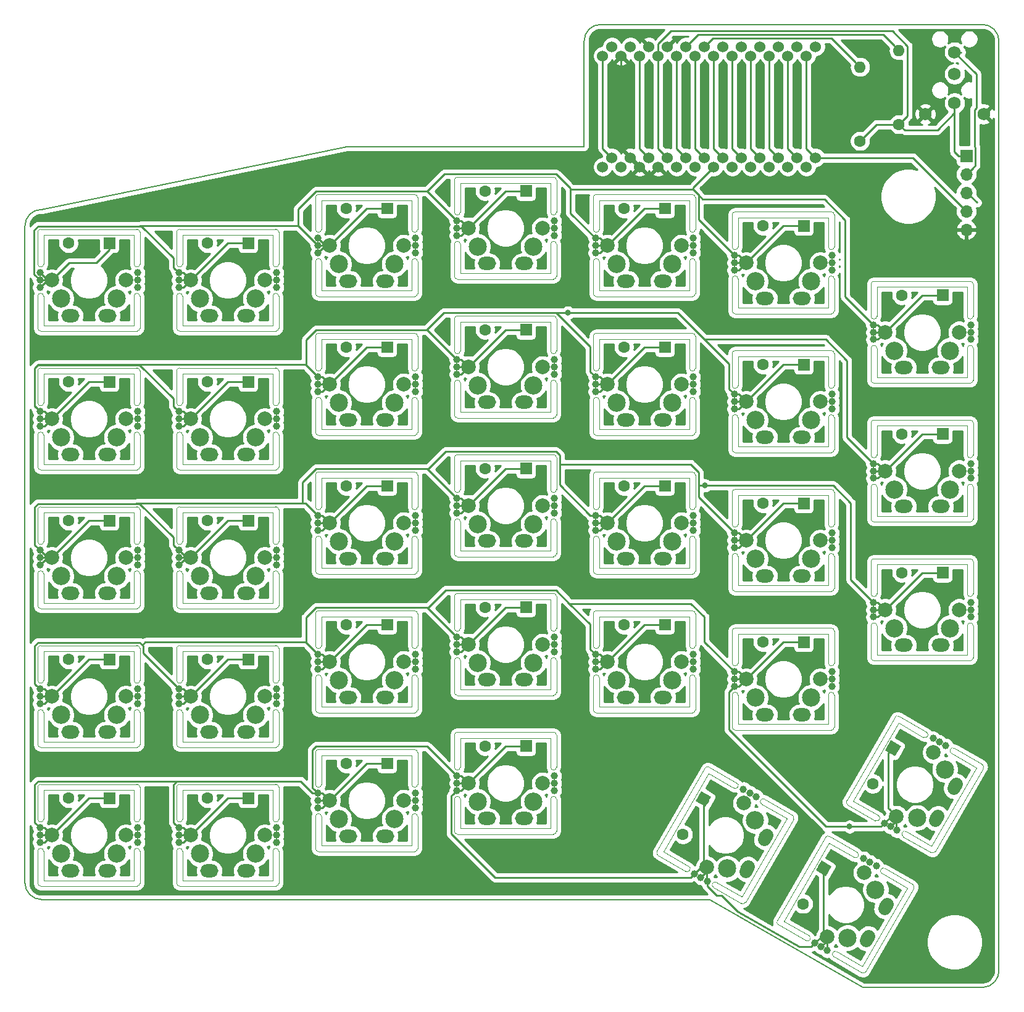
<source format=gbr>
G04 #@! TF.GenerationSoftware,KiCad,Pcbnew,5.1.2*
G04 #@! TF.CreationDate,2019-07-11T19:08:12+01:00*
G04 #@! TF.ProjectId,ergosnap,6572676f-736e-4617-902e-6b696361645f,1.0*
G04 #@! TF.SameCoordinates,Original*
G04 #@! TF.FileFunction,Copper,L1,Top*
G04 #@! TF.FilePolarity,Positive*
%FSLAX46Y46*%
G04 Gerber Fmt 4.6, Leading zero omitted, Abs format (unit mm)*
G04 Created by KiCad (PCBNEW 5.1.2) date 2019-07-11 19:08:12*
%MOMM*%
%LPD*%
G04 APERTURE LIST*
%ADD10C,0.150000*%
%ADD11C,0.100000*%
%ADD12O,1.700000X1.700000*%
%ADD13R,1.700000X1.700000*%
%ADD14O,1.600000X1.600000*%
%ADD15C,1.600000*%
%ADD16C,1.752600*%
%ADD17C,1.000000*%
%ADD18C,2.000000*%
%ADD19C,2.500000*%
%ADD20C,1.800000*%
%ADD21C,1.800000*%
%ADD22O,2.500000X1.800000*%
%ADD23C,1.524000*%
%ADD24C,0.800000*%
%ADD25C,0.254000*%
G04 APERTURE END LIST*
D10*
X209677000Y-155067000D02*
G75*
G03X211836000Y-152654000I-127000J2286000D01*
G01*
X154940000Y-39624000D02*
X122428000Y-39624000D01*
X154940000Y-25146000D02*
X154940000Y-39624000D01*
X209550000Y-22860000D02*
X157226000Y-22860000D01*
X211836000Y-58674000D02*
X211836000Y-25146000D01*
X209677000Y-155067000D02*
X193167000Y-155067000D01*
X211836000Y-126619000D02*
X211836000Y-152654000D01*
X172212000Y-143002000D02*
X193167000Y-155067000D01*
X211836000Y-122174000D02*
X211836000Y-126619000D01*
X211836000Y-110236000D02*
X211836000Y-122174000D01*
X211836000Y-58674000D02*
X211836000Y-110236000D01*
X211836000Y-25146000D02*
G75*
G03X209550000Y-22860000I-2286000J0D01*
G01*
X78232000Y-140716000D02*
X78232000Y-50546000D01*
X80518000Y-143002000D02*
X114808000Y-143002000D01*
X78232000Y-140716000D02*
G75*
G03X80518000Y-143002000I2286000J0D01*
G01*
X157226000Y-22860000D02*
G75*
G03X154940000Y-25146000I0J-2286000D01*
G01*
X80518000Y-48260000D02*
G75*
G03X78232000Y-50546000I0J-2286000D01*
G01*
X122428000Y-39624000D02*
X80518000Y-48260000D01*
X114808000Y-143002000D02*
X172212000Y-143002000D01*
D11*
X203077178Y-136418068D02*
X209677178Y-124986532D01*
X202584358Y-135671658D02*
X208784358Y-124932942D01*
X191845642Y-129471658D02*
X198045642Y-118732942D01*
X190952822Y-129418068D02*
X197552822Y-117986532D01*
X202584358Y-135671658D02*
X199120256Y-133671658D01*
X202530768Y-136564478D02*
X198720256Y-134364478D01*
X205320256Y-122932942D02*
X208784358Y-124932942D01*
X209530768Y-124440122D02*
X205720256Y-122240122D01*
X201509744Y-120732942D02*
X198045642Y-118732942D01*
X201909744Y-120040122D02*
X198099232Y-117840122D01*
X191845642Y-129471658D02*
X195309744Y-131471658D01*
X194909744Y-132164478D02*
X191099232Y-129964478D01*
X209530768Y-124440122D02*
G75*
G02X209677178Y-124986532I-200000J-346410D01*
G01*
X203077178Y-136418068D02*
G75*
G02X202530768Y-136564478I-346410J200000D01*
G01*
X191099232Y-129964478D02*
G75*
G02X190952822Y-129418068I200000J346410D01*
G01*
X197552822Y-117986532D02*
G75*
G02X198099232Y-117840122I346410J-200000D01*
G01*
X198720252Y-134364476D02*
G75*
G02X199120256Y-133671658I200004J346408D01*
G01*
X195309748Y-131471660D02*
G75*
G02X194909744Y-132164478I-200004J-346408D01*
G01*
X205320252Y-122932940D02*
G75*
G02X205720256Y-122240122I200004J346408D01*
G01*
X201909748Y-120040124D02*
G75*
G02X201509744Y-120732942I-200004J-346408D01*
G01*
X193552178Y-152916068D02*
X200152178Y-141484532D01*
X193059358Y-152169658D02*
X199259358Y-141430942D01*
X182320642Y-145969658D02*
X188520642Y-135230942D01*
X181427822Y-145916068D02*
X188027822Y-134484532D01*
X193059358Y-152169658D02*
X189595256Y-150169658D01*
X193005768Y-153062478D02*
X189195256Y-150862478D01*
X195795256Y-139430942D02*
X199259358Y-141430942D01*
X200005768Y-140938122D02*
X196195256Y-138738122D01*
X191984744Y-137230942D02*
X188520642Y-135230942D01*
X192384744Y-136538122D02*
X188574232Y-134338122D01*
X182320642Y-145969658D02*
X185784744Y-147969658D01*
X185384744Y-148662478D02*
X181574232Y-146462478D01*
X200005768Y-140938122D02*
G75*
G02X200152178Y-141484532I-200000J-346410D01*
G01*
X193552178Y-152916068D02*
G75*
G02X193005768Y-153062478I-346410J200000D01*
G01*
X181574232Y-146462478D02*
G75*
G02X181427822Y-145916068I200000J346410D01*
G01*
X188027822Y-134484532D02*
G75*
G02X188574232Y-134338122I346410J-200000D01*
G01*
X189195252Y-150862476D02*
G75*
G02X189595256Y-150169658I200004J346408D01*
G01*
X185784748Y-147969660D02*
G75*
G02X185384744Y-148662478I-200004J-346408D01*
G01*
X195795252Y-139430940D02*
G75*
G02X196195256Y-138738122I200004J346408D01*
G01*
X192384748Y-136538124D02*
G75*
G02X191984744Y-137230942I-200004J-346408D01*
G01*
X177054178Y-143391018D02*
X183654178Y-131959482D01*
X176561358Y-142644608D02*
X182761358Y-131905892D01*
X165822642Y-136444608D02*
X172022642Y-125705892D01*
X164929822Y-136391018D02*
X171529822Y-124959482D01*
X176561358Y-142644608D02*
X173097256Y-140644608D01*
X176507768Y-143537428D02*
X172697256Y-141337428D01*
X179297256Y-129905892D02*
X182761358Y-131905892D01*
X183507768Y-131413072D02*
X179697256Y-129213072D01*
X175486744Y-127705892D02*
X172022642Y-125705892D01*
X175886744Y-127013072D02*
X172076232Y-124813072D01*
X165822642Y-136444608D02*
X169286744Y-138444608D01*
X168886744Y-139137428D02*
X165076232Y-136937428D01*
X183507768Y-131413072D02*
G75*
G02X183654178Y-131959482I-200000J-346410D01*
G01*
X177054178Y-143391018D02*
G75*
G02X176507768Y-143537428I-346410J200000D01*
G01*
X165076232Y-136937428D02*
G75*
G02X164929822Y-136391018I200000J346410D01*
G01*
X171529822Y-124959482D02*
G75*
G02X172076232Y-124813072I346410J-200000D01*
G01*
X172697252Y-141337426D02*
G75*
G02X173097256Y-140644608I200004J346408D01*
G01*
X169286748Y-138444610D02*
G75*
G02X168886744Y-139137428I-200004J-346408D01*
G01*
X179297252Y-129905890D02*
G75*
G02X179697256Y-129213072I200004J346408D01*
G01*
X175886748Y-127013074D02*
G75*
G02X175486744Y-127705892I-200004J-346408D01*
G01*
X137545000Y-134031750D02*
X150745000Y-134031750D01*
X137945000Y-133231750D02*
X150345000Y-133231750D01*
X137945000Y-120831750D02*
X150345000Y-120831750D01*
X137545000Y-120031750D02*
X150745000Y-120031750D01*
X137945000Y-133231750D02*
X137945000Y-129231750D01*
X137145000Y-133631750D02*
X137145000Y-129231750D01*
X150345000Y-129231750D02*
X150345000Y-133231750D01*
X151145000Y-133631750D02*
X151145000Y-129231750D01*
X150345000Y-124831750D02*
X150345000Y-120831750D01*
X151145000Y-124831750D02*
X151145000Y-120431750D01*
X137945000Y-120831750D02*
X137945000Y-124831750D01*
X137145000Y-124831750D02*
X137145000Y-120431750D01*
X151145000Y-133631750D02*
G75*
G02X150745000Y-134031750I-400000J0D01*
G01*
X137545000Y-134031750D02*
G75*
G02X137145000Y-133631750I0J400000D01*
G01*
X137145000Y-120431750D02*
G75*
G02X137545000Y-120031750I400000J0D01*
G01*
X150745000Y-120031750D02*
G75*
G02X151145000Y-120431750I0J-400000D01*
G01*
X137145000Y-129231745D02*
G75*
G02X137945000Y-129231750I400000J-5D01*
G01*
X137945000Y-124831755D02*
G75*
G02X137145000Y-124831750I-400000J5D01*
G01*
X150345000Y-129231745D02*
G75*
G02X151145000Y-129231750I400000J-5D01*
G01*
X151145000Y-124831755D02*
G75*
G02X150345000Y-124831750I-400000J5D01*
G01*
X118495000Y-136413000D02*
X131695000Y-136413000D01*
X118895000Y-135613000D02*
X131295000Y-135613000D01*
X118895000Y-123213000D02*
X131295000Y-123213000D01*
X118495000Y-122413000D02*
X131695000Y-122413000D01*
X118895000Y-135613000D02*
X118895000Y-131613000D01*
X118095000Y-136013000D02*
X118095000Y-131613000D01*
X131295000Y-131613000D02*
X131295000Y-135613000D01*
X132095000Y-136013000D02*
X132095000Y-131613000D01*
X131295000Y-127213000D02*
X131295000Y-123213000D01*
X132095000Y-127213000D02*
X132095000Y-122813000D01*
X118895000Y-123213000D02*
X118895000Y-127213000D01*
X118095000Y-127213000D02*
X118095000Y-122813000D01*
X132095000Y-136013000D02*
G75*
G02X131695000Y-136413000I-400000J0D01*
G01*
X118495000Y-136413000D02*
G75*
G02X118095000Y-136013000I0J400000D01*
G01*
X118095000Y-122813000D02*
G75*
G02X118495000Y-122413000I400000J0D01*
G01*
X131695000Y-122413000D02*
G75*
G02X132095000Y-122813000I0J-400000D01*
G01*
X118095000Y-131612995D02*
G75*
G02X118895000Y-131613000I400000J-5D01*
G01*
X118895000Y-127213005D02*
G75*
G02X118095000Y-127213000I-400000J5D01*
G01*
X131295000Y-131612995D02*
G75*
G02X132095000Y-131613000I400000J-5D01*
G01*
X132095000Y-127213005D02*
G75*
G02X131295000Y-127213000I-400000J5D01*
G01*
X99445000Y-141175500D02*
X112645000Y-141175500D01*
X99845000Y-140375500D02*
X112245000Y-140375500D01*
X99845000Y-127975500D02*
X112245000Y-127975500D01*
X99445000Y-127175500D02*
X112645000Y-127175500D01*
X99845000Y-140375500D02*
X99845000Y-136375500D01*
X99045000Y-140775500D02*
X99045000Y-136375500D01*
X112245000Y-136375500D02*
X112245000Y-140375500D01*
X113045000Y-140775500D02*
X113045000Y-136375500D01*
X112245000Y-131975500D02*
X112245000Y-127975500D01*
X113045000Y-131975500D02*
X113045000Y-127575500D01*
X99845000Y-127975500D02*
X99845000Y-131975500D01*
X99045000Y-131975500D02*
X99045000Y-127575500D01*
X113045000Y-140775500D02*
G75*
G02X112645000Y-141175500I-400000J0D01*
G01*
X99445000Y-141175500D02*
G75*
G02X99045000Y-140775500I0J400000D01*
G01*
X99045000Y-127575500D02*
G75*
G02X99445000Y-127175500I400000J0D01*
G01*
X112645000Y-127175500D02*
G75*
G02X113045000Y-127575500I0J-400000D01*
G01*
X99045000Y-136375495D02*
G75*
G02X99845000Y-136375500I400000J-5D01*
G01*
X99845000Y-131975505D02*
G75*
G02X99045000Y-131975500I-400000J5D01*
G01*
X112245000Y-136375495D02*
G75*
G02X113045000Y-136375500I400000J-5D01*
G01*
X113045000Y-131975505D02*
G75*
G02X112245000Y-131975500I-400000J5D01*
G01*
X80395000Y-141175500D02*
X93595000Y-141175500D01*
X80795000Y-140375500D02*
X93195000Y-140375500D01*
X80795000Y-127975500D02*
X93195000Y-127975500D01*
X80395000Y-127175500D02*
X93595000Y-127175500D01*
X80795000Y-140375500D02*
X80795000Y-136375500D01*
X79995000Y-140775500D02*
X79995000Y-136375500D01*
X93195000Y-136375500D02*
X93195000Y-140375500D01*
X93995000Y-140775500D02*
X93995000Y-136375500D01*
X93195000Y-131975500D02*
X93195000Y-127975500D01*
X93995000Y-131975500D02*
X93995000Y-127575500D01*
X80795000Y-127975500D02*
X80795000Y-131975500D01*
X79995000Y-131975500D02*
X79995000Y-127575500D01*
X93995000Y-140775500D02*
G75*
G02X93595000Y-141175500I-400000J0D01*
G01*
X80395000Y-141175500D02*
G75*
G02X79995000Y-140775500I0J400000D01*
G01*
X79995000Y-127575500D02*
G75*
G02X80395000Y-127175500I400000J0D01*
G01*
X93595000Y-127175500D02*
G75*
G02X93995000Y-127575500I0J-400000D01*
G01*
X79995000Y-136375495D02*
G75*
G02X80795000Y-136375500I400000J-5D01*
G01*
X80795000Y-131975505D02*
G75*
G02X79995000Y-131975500I-400000J5D01*
G01*
X93195000Y-136375495D02*
G75*
G02X93995000Y-136375500I400000J-5D01*
G01*
X93995000Y-131975505D02*
G75*
G02X93195000Y-131975500I-400000J5D01*
G01*
X194695000Y-110219250D02*
X207895000Y-110219250D01*
X195095000Y-109419250D02*
X207495000Y-109419250D01*
X195095000Y-97019250D02*
X207495000Y-97019250D01*
X194695000Y-96219250D02*
X207895000Y-96219250D01*
X195095000Y-109419250D02*
X195095000Y-105419250D01*
X194295000Y-109819250D02*
X194295000Y-105419250D01*
X207495000Y-105419250D02*
X207495000Y-109419250D01*
X208295000Y-109819250D02*
X208295000Y-105419250D01*
X207495000Y-101019250D02*
X207495000Y-97019250D01*
X208295000Y-101019250D02*
X208295000Y-96619250D01*
X195095000Y-97019250D02*
X195095000Y-101019250D01*
X194295000Y-101019250D02*
X194295000Y-96619250D01*
X208295000Y-109819250D02*
G75*
G02X207895000Y-110219250I-400000J0D01*
G01*
X194695000Y-110219250D02*
G75*
G02X194295000Y-109819250I0J400000D01*
G01*
X194295000Y-96619250D02*
G75*
G02X194695000Y-96219250I400000J0D01*
G01*
X207895000Y-96219250D02*
G75*
G02X208295000Y-96619250I0J-400000D01*
G01*
X194295000Y-105419245D02*
G75*
G02X195095000Y-105419250I400000J-5D01*
G01*
X195095000Y-101019255D02*
G75*
G02X194295000Y-101019250I-400000J5D01*
G01*
X207495000Y-105419245D02*
G75*
G02X208295000Y-105419250I400000J-5D01*
G01*
X208295000Y-101019255D02*
G75*
G02X207495000Y-101019250I-400000J5D01*
G01*
X194695000Y-91169250D02*
X207895000Y-91169250D01*
X195095000Y-90369250D02*
X207495000Y-90369250D01*
X195095000Y-77969250D02*
X207495000Y-77969250D01*
X194695000Y-77169250D02*
X207895000Y-77169250D01*
X195095000Y-90369250D02*
X195095000Y-86369250D01*
X194295000Y-90769250D02*
X194295000Y-86369250D01*
X207495000Y-86369250D02*
X207495000Y-90369250D01*
X208295000Y-90769250D02*
X208295000Y-86369250D01*
X207495000Y-81969250D02*
X207495000Y-77969250D01*
X208295000Y-81969250D02*
X208295000Y-77569250D01*
X195095000Y-77969250D02*
X195095000Y-81969250D01*
X194295000Y-81969250D02*
X194295000Y-77569250D01*
X208295000Y-90769250D02*
G75*
G02X207895000Y-91169250I-400000J0D01*
G01*
X194695000Y-91169250D02*
G75*
G02X194295000Y-90769250I0J400000D01*
G01*
X194295000Y-77569250D02*
G75*
G02X194695000Y-77169250I400000J0D01*
G01*
X207895000Y-77169250D02*
G75*
G02X208295000Y-77569250I0J-400000D01*
G01*
X194295000Y-86369245D02*
G75*
G02X195095000Y-86369250I400000J-5D01*
G01*
X195095000Y-81969255D02*
G75*
G02X194295000Y-81969250I-400000J5D01*
G01*
X207495000Y-86369245D02*
G75*
G02X208295000Y-86369250I400000J-5D01*
G01*
X208295000Y-81969255D02*
G75*
G02X207495000Y-81969250I-400000J5D01*
G01*
X194695000Y-72119250D02*
X207895000Y-72119250D01*
X195095000Y-71319250D02*
X207495000Y-71319250D01*
X195095000Y-58919250D02*
X207495000Y-58919250D01*
X194695000Y-58119250D02*
X207895000Y-58119250D01*
X195095000Y-71319250D02*
X195095000Y-67319250D01*
X194295000Y-71719250D02*
X194295000Y-67319250D01*
X207495000Y-67319250D02*
X207495000Y-71319250D01*
X208295000Y-71719250D02*
X208295000Y-67319250D01*
X207495000Y-62919250D02*
X207495000Y-58919250D01*
X208295000Y-62919250D02*
X208295000Y-58519250D01*
X195095000Y-58919250D02*
X195095000Y-62919250D01*
X194295000Y-62919250D02*
X194295000Y-58519250D01*
X208295000Y-71719250D02*
G75*
G02X207895000Y-72119250I-400000J0D01*
G01*
X194695000Y-72119250D02*
G75*
G02X194295000Y-71719250I0J400000D01*
G01*
X194295000Y-58519250D02*
G75*
G02X194695000Y-58119250I400000J0D01*
G01*
X207895000Y-58119250D02*
G75*
G02X208295000Y-58519250I0J-400000D01*
G01*
X194295000Y-67319245D02*
G75*
G02X195095000Y-67319250I400000J-5D01*
G01*
X195095000Y-62919255D02*
G75*
G02X194295000Y-62919250I-400000J5D01*
G01*
X207495000Y-67319245D02*
G75*
G02X208295000Y-67319250I400000J-5D01*
G01*
X208295000Y-62919255D02*
G75*
G02X207495000Y-62919250I-400000J5D01*
G01*
X175645000Y-119744250D02*
X188845000Y-119744250D01*
X176045000Y-118944250D02*
X188445000Y-118944250D01*
X176045000Y-106544250D02*
X188445000Y-106544250D01*
X175645000Y-105744250D02*
X188845000Y-105744250D01*
X176045000Y-118944250D02*
X176045000Y-114944250D01*
X175245000Y-119344250D02*
X175245000Y-114944250D01*
X188445000Y-114944250D02*
X188445000Y-118944250D01*
X189245000Y-119344250D02*
X189245000Y-114944250D01*
X188445000Y-110544250D02*
X188445000Y-106544250D01*
X189245000Y-110544250D02*
X189245000Y-106144250D01*
X176045000Y-106544250D02*
X176045000Y-110544250D01*
X175245000Y-110544250D02*
X175245000Y-106144250D01*
X189245000Y-119344250D02*
G75*
G02X188845000Y-119744250I-400000J0D01*
G01*
X175645000Y-119744250D02*
G75*
G02X175245000Y-119344250I0J400000D01*
G01*
X175245000Y-106144250D02*
G75*
G02X175645000Y-105744250I400000J0D01*
G01*
X188845000Y-105744250D02*
G75*
G02X189245000Y-106144250I0J-400000D01*
G01*
X175245000Y-114944245D02*
G75*
G02X176045000Y-114944250I400000J-5D01*
G01*
X176045000Y-110544255D02*
G75*
G02X175245000Y-110544250I-400000J5D01*
G01*
X188445000Y-114944245D02*
G75*
G02X189245000Y-114944250I400000J-5D01*
G01*
X189245000Y-110544255D02*
G75*
G02X188445000Y-110544250I-400000J5D01*
G01*
X175645000Y-100694250D02*
X188845000Y-100694250D01*
X176045000Y-99894250D02*
X188445000Y-99894250D01*
X176045000Y-87494250D02*
X188445000Y-87494250D01*
X175645000Y-86694250D02*
X188845000Y-86694250D01*
X176045000Y-99894250D02*
X176045000Y-95894250D01*
X175245000Y-100294250D02*
X175245000Y-95894250D01*
X188445000Y-95894250D02*
X188445000Y-99894250D01*
X189245000Y-100294250D02*
X189245000Y-95894250D01*
X188445000Y-91494250D02*
X188445000Y-87494250D01*
X189245000Y-91494250D02*
X189245000Y-87094250D01*
X176045000Y-87494250D02*
X176045000Y-91494250D01*
X175245000Y-91494250D02*
X175245000Y-87094250D01*
X189245000Y-100294250D02*
G75*
G02X188845000Y-100694250I-400000J0D01*
G01*
X175645000Y-100694250D02*
G75*
G02X175245000Y-100294250I0J400000D01*
G01*
X175245000Y-87094250D02*
G75*
G02X175645000Y-86694250I400000J0D01*
G01*
X188845000Y-86694250D02*
G75*
G02X189245000Y-87094250I0J-400000D01*
G01*
X175245000Y-95894245D02*
G75*
G02X176045000Y-95894250I400000J-5D01*
G01*
X176045000Y-91494255D02*
G75*
G02X175245000Y-91494250I-400000J5D01*
G01*
X188445000Y-95894245D02*
G75*
G02X189245000Y-95894250I400000J-5D01*
G01*
X189245000Y-91494255D02*
G75*
G02X188445000Y-91494250I-400000J5D01*
G01*
X175645000Y-81644250D02*
X188845000Y-81644250D01*
X176045000Y-80844250D02*
X188445000Y-80844250D01*
X176045000Y-68444250D02*
X188445000Y-68444250D01*
X175645000Y-67644250D02*
X188845000Y-67644250D01*
X176045000Y-80844250D02*
X176045000Y-76844250D01*
X175245000Y-81244250D02*
X175245000Y-76844250D01*
X188445000Y-76844250D02*
X188445000Y-80844250D01*
X189245000Y-81244250D02*
X189245000Y-76844250D01*
X188445000Y-72444250D02*
X188445000Y-68444250D01*
X189245000Y-72444250D02*
X189245000Y-68044250D01*
X176045000Y-68444250D02*
X176045000Y-72444250D01*
X175245000Y-72444250D02*
X175245000Y-68044250D01*
X189245000Y-81244250D02*
G75*
G02X188845000Y-81644250I-400000J0D01*
G01*
X175645000Y-81644250D02*
G75*
G02X175245000Y-81244250I0J400000D01*
G01*
X175245000Y-68044250D02*
G75*
G02X175645000Y-67644250I400000J0D01*
G01*
X188845000Y-67644250D02*
G75*
G02X189245000Y-68044250I0J-400000D01*
G01*
X175245000Y-76844245D02*
G75*
G02X176045000Y-76844250I400000J-5D01*
G01*
X176045000Y-72444255D02*
G75*
G02X175245000Y-72444250I-400000J5D01*
G01*
X188445000Y-76844245D02*
G75*
G02X189245000Y-76844250I400000J-5D01*
G01*
X189245000Y-72444255D02*
G75*
G02X188445000Y-72444250I-400000J5D01*
G01*
X175645000Y-62594250D02*
X188845000Y-62594250D01*
X176045000Y-61794250D02*
X188445000Y-61794250D01*
X176045000Y-49394250D02*
X188445000Y-49394250D01*
X175645000Y-48594250D02*
X188845000Y-48594250D01*
X176045000Y-61794250D02*
X176045000Y-57794250D01*
X175245000Y-62194250D02*
X175245000Y-57794250D01*
X188445000Y-57794250D02*
X188445000Y-61794250D01*
X189245000Y-62194250D02*
X189245000Y-57794250D01*
X188445000Y-53394250D02*
X188445000Y-49394250D01*
X189245000Y-53394250D02*
X189245000Y-48994250D01*
X176045000Y-49394250D02*
X176045000Y-53394250D01*
X175245000Y-53394250D02*
X175245000Y-48994250D01*
X189245000Y-62194250D02*
G75*
G02X188845000Y-62594250I-400000J0D01*
G01*
X175645000Y-62594250D02*
G75*
G02X175245000Y-62194250I0J400000D01*
G01*
X175245000Y-48994250D02*
G75*
G02X175645000Y-48594250I400000J0D01*
G01*
X188845000Y-48594250D02*
G75*
G02X189245000Y-48994250I0J-400000D01*
G01*
X175245000Y-57794245D02*
G75*
G02X176045000Y-57794250I400000J-5D01*
G01*
X176045000Y-53394255D02*
G75*
G02X175245000Y-53394250I-400000J5D01*
G01*
X188445000Y-57794245D02*
G75*
G02X189245000Y-57794250I400000J-5D01*
G01*
X189245000Y-53394255D02*
G75*
G02X188445000Y-53394250I-400000J5D01*
G01*
X156595000Y-117363000D02*
X169795000Y-117363000D01*
X156995000Y-116563000D02*
X169395000Y-116563000D01*
X156995000Y-104163000D02*
X169395000Y-104163000D01*
X156595000Y-103363000D02*
X169795000Y-103363000D01*
X156995000Y-116563000D02*
X156995000Y-112563000D01*
X156195000Y-116963000D02*
X156195000Y-112563000D01*
X169395000Y-112563000D02*
X169395000Y-116563000D01*
X170195000Y-116963000D02*
X170195000Y-112563000D01*
X169395000Y-108163000D02*
X169395000Y-104163000D01*
X170195000Y-108163000D02*
X170195000Y-103763000D01*
X156995000Y-104163000D02*
X156995000Y-108163000D01*
X156195000Y-108163000D02*
X156195000Y-103763000D01*
X170195000Y-116963000D02*
G75*
G02X169795000Y-117363000I-400000J0D01*
G01*
X156595000Y-117363000D02*
G75*
G02X156195000Y-116963000I0J400000D01*
G01*
X156195000Y-103763000D02*
G75*
G02X156595000Y-103363000I400000J0D01*
G01*
X169795000Y-103363000D02*
G75*
G02X170195000Y-103763000I0J-400000D01*
G01*
X156195000Y-112562995D02*
G75*
G02X156995000Y-112563000I400000J-5D01*
G01*
X156995000Y-108163005D02*
G75*
G02X156195000Y-108163000I-400000J5D01*
G01*
X169395000Y-112562995D02*
G75*
G02X170195000Y-112563000I400000J-5D01*
G01*
X170195000Y-108163005D02*
G75*
G02X169395000Y-108163000I-400000J5D01*
G01*
X156595000Y-98313000D02*
X169795000Y-98313000D01*
X156995000Y-97513000D02*
X169395000Y-97513000D01*
X156995000Y-85113000D02*
X169395000Y-85113000D01*
X156595000Y-84313000D02*
X169795000Y-84313000D01*
X156995000Y-97513000D02*
X156995000Y-93513000D01*
X156195000Y-97913000D02*
X156195000Y-93513000D01*
X169395000Y-93513000D02*
X169395000Y-97513000D01*
X170195000Y-97913000D02*
X170195000Y-93513000D01*
X169395000Y-89113000D02*
X169395000Y-85113000D01*
X170195000Y-89113000D02*
X170195000Y-84713000D01*
X156995000Y-85113000D02*
X156995000Y-89113000D01*
X156195000Y-89113000D02*
X156195000Y-84713000D01*
X170195000Y-97913000D02*
G75*
G02X169795000Y-98313000I-400000J0D01*
G01*
X156595000Y-98313000D02*
G75*
G02X156195000Y-97913000I0J400000D01*
G01*
X156195000Y-84713000D02*
G75*
G02X156595000Y-84313000I400000J0D01*
G01*
X169795000Y-84313000D02*
G75*
G02X170195000Y-84713000I0J-400000D01*
G01*
X156195000Y-93512995D02*
G75*
G02X156995000Y-93513000I400000J-5D01*
G01*
X156995000Y-89113005D02*
G75*
G02X156195000Y-89113000I-400000J5D01*
G01*
X169395000Y-93512995D02*
G75*
G02X170195000Y-93513000I400000J-5D01*
G01*
X170195000Y-89113005D02*
G75*
G02X169395000Y-89113000I-400000J5D01*
G01*
X156595000Y-79263000D02*
X169795000Y-79263000D01*
X156995000Y-78463000D02*
X169395000Y-78463000D01*
X156995000Y-66063000D02*
X169395000Y-66063000D01*
X156595000Y-65263000D02*
X169795000Y-65263000D01*
X156995000Y-78463000D02*
X156995000Y-74463000D01*
X156195000Y-78863000D02*
X156195000Y-74463000D01*
X169395000Y-74463000D02*
X169395000Y-78463000D01*
X170195000Y-78863000D02*
X170195000Y-74463000D01*
X169395000Y-70063000D02*
X169395000Y-66063000D01*
X170195000Y-70063000D02*
X170195000Y-65663000D01*
X156995000Y-66063000D02*
X156995000Y-70063000D01*
X156195000Y-70063000D02*
X156195000Y-65663000D01*
X170195000Y-78863000D02*
G75*
G02X169795000Y-79263000I-400000J0D01*
G01*
X156595000Y-79263000D02*
G75*
G02X156195000Y-78863000I0J400000D01*
G01*
X156195000Y-65663000D02*
G75*
G02X156595000Y-65263000I400000J0D01*
G01*
X169795000Y-65263000D02*
G75*
G02X170195000Y-65663000I0J-400000D01*
G01*
X156195000Y-74462995D02*
G75*
G02X156995000Y-74463000I400000J-5D01*
G01*
X156995000Y-70063005D02*
G75*
G02X156195000Y-70063000I-400000J5D01*
G01*
X169395000Y-74462995D02*
G75*
G02X170195000Y-74463000I400000J-5D01*
G01*
X170195000Y-70063005D02*
G75*
G02X169395000Y-70063000I-400000J5D01*
G01*
X156595000Y-60213000D02*
X169795000Y-60213000D01*
X156995000Y-59413000D02*
X169395000Y-59413000D01*
X156995000Y-47013000D02*
X169395000Y-47013000D01*
X156595000Y-46213000D02*
X169795000Y-46213000D01*
X156995000Y-59413000D02*
X156995000Y-55413000D01*
X156195000Y-59813000D02*
X156195000Y-55413000D01*
X169395000Y-55413000D02*
X169395000Y-59413000D01*
X170195000Y-59813000D02*
X170195000Y-55413000D01*
X169395000Y-51013000D02*
X169395000Y-47013000D01*
X170195000Y-51013000D02*
X170195000Y-46613000D01*
X156995000Y-47013000D02*
X156995000Y-51013000D01*
X156195000Y-51013000D02*
X156195000Y-46613000D01*
X170195000Y-59813000D02*
G75*
G02X169795000Y-60213000I-400000J0D01*
G01*
X156595000Y-60213000D02*
G75*
G02X156195000Y-59813000I0J400000D01*
G01*
X156195000Y-46613000D02*
G75*
G02X156595000Y-46213000I400000J0D01*
G01*
X169795000Y-46213000D02*
G75*
G02X170195000Y-46613000I0J-400000D01*
G01*
X156195000Y-55412995D02*
G75*
G02X156995000Y-55413000I400000J-5D01*
G01*
X156995000Y-51013005D02*
G75*
G02X156195000Y-51013000I-400000J5D01*
G01*
X169395000Y-55412995D02*
G75*
G02X170195000Y-55413000I400000J-5D01*
G01*
X170195000Y-51013005D02*
G75*
G02X169395000Y-51013000I-400000J5D01*
G01*
X137545000Y-114981750D02*
X150745000Y-114981750D01*
X137945000Y-114181750D02*
X150345000Y-114181750D01*
X137945000Y-101781750D02*
X150345000Y-101781750D01*
X137545000Y-100981750D02*
X150745000Y-100981750D01*
X137945000Y-114181750D02*
X137945000Y-110181750D01*
X137145000Y-114581750D02*
X137145000Y-110181750D01*
X150345000Y-110181750D02*
X150345000Y-114181750D01*
X151145000Y-114581750D02*
X151145000Y-110181750D01*
X150345000Y-105781750D02*
X150345000Y-101781750D01*
X151145000Y-105781750D02*
X151145000Y-101381750D01*
X137945000Y-101781750D02*
X137945000Y-105781750D01*
X137145000Y-105781750D02*
X137145000Y-101381750D01*
X151145000Y-114581750D02*
G75*
G02X150745000Y-114981750I-400000J0D01*
G01*
X137545000Y-114981750D02*
G75*
G02X137145000Y-114581750I0J400000D01*
G01*
X137145000Y-101381750D02*
G75*
G02X137545000Y-100981750I400000J0D01*
G01*
X150745000Y-100981750D02*
G75*
G02X151145000Y-101381750I0J-400000D01*
G01*
X137145000Y-110181745D02*
G75*
G02X137945000Y-110181750I400000J-5D01*
G01*
X137945000Y-105781755D02*
G75*
G02X137145000Y-105781750I-400000J5D01*
G01*
X150345000Y-110181745D02*
G75*
G02X151145000Y-110181750I400000J-5D01*
G01*
X151145000Y-105781755D02*
G75*
G02X150345000Y-105781750I-400000J5D01*
G01*
X137545000Y-95931750D02*
X150745000Y-95931750D01*
X137945000Y-95131750D02*
X150345000Y-95131750D01*
X137945000Y-82731750D02*
X150345000Y-82731750D01*
X137545000Y-81931750D02*
X150745000Y-81931750D01*
X137945000Y-95131750D02*
X137945000Y-91131750D01*
X137145000Y-95531750D02*
X137145000Y-91131750D01*
X150345000Y-91131750D02*
X150345000Y-95131750D01*
X151145000Y-95531750D02*
X151145000Y-91131750D01*
X150345000Y-86731750D02*
X150345000Y-82731750D01*
X151145000Y-86731750D02*
X151145000Y-82331750D01*
X137945000Y-82731750D02*
X137945000Y-86731750D01*
X137145000Y-86731750D02*
X137145000Y-82331750D01*
X151145000Y-95531750D02*
G75*
G02X150745000Y-95931750I-400000J0D01*
G01*
X137545000Y-95931750D02*
G75*
G02X137145000Y-95531750I0J400000D01*
G01*
X137145000Y-82331750D02*
G75*
G02X137545000Y-81931750I400000J0D01*
G01*
X150745000Y-81931750D02*
G75*
G02X151145000Y-82331750I0J-400000D01*
G01*
X137145000Y-91131745D02*
G75*
G02X137945000Y-91131750I400000J-5D01*
G01*
X137945000Y-86731755D02*
G75*
G02X137145000Y-86731750I-400000J5D01*
G01*
X150345000Y-91131745D02*
G75*
G02X151145000Y-91131750I400000J-5D01*
G01*
X151145000Y-86731755D02*
G75*
G02X150345000Y-86731750I-400000J5D01*
G01*
X137545000Y-76881750D02*
X150745000Y-76881750D01*
X137945000Y-76081750D02*
X150345000Y-76081750D01*
X137945000Y-63681750D02*
X150345000Y-63681750D01*
X137545000Y-62881750D02*
X150745000Y-62881750D01*
X137945000Y-76081750D02*
X137945000Y-72081750D01*
X137145000Y-76481750D02*
X137145000Y-72081750D01*
X150345000Y-72081750D02*
X150345000Y-76081750D01*
X151145000Y-76481750D02*
X151145000Y-72081750D01*
X150345000Y-67681750D02*
X150345000Y-63681750D01*
X151145000Y-67681750D02*
X151145000Y-63281750D01*
X137945000Y-63681750D02*
X137945000Y-67681750D01*
X137145000Y-67681750D02*
X137145000Y-63281750D01*
X151145000Y-76481750D02*
G75*
G02X150745000Y-76881750I-400000J0D01*
G01*
X137545000Y-76881750D02*
G75*
G02X137145000Y-76481750I0J400000D01*
G01*
X137145000Y-63281750D02*
G75*
G02X137545000Y-62881750I400000J0D01*
G01*
X150745000Y-62881750D02*
G75*
G02X151145000Y-63281750I0J-400000D01*
G01*
X137145000Y-72081745D02*
G75*
G02X137945000Y-72081750I400000J-5D01*
G01*
X137945000Y-67681755D02*
G75*
G02X137145000Y-67681750I-400000J5D01*
G01*
X150345000Y-72081745D02*
G75*
G02X151145000Y-72081750I400000J-5D01*
G01*
X151145000Y-67681755D02*
G75*
G02X150345000Y-67681750I-400000J5D01*
G01*
X137545000Y-57831750D02*
X150745000Y-57831750D01*
X137945000Y-57031750D02*
X150345000Y-57031750D01*
X137945000Y-44631750D02*
X150345000Y-44631750D01*
X137545000Y-43831750D02*
X150745000Y-43831750D01*
X137945000Y-57031750D02*
X137945000Y-53031750D01*
X137145000Y-57431750D02*
X137145000Y-53031750D01*
X150345000Y-53031750D02*
X150345000Y-57031750D01*
X151145000Y-57431750D02*
X151145000Y-53031750D01*
X150345000Y-48631750D02*
X150345000Y-44631750D01*
X151145000Y-48631750D02*
X151145000Y-44231750D01*
X137945000Y-44631750D02*
X137945000Y-48631750D01*
X137145000Y-48631750D02*
X137145000Y-44231750D01*
X151145000Y-57431750D02*
G75*
G02X150745000Y-57831750I-400000J0D01*
G01*
X137545000Y-57831750D02*
G75*
G02X137145000Y-57431750I0J400000D01*
G01*
X137145000Y-44231750D02*
G75*
G02X137545000Y-43831750I400000J0D01*
G01*
X150745000Y-43831750D02*
G75*
G02X151145000Y-44231750I0J-400000D01*
G01*
X137145000Y-53031745D02*
G75*
G02X137945000Y-53031750I400000J-5D01*
G01*
X137945000Y-48631755D02*
G75*
G02X137145000Y-48631750I-400000J5D01*
G01*
X150345000Y-53031745D02*
G75*
G02X151145000Y-53031750I400000J-5D01*
G01*
X151145000Y-48631755D02*
G75*
G02X150345000Y-48631750I-400000J5D01*
G01*
X118495000Y-117363000D02*
X131695000Y-117363000D01*
X118895000Y-116563000D02*
X131295000Y-116563000D01*
X118895000Y-104163000D02*
X131295000Y-104163000D01*
X118495000Y-103363000D02*
X131695000Y-103363000D01*
X118895000Y-116563000D02*
X118895000Y-112563000D01*
X118095000Y-116963000D02*
X118095000Y-112563000D01*
X131295000Y-112563000D02*
X131295000Y-116563000D01*
X132095000Y-116963000D02*
X132095000Y-112563000D01*
X131295000Y-108163000D02*
X131295000Y-104163000D01*
X132095000Y-108163000D02*
X132095000Y-103763000D01*
X118895000Y-104163000D02*
X118895000Y-108163000D01*
X118095000Y-108163000D02*
X118095000Y-103763000D01*
X132095000Y-116963000D02*
G75*
G02X131695000Y-117363000I-400000J0D01*
G01*
X118495000Y-117363000D02*
G75*
G02X118095000Y-116963000I0J400000D01*
G01*
X118095000Y-103763000D02*
G75*
G02X118495000Y-103363000I400000J0D01*
G01*
X131695000Y-103363000D02*
G75*
G02X132095000Y-103763000I0J-400000D01*
G01*
X118095000Y-112562995D02*
G75*
G02X118895000Y-112563000I400000J-5D01*
G01*
X118895000Y-108163005D02*
G75*
G02X118095000Y-108163000I-400000J5D01*
G01*
X131295000Y-112562995D02*
G75*
G02X132095000Y-112563000I400000J-5D01*
G01*
X132095000Y-108163005D02*
G75*
G02X131295000Y-108163000I-400000J5D01*
G01*
X118495000Y-98313000D02*
X131695000Y-98313000D01*
X118895000Y-97513000D02*
X131295000Y-97513000D01*
X118895000Y-85113000D02*
X131295000Y-85113000D01*
X118495000Y-84313000D02*
X131695000Y-84313000D01*
X118895000Y-97513000D02*
X118895000Y-93513000D01*
X118095000Y-97913000D02*
X118095000Y-93513000D01*
X131295000Y-93513000D02*
X131295000Y-97513000D01*
X132095000Y-97913000D02*
X132095000Y-93513000D01*
X131295000Y-89113000D02*
X131295000Y-85113000D01*
X132095000Y-89113000D02*
X132095000Y-84713000D01*
X118895000Y-85113000D02*
X118895000Y-89113000D01*
X118095000Y-89113000D02*
X118095000Y-84713000D01*
X132095000Y-97913000D02*
G75*
G02X131695000Y-98313000I-400000J0D01*
G01*
X118495000Y-98313000D02*
G75*
G02X118095000Y-97913000I0J400000D01*
G01*
X118095000Y-84713000D02*
G75*
G02X118495000Y-84313000I400000J0D01*
G01*
X131695000Y-84313000D02*
G75*
G02X132095000Y-84713000I0J-400000D01*
G01*
X118095000Y-93512995D02*
G75*
G02X118895000Y-93513000I400000J-5D01*
G01*
X118895000Y-89113005D02*
G75*
G02X118095000Y-89113000I-400000J5D01*
G01*
X131295000Y-93512995D02*
G75*
G02X132095000Y-93513000I400000J-5D01*
G01*
X132095000Y-89113005D02*
G75*
G02X131295000Y-89113000I-400000J5D01*
G01*
X118495000Y-79263000D02*
X131695000Y-79263000D01*
X118895000Y-78463000D02*
X131295000Y-78463000D01*
X118895000Y-66063000D02*
X131295000Y-66063000D01*
X118495000Y-65263000D02*
X131695000Y-65263000D01*
X118895000Y-78463000D02*
X118895000Y-74463000D01*
X118095000Y-78863000D02*
X118095000Y-74463000D01*
X131295000Y-74463000D02*
X131295000Y-78463000D01*
X132095000Y-78863000D02*
X132095000Y-74463000D01*
X131295000Y-70063000D02*
X131295000Y-66063000D01*
X132095000Y-70063000D02*
X132095000Y-65663000D01*
X118895000Y-66063000D02*
X118895000Y-70063000D01*
X118095000Y-70063000D02*
X118095000Y-65663000D01*
X132095000Y-78863000D02*
G75*
G02X131695000Y-79263000I-400000J0D01*
G01*
X118495000Y-79263000D02*
G75*
G02X118095000Y-78863000I0J400000D01*
G01*
X118095000Y-65663000D02*
G75*
G02X118495000Y-65263000I400000J0D01*
G01*
X131695000Y-65263000D02*
G75*
G02X132095000Y-65663000I0J-400000D01*
G01*
X118095000Y-74462995D02*
G75*
G02X118895000Y-74463000I400000J-5D01*
G01*
X118895000Y-70063005D02*
G75*
G02X118095000Y-70063000I-400000J5D01*
G01*
X131295000Y-74462995D02*
G75*
G02X132095000Y-74463000I400000J-5D01*
G01*
X132095000Y-70063005D02*
G75*
G02X131295000Y-70063000I-400000J5D01*
G01*
X118495000Y-60213000D02*
X131695000Y-60213000D01*
X118895000Y-59413000D02*
X131295000Y-59413000D01*
X118895000Y-47013000D02*
X131295000Y-47013000D01*
X118495000Y-46213000D02*
X131695000Y-46213000D01*
X118895000Y-59413000D02*
X118895000Y-55413000D01*
X118095000Y-59813000D02*
X118095000Y-55413000D01*
X131295000Y-55413000D02*
X131295000Y-59413000D01*
X132095000Y-59813000D02*
X132095000Y-55413000D01*
X131295000Y-51013000D02*
X131295000Y-47013000D01*
X132095000Y-51013000D02*
X132095000Y-46613000D01*
X118895000Y-47013000D02*
X118895000Y-51013000D01*
X118095000Y-51013000D02*
X118095000Y-46613000D01*
X132095000Y-59813000D02*
G75*
G02X131695000Y-60213000I-400000J0D01*
G01*
X118495000Y-60213000D02*
G75*
G02X118095000Y-59813000I0J400000D01*
G01*
X118095000Y-46613000D02*
G75*
G02X118495000Y-46213000I400000J0D01*
G01*
X131695000Y-46213000D02*
G75*
G02X132095000Y-46613000I0J-400000D01*
G01*
X118095000Y-55412995D02*
G75*
G02X118895000Y-55413000I400000J-5D01*
G01*
X118895000Y-51013005D02*
G75*
G02X118095000Y-51013000I-400000J5D01*
G01*
X131295000Y-55412995D02*
G75*
G02X132095000Y-55413000I400000J-5D01*
G01*
X132095000Y-51013005D02*
G75*
G02X131295000Y-51013000I-400000J5D01*
G01*
X99445000Y-122125500D02*
X112645000Y-122125500D01*
X99845000Y-121325500D02*
X112245000Y-121325500D01*
X99845000Y-108925500D02*
X112245000Y-108925500D01*
X99445000Y-108125500D02*
X112645000Y-108125500D01*
X99845000Y-121325500D02*
X99845000Y-117325500D01*
X99045000Y-121725500D02*
X99045000Y-117325500D01*
X112245000Y-117325500D02*
X112245000Y-121325500D01*
X113045000Y-121725500D02*
X113045000Y-117325500D01*
X112245000Y-112925500D02*
X112245000Y-108925500D01*
X113045000Y-112925500D02*
X113045000Y-108525500D01*
X99845000Y-108925500D02*
X99845000Y-112925500D01*
X99045000Y-112925500D02*
X99045000Y-108525500D01*
X113045000Y-121725500D02*
G75*
G02X112645000Y-122125500I-400000J0D01*
G01*
X99445000Y-122125500D02*
G75*
G02X99045000Y-121725500I0J400000D01*
G01*
X99045000Y-108525500D02*
G75*
G02X99445000Y-108125500I400000J0D01*
G01*
X112645000Y-108125500D02*
G75*
G02X113045000Y-108525500I0J-400000D01*
G01*
X99045000Y-117325495D02*
G75*
G02X99845000Y-117325500I400000J-5D01*
G01*
X99845000Y-112925505D02*
G75*
G02X99045000Y-112925500I-400000J5D01*
G01*
X112245000Y-117325495D02*
G75*
G02X113045000Y-117325500I400000J-5D01*
G01*
X113045000Y-112925505D02*
G75*
G02X112245000Y-112925500I-400000J5D01*
G01*
X99445000Y-103075500D02*
X112645000Y-103075500D01*
X99845000Y-102275500D02*
X112245000Y-102275500D01*
X99845000Y-89875500D02*
X112245000Y-89875500D01*
X99445000Y-89075500D02*
X112645000Y-89075500D01*
X99845000Y-102275500D02*
X99845000Y-98275500D01*
X99045000Y-102675500D02*
X99045000Y-98275500D01*
X112245000Y-98275500D02*
X112245000Y-102275500D01*
X113045000Y-102675500D02*
X113045000Y-98275500D01*
X112245000Y-93875500D02*
X112245000Y-89875500D01*
X113045000Y-93875500D02*
X113045000Y-89475500D01*
X99845000Y-89875500D02*
X99845000Y-93875500D01*
X99045000Y-93875500D02*
X99045000Y-89475500D01*
X113045000Y-102675500D02*
G75*
G02X112645000Y-103075500I-400000J0D01*
G01*
X99445000Y-103075500D02*
G75*
G02X99045000Y-102675500I0J400000D01*
G01*
X99045000Y-89475500D02*
G75*
G02X99445000Y-89075500I400000J0D01*
G01*
X112645000Y-89075500D02*
G75*
G02X113045000Y-89475500I0J-400000D01*
G01*
X99045000Y-98275495D02*
G75*
G02X99845000Y-98275500I400000J-5D01*
G01*
X99845000Y-93875505D02*
G75*
G02X99045000Y-93875500I-400000J5D01*
G01*
X112245000Y-98275495D02*
G75*
G02X113045000Y-98275500I400000J-5D01*
G01*
X113045000Y-93875505D02*
G75*
G02X112245000Y-93875500I-400000J5D01*
G01*
X99445000Y-84025500D02*
X112645000Y-84025500D01*
X99845000Y-83225500D02*
X112245000Y-83225500D01*
X99845000Y-70825500D02*
X112245000Y-70825500D01*
X99445000Y-70025500D02*
X112645000Y-70025500D01*
X99845000Y-83225500D02*
X99845000Y-79225500D01*
X99045000Y-83625500D02*
X99045000Y-79225500D01*
X112245000Y-79225500D02*
X112245000Y-83225500D01*
X113045000Y-83625500D02*
X113045000Y-79225500D01*
X112245000Y-74825500D02*
X112245000Y-70825500D01*
X113045000Y-74825500D02*
X113045000Y-70425500D01*
X99845000Y-70825500D02*
X99845000Y-74825500D01*
X99045000Y-74825500D02*
X99045000Y-70425500D01*
X113045000Y-83625500D02*
G75*
G02X112645000Y-84025500I-400000J0D01*
G01*
X99445000Y-84025500D02*
G75*
G02X99045000Y-83625500I0J400000D01*
G01*
X99045000Y-70425500D02*
G75*
G02X99445000Y-70025500I400000J0D01*
G01*
X112645000Y-70025500D02*
G75*
G02X113045000Y-70425500I0J-400000D01*
G01*
X99045000Y-79225495D02*
G75*
G02X99845000Y-79225500I400000J-5D01*
G01*
X99845000Y-74825505D02*
G75*
G02X99045000Y-74825500I-400000J5D01*
G01*
X112245000Y-79225495D02*
G75*
G02X113045000Y-79225500I400000J-5D01*
G01*
X113045000Y-74825505D02*
G75*
G02X112245000Y-74825500I-400000J5D01*
G01*
X99445000Y-64975500D02*
X112645000Y-64975500D01*
X99845000Y-64175500D02*
X112245000Y-64175500D01*
X99845000Y-51775500D02*
X112245000Y-51775500D01*
X99445000Y-50975500D02*
X112645000Y-50975500D01*
X99845000Y-64175500D02*
X99845000Y-60175500D01*
X99045000Y-64575500D02*
X99045000Y-60175500D01*
X112245000Y-60175500D02*
X112245000Y-64175500D01*
X113045000Y-64575500D02*
X113045000Y-60175500D01*
X112245000Y-55775500D02*
X112245000Y-51775500D01*
X113045000Y-55775500D02*
X113045000Y-51375500D01*
X99845000Y-51775500D02*
X99845000Y-55775500D01*
X99045000Y-55775500D02*
X99045000Y-51375500D01*
X113045000Y-64575500D02*
G75*
G02X112645000Y-64975500I-400000J0D01*
G01*
X99445000Y-64975500D02*
G75*
G02X99045000Y-64575500I0J400000D01*
G01*
X99045000Y-51375500D02*
G75*
G02X99445000Y-50975500I400000J0D01*
G01*
X112645000Y-50975500D02*
G75*
G02X113045000Y-51375500I0J-400000D01*
G01*
X99045000Y-60175495D02*
G75*
G02X99845000Y-60175500I400000J-5D01*
G01*
X99845000Y-55775505D02*
G75*
G02X99045000Y-55775500I-400000J5D01*
G01*
X112245000Y-60175495D02*
G75*
G02X113045000Y-60175500I400000J-5D01*
G01*
X113045000Y-55775505D02*
G75*
G02X112245000Y-55775500I-400000J5D01*
G01*
X80395000Y-122125500D02*
X93595000Y-122125500D01*
X80795000Y-121325500D02*
X93195000Y-121325500D01*
X80795000Y-108925500D02*
X93195000Y-108925500D01*
X80395000Y-108125500D02*
X93595000Y-108125500D01*
X80795000Y-121325500D02*
X80795000Y-117325500D01*
X79995000Y-121725500D02*
X79995000Y-117325500D01*
X93195000Y-117325500D02*
X93195000Y-121325500D01*
X93995000Y-121725500D02*
X93995000Y-117325500D01*
X93195000Y-112925500D02*
X93195000Y-108925500D01*
X93995000Y-112925500D02*
X93995000Y-108525500D01*
X80795000Y-108925500D02*
X80795000Y-112925500D01*
X79995000Y-112925500D02*
X79995000Y-108525500D01*
X93995000Y-121725500D02*
G75*
G02X93595000Y-122125500I-400000J0D01*
G01*
X80395000Y-122125500D02*
G75*
G02X79995000Y-121725500I0J400000D01*
G01*
X79995000Y-108525500D02*
G75*
G02X80395000Y-108125500I400000J0D01*
G01*
X93595000Y-108125500D02*
G75*
G02X93995000Y-108525500I0J-400000D01*
G01*
X79995000Y-117325495D02*
G75*
G02X80795000Y-117325500I400000J-5D01*
G01*
X80795000Y-112925505D02*
G75*
G02X79995000Y-112925500I-400000J5D01*
G01*
X93195000Y-117325495D02*
G75*
G02X93995000Y-117325500I400000J-5D01*
G01*
X93995000Y-112925505D02*
G75*
G02X93195000Y-112925500I-400000J5D01*
G01*
X80395000Y-103075500D02*
X93595000Y-103075500D01*
X80795000Y-102275500D02*
X93195000Y-102275500D01*
X80795000Y-89875500D02*
X93195000Y-89875500D01*
X80395000Y-89075500D02*
X93595000Y-89075500D01*
X80795000Y-102275500D02*
X80795000Y-98275500D01*
X79995000Y-102675500D02*
X79995000Y-98275500D01*
X93195000Y-98275500D02*
X93195000Y-102275500D01*
X93995000Y-102675500D02*
X93995000Y-98275500D01*
X93195000Y-93875500D02*
X93195000Y-89875500D01*
X93995000Y-93875500D02*
X93995000Y-89475500D01*
X80795000Y-89875500D02*
X80795000Y-93875500D01*
X79995000Y-93875500D02*
X79995000Y-89475500D01*
X93995000Y-102675500D02*
G75*
G02X93595000Y-103075500I-400000J0D01*
G01*
X80395000Y-103075500D02*
G75*
G02X79995000Y-102675500I0J400000D01*
G01*
X79995000Y-89475500D02*
G75*
G02X80395000Y-89075500I400000J0D01*
G01*
X93595000Y-89075500D02*
G75*
G02X93995000Y-89475500I0J-400000D01*
G01*
X79995000Y-98275495D02*
G75*
G02X80795000Y-98275500I400000J-5D01*
G01*
X80795000Y-93875505D02*
G75*
G02X79995000Y-93875500I-400000J5D01*
G01*
X93195000Y-98275495D02*
G75*
G02X93995000Y-98275500I400000J-5D01*
G01*
X93995000Y-93875505D02*
G75*
G02X93195000Y-93875500I-400000J5D01*
G01*
X80395000Y-84025500D02*
X93595000Y-84025500D01*
X80795000Y-83225500D02*
X93195000Y-83225500D01*
X80795000Y-70825500D02*
X93195000Y-70825500D01*
X80395000Y-70025500D02*
X93595000Y-70025500D01*
X80795000Y-83225500D02*
X80795000Y-79225500D01*
X79995000Y-83625500D02*
X79995000Y-79225500D01*
X93195000Y-79225500D02*
X93195000Y-83225500D01*
X93995000Y-83625500D02*
X93995000Y-79225500D01*
X93195000Y-74825500D02*
X93195000Y-70825500D01*
X93995000Y-74825500D02*
X93995000Y-70425500D01*
X80795000Y-70825500D02*
X80795000Y-74825500D01*
X79995000Y-74825500D02*
X79995000Y-70425500D01*
X93995000Y-83625500D02*
G75*
G02X93595000Y-84025500I-400000J0D01*
G01*
X80395000Y-84025500D02*
G75*
G02X79995000Y-83625500I0J400000D01*
G01*
X79995000Y-70425500D02*
G75*
G02X80395000Y-70025500I400000J0D01*
G01*
X93595000Y-70025500D02*
G75*
G02X93995000Y-70425500I0J-400000D01*
G01*
X79995000Y-79225495D02*
G75*
G02X80795000Y-79225500I400000J-5D01*
G01*
X80795000Y-74825505D02*
G75*
G02X79995000Y-74825500I-400000J5D01*
G01*
X93195000Y-79225495D02*
G75*
G02X93995000Y-79225500I400000J-5D01*
G01*
X93995000Y-74825505D02*
G75*
G02X93195000Y-74825500I-400000J5D01*
G01*
X80395000Y-64975500D02*
X93595000Y-64975500D01*
X80795000Y-64175500D02*
X93195000Y-64175500D01*
X80795000Y-51775500D02*
X93195000Y-51775500D01*
X80395000Y-50975500D02*
X93595000Y-50975500D01*
X80795000Y-64175500D02*
X80795000Y-60175500D01*
X79995000Y-64575500D02*
X79995000Y-60175500D01*
X93195000Y-60175500D02*
X93195000Y-64175500D01*
X93995000Y-64575500D02*
X93995000Y-60175500D01*
X93195000Y-55775500D02*
X93195000Y-51775500D01*
X93995000Y-55775500D02*
X93995000Y-51375500D01*
X80795000Y-51775500D02*
X80795000Y-55775500D01*
X79995000Y-55775500D02*
X79995000Y-51375500D01*
X93995000Y-64575500D02*
G75*
G02X93595000Y-64975500I-400000J0D01*
G01*
X80395000Y-64975500D02*
G75*
G02X79995000Y-64575500I0J400000D01*
G01*
X79995000Y-51375500D02*
G75*
G02X80395000Y-50975500I400000J0D01*
G01*
X93595000Y-50975500D02*
G75*
G02X93995000Y-51375500I0J-400000D01*
G01*
X79995000Y-60175495D02*
G75*
G02X80795000Y-60175500I400000J-5D01*
G01*
X80795000Y-55775505D02*
G75*
G02X79995000Y-55775500I-400000J5D01*
G01*
X93195000Y-60175495D02*
G75*
G02X93995000Y-60175500I400000J-5D01*
G01*
X93995000Y-55775505D02*
G75*
G02X93195000Y-55775500I-400000J5D01*
G01*
D12*
X207368000Y-51056000D03*
X207368000Y-48516000D03*
X207368000Y-45976000D03*
X207368000Y-43436000D03*
D13*
X207368000Y-40896000D03*
D14*
X192786000Y-28702000D03*
D15*
X192786000Y-38862000D03*
D14*
X198120000Y-26416000D03*
D15*
X198120000Y-36576000D03*
D16*
X205740000Y-26668000D03*
X209740000Y-35168000D03*
X205740000Y-33668000D03*
X201740000Y-35168000D03*
X205740000Y-29668000D03*
D17*
X196965000Y-133004670D03*
X197831025Y-133504670D03*
X196098975Y-132504670D03*
X204531025Y-121899930D03*
X202798975Y-120899930D03*
X203665000Y-121399930D03*
D15*
X194510591Y-127095831D03*
X197320591Y-122228769D03*
D11*
G36*
X197613411Y-123321589D02*
G01*
X196227771Y-122521589D01*
X197027771Y-121135949D01*
X198413411Y-121935949D01*
X197613411Y-123321589D01*
X197613411Y-123321589D01*
G37*
D18*
X202855000Y-122802891D03*
X197775000Y-131601709D03*
D19*
X204419705Y-125172743D03*
D20*
X203268433Y-131840405D03*
D21*
X203093433Y-132143514D02*
X203443433Y-131537296D01*
D19*
X200609705Y-131771857D03*
D20*
X205808433Y-127440995D03*
D21*
X205633433Y-127744104D02*
X205983433Y-127137886D01*
D17*
X187440000Y-149502670D03*
X188306025Y-150002670D03*
X186573975Y-149002670D03*
X195006025Y-138397930D03*
X193273975Y-137397930D03*
X194140000Y-137897930D03*
D15*
X184985591Y-143593831D03*
X187795591Y-138726769D03*
D11*
G36*
X188088411Y-139819589D02*
G01*
X186702771Y-139019589D01*
X187502771Y-137633949D01*
X188888411Y-138433949D01*
X188088411Y-139819589D01*
X188088411Y-139819589D01*
G37*
D18*
X193330000Y-139300891D03*
X188250000Y-148099709D03*
D19*
X194894705Y-141670743D03*
D20*
X193743433Y-148338405D03*
D21*
X193568433Y-148641514D02*
X193918433Y-148035296D01*
D19*
X191084705Y-148269857D03*
D20*
X196283433Y-143938995D03*
D21*
X196108433Y-144242104D02*
X196458433Y-143635886D01*
D17*
X170942000Y-139977620D03*
X171808025Y-140477620D03*
X170075975Y-139477620D03*
X178508025Y-128872880D03*
X176775975Y-127872880D03*
X177642000Y-128372880D03*
D15*
X168487591Y-134068781D03*
X171297591Y-129201719D03*
D11*
G36*
X171590411Y-130294539D02*
G01*
X170204771Y-129494539D01*
X171004771Y-128108899D01*
X172390411Y-128908899D01*
X171590411Y-130294539D01*
X171590411Y-130294539D01*
G37*
D18*
X176832000Y-129775841D03*
X171752000Y-138574659D03*
D19*
X178396705Y-132145693D03*
D20*
X177245433Y-138813355D03*
D21*
X177070433Y-139116464D02*
X177420433Y-138510246D01*
D19*
X174586705Y-138744807D03*
D20*
X179785433Y-134413945D03*
D21*
X179610433Y-134717054D02*
X179960433Y-134110836D01*
D17*
X137445000Y-127031750D03*
X137445000Y-128031750D03*
X137445000Y-126031750D03*
X150845000Y-128031750D03*
X150845000Y-126031750D03*
X150845000Y-127031750D03*
D15*
X141335000Y-121951750D03*
X146955000Y-121951750D03*
D11*
G36*
X146155000Y-122751750D02*
G01*
X146155000Y-121151750D01*
X147755000Y-121151750D01*
X147755000Y-122751750D01*
X146155000Y-122751750D01*
X146155000Y-122751750D01*
G37*
D18*
X149225000Y-127031750D03*
X139065000Y-127031750D03*
D19*
X147955000Y-129571750D03*
D22*
X141605000Y-131908550D03*
D19*
X140335000Y-129571750D03*
D22*
X146685000Y-131908550D03*
D17*
X118395000Y-129413000D03*
X118395000Y-130413000D03*
X118395000Y-128413000D03*
X131795000Y-130413000D03*
X131795000Y-128413000D03*
X131795000Y-129413000D03*
D15*
X122285000Y-124333000D03*
X127905000Y-124333000D03*
D11*
G36*
X127105000Y-125133000D02*
G01*
X127105000Y-123533000D01*
X128705000Y-123533000D01*
X128705000Y-125133000D01*
X127105000Y-125133000D01*
X127105000Y-125133000D01*
G37*
D18*
X130175000Y-129413000D03*
X120015000Y-129413000D03*
D19*
X128905000Y-131953000D03*
D22*
X122555000Y-134289800D03*
D19*
X121285000Y-131953000D03*
D22*
X127635000Y-134289800D03*
D17*
X99345000Y-134175500D03*
X99345000Y-135175500D03*
X99345000Y-133175500D03*
X112745000Y-135175500D03*
X112745000Y-133175500D03*
X112745000Y-134175500D03*
D15*
X103235000Y-129095500D03*
X108855000Y-129095500D03*
D11*
G36*
X108055000Y-129895500D02*
G01*
X108055000Y-128295500D01*
X109655000Y-128295500D01*
X109655000Y-129895500D01*
X108055000Y-129895500D01*
X108055000Y-129895500D01*
G37*
D18*
X111125000Y-134175500D03*
X100965000Y-134175500D03*
D19*
X109855000Y-136715500D03*
D22*
X103505000Y-139052300D03*
D19*
X102235000Y-136715500D03*
D22*
X108585000Y-139052300D03*
D17*
X80295000Y-134175500D03*
X80295000Y-135175500D03*
X80295000Y-133175500D03*
X93695000Y-135175500D03*
X93695000Y-133175500D03*
X93695000Y-134175500D03*
D15*
X84185000Y-129095500D03*
X89805000Y-129095500D03*
D11*
G36*
X89005000Y-129895500D02*
G01*
X89005000Y-128295500D01*
X90605000Y-128295500D01*
X90605000Y-129895500D01*
X89005000Y-129895500D01*
X89005000Y-129895500D01*
G37*
D18*
X92075000Y-134175500D03*
X81915000Y-134175500D03*
D19*
X90805000Y-136715500D03*
D22*
X84455000Y-139052300D03*
D19*
X83185000Y-136715500D03*
D22*
X89535000Y-139052300D03*
D17*
X194595000Y-103219250D03*
X194595000Y-104219250D03*
X194595000Y-102219250D03*
X207995000Y-104219250D03*
X207995000Y-102219250D03*
X207995000Y-103219250D03*
D15*
X198485000Y-98139250D03*
X204105000Y-98139250D03*
D11*
G36*
X203305000Y-98939250D02*
G01*
X203305000Y-97339250D01*
X204905000Y-97339250D01*
X204905000Y-98939250D01*
X203305000Y-98939250D01*
X203305000Y-98939250D01*
G37*
D18*
X206375000Y-103219250D03*
X196215000Y-103219250D03*
D19*
X205105000Y-105759250D03*
D22*
X198755000Y-108096050D03*
D19*
X197485000Y-105759250D03*
D22*
X203835000Y-108096050D03*
D17*
X194595000Y-84169250D03*
X194595000Y-85169250D03*
X194595000Y-83169250D03*
X207995000Y-85169250D03*
X207995000Y-83169250D03*
X207995000Y-84169250D03*
D15*
X198485000Y-79089250D03*
X204105000Y-79089250D03*
D11*
G36*
X203305000Y-79889250D02*
G01*
X203305000Y-78289250D01*
X204905000Y-78289250D01*
X204905000Y-79889250D01*
X203305000Y-79889250D01*
X203305000Y-79889250D01*
G37*
D18*
X206375000Y-84169250D03*
X196215000Y-84169250D03*
D19*
X205105000Y-86709250D03*
D22*
X198755000Y-89046050D03*
D19*
X197485000Y-86709250D03*
D22*
X203835000Y-89046050D03*
D17*
X194595000Y-65119250D03*
X194595000Y-66119250D03*
X194595000Y-64119250D03*
X207995000Y-66119250D03*
X207995000Y-64119250D03*
X207995000Y-65119250D03*
D15*
X198485000Y-60039250D03*
X204105000Y-60039250D03*
D11*
G36*
X203305000Y-60839250D02*
G01*
X203305000Y-59239250D01*
X204905000Y-59239250D01*
X204905000Y-60839250D01*
X203305000Y-60839250D01*
X203305000Y-60839250D01*
G37*
D18*
X206375000Y-65119250D03*
X196215000Y-65119250D03*
D19*
X205105000Y-67659250D03*
D22*
X198755000Y-69996050D03*
D19*
X197485000Y-67659250D03*
D22*
X203835000Y-69996050D03*
D17*
X175545000Y-112744250D03*
X175545000Y-113744250D03*
X175545000Y-111744250D03*
X188945000Y-113744250D03*
X188945000Y-111744250D03*
X188945000Y-112744250D03*
D15*
X179435000Y-107664250D03*
X185055000Y-107664250D03*
D11*
G36*
X184255000Y-108464250D02*
G01*
X184255000Y-106864250D01*
X185855000Y-106864250D01*
X185855000Y-108464250D01*
X184255000Y-108464250D01*
X184255000Y-108464250D01*
G37*
D18*
X187325000Y-112744250D03*
X177165000Y-112744250D03*
D19*
X186055000Y-115284250D03*
D22*
X179705000Y-117621050D03*
D19*
X178435000Y-115284250D03*
D22*
X184785000Y-117621050D03*
D17*
X175545000Y-93694250D03*
X175545000Y-94694250D03*
X175545000Y-92694250D03*
X188945000Y-94694250D03*
X188945000Y-92694250D03*
X188945000Y-93694250D03*
D15*
X179435000Y-88614250D03*
X185055000Y-88614250D03*
D11*
G36*
X184255000Y-89414250D02*
G01*
X184255000Y-87814250D01*
X185855000Y-87814250D01*
X185855000Y-89414250D01*
X184255000Y-89414250D01*
X184255000Y-89414250D01*
G37*
D18*
X187325000Y-93694250D03*
X177165000Y-93694250D03*
D19*
X186055000Y-96234250D03*
D22*
X179705000Y-98571050D03*
D19*
X178435000Y-96234250D03*
D22*
X184785000Y-98571050D03*
D17*
X175545000Y-74644250D03*
X175545000Y-75644250D03*
X175545000Y-73644250D03*
X188945000Y-75644250D03*
X188945000Y-73644250D03*
X188945000Y-74644250D03*
D15*
X179435000Y-69564250D03*
X185055000Y-69564250D03*
D11*
G36*
X184255000Y-70364250D02*
G01*
X184255000Y-68764250D01*
X185855000Y-68764250D01*
X185855000Y-70364250D01*
X184255000Y-70364250D01*
X184255000Y-70364250D01*
G37*
D18*
X187325000Y-74644250D03*
X177165000Y-74644250D03*
D19*
X186055000Y-77184250D03*
D22*
X179705000Y-79521050D03*
D19*
X178435000Y-77184250D03*
D22*
X184785000Y-79521050D03*
D17*
X175545000Y-55594250D03*
X175545000Y-56594250D03*
X175545000Y-54594250D03*
X188945000Y-56594250D03*
X188945000Y-54594250D03*
X188945000Y-55594250D03*
D15*
X179435000Y-50514250D03*
X185055000Y-50514250D03*
D11*
G36*
X184255000Y-51314250D02*
G01*
X184255000Y-49714250D01*
X185855000Y-49714250D01*
X185855000Y-51314250D01*
X184255000Y-51314250D01*
X184255000Y-51314250D01*
G37*
D18*
X187325000Y-55594250D03*
X177165000Y-55594250D03*
D19*
X186055000Y-58134250D03*
D22*
X179705000Y-60471050D03*
D19*
X178435000Y-58134250D03*
D22*
X184785000Y-60471050D03*
D17*
X156495000Y-110363000D03*
X156495000Y-111363000D03*
X156495000Y-109363000D03*
X169895000Y-111363000D03*
X169895000Y-109363000D03*
X169895000Y-110363000D03*
D15*
X160385000Y-105283000D03*
X166005000Y-105283000D03*
D11*
G36*
X165205000Y-106083000D02*
G01*
X165205000Y-104483000D01*
X166805000Y-104483000D01*
X166805000Y-106083000D01*
X165205000Y-106083000D01*
X165205000Y-106083000D01*
G37*
D18*
X168275000Y-110363000D03*
X158115000Y-110363000D03*
D19*
X167005000Y-112903000D03*
D22*
X160655000Y-115239800D03*
D19*
X159385000Y-112903000D03*
D22*
X165735000Y-115239800D03*
D17*
X156495000Y-91313000D03*
X156495000Y-92313000D03*
X156495000Y-90313000D03*
X169895000Y-92313000D03*
X169895000Y-90313000D03*
X169895000Y-91313000D03*
D15*
X160385000Y-86233000D03*
X166005000Y-86233000D03*
D11*
G36*
X165205000Y-87033000D02*
G01*
X165205000Y-85433000D01*
X166805000Y-85433000D01*
X166805000Y-87033000D01*
X165205000Y-87033000D01*
X165205000Y-87033000D01*
G37*
D18*
X168275000Y-91313000D03*
X158115000Y-91313000D03*
D19*
X167005000Y-93853000D03*
D22*
X160655000Y-96189800D03*
D19*
X159385000Y-93853000D03*
D22*
X165735000Y-96189800D03*
D17*
X156495000Y-72263000D03*
X156495000Y-73263000D03*
X156495000Y-71263000D03*
X169895000Y-73263000D03*
X169895000Y-71263000D03*
X169895000Y-72263000D03*
D15*
X160385000Y-67183000D03*
X166005000Y-67183000D03*
D11*
G36*
X165205000Y-67983000D02*
G01*
X165205000Y-66383000D01*
X166805000Y-66383000D01*
X166805000Y-67983000D01*
X165205000Y-67983000D01*
X165205000Y-67983000D01*
G37*
D18*
X168275000Y-72263000D03*
X158115000Y-72263000D03*
D19*
X167005000Y-74803000D03*
D22*
X160655000Y-77139800D03*
D19*
X159385000Y-74803000D03*
D22*
X165735000Y-77139800D03*
D17*
X156495000Y-53213000D03*
X156495000Y-54213000D03*
X156495000Y-52213000D03*
X169895000Y-54213000D03*
X169895000Y-52213000D03*
X169895000Y-53213000D03*
D15*
X160385000Y-48133000D03*
X166005000Y-48133000D03*
D11*
G36*
X165205000Y-48933000D02*
G01*
X165205000Y-47333000D01*
X166805000Y-47333000D01*
X166805000Y-48933000D01*
X165205000Y-48933000D01*
X165205000Y-48933000D01*
G37*
D18*
X168275000Y-53213000D03*
X158115000Y-53213000D03*
D19*
X167005000Y-55753000D03*
D22*
X160655000Y-58089800D03*
D19*
X159385000Y-55753000D03*
D22*
X165735000Y-58089800D03*
D17*
X137445000Y-107981750D03*
X137445000Y-108981750D03*
X137445000Y-106981750D03*
X150845000Y-108981750D03*
X150845000Y-106981750D03*
X150845000Y-107981750D03*
D15*
X141335000Y-102901750D03*
X146955000Y-102901750D03*
D11*
G36*
X146155000Y-103701750D02*
G01*
X146155000Y-102101750D01*
X147755000Y-102101750D01*
X147755000Y-103701750D01*
X146155000Y-103701750D01*
X146155000Y-103701750D01*
G37*
D18*
X149225000Y-107981750D03*
X139065000Y-107981750D03*
D19*
X147955000Y-110521750D03*
D22*
X141605000Y-112858550D03*
D19*
X140335000Y-110521750D03*
D22*
X146685000Y-112858550D03*
D17*
X137445000Y-88931750D03*
X137445000Y-89931750D03*
X137445000Y-87931750D03*
X150845000Y-89931750D03*
X150845000Y-87931750D03*
X150845000Y-88931750D03*
D15*
X141335000Y-83851750D03*
X146955000Y-83851750D03*
D11*
G36*
X146155000Y-84651750D02*
G01*
X146155000Y-83051750D01*
X147755000Y-83051750D01*
X147755000Y-84651750D01*
X146155000Y-84651750D01*
X146155000Y-84651750D01*
G37*
D18*
X149225000Y-88931750D03*
X139065000Y-88931750D03*
D19*
X147955000Y-91471750D03*
D22*
X141605000Y-93808550D03*
D19*
X140335000Y-91471750D03*
D22*
X146685000Y-93808550D03*
D17*
X137445000Y-69881750D03*
X137445000Y-70881750D03*
X137445000Y-68881750D03*
X150845000Y-70881750D03*
X150845000Y-68881750D03*
X150845000Y-69881750D03*
D15*
X141335000Y-64801750D03*
X146955000Y-64801750D03*
D11*
G36*
X146155000Y-65601750D02*
G01*
X146155000Y-64001750D01*
X147755000Y-64001750D01*
X147755000Y-65601750D01*
X146155000Y-65601750D01*
X146155000Y-65601750D01*
G37*
D18*
X149225000Y-69881750D03*
X139065000Y-69881750D03*
D19*
X147955000Y-72421750D03*
D22*
X141605000Y-74758550D03*
D19*
X140335000Y-72421750D03*
D22*
X146685000Y-74758550D03*
D17*
X137445000Y-50831750D03*
X137445000Y-51831750D03*
X137445000Y-49831750D03*
X150845000Y-51831750D03*
X150845000Y-49831750D03*
X150845000Y-50831750D03*
D15*
X141335000Y-45751750D03*
X146955000Y-45751750D03*
D11*
G36*
X146155000Y-46551750D02*
G01*
X146155000Y-44951750D01*
X147755000Y-44951750D01*
X147755000Y-46551750D01*
X146155000Y-46551750D01*
X146155000Y-46551750D01*
G37*
D18*
X149225000Y-50831750D03*
X139065000Y-50831750D03*
D19*
X147955000Y-53371750D03*
D22*
X141605000Y-55708550D03*
D19*
X140335000Y-53371750D03*
D22*
X146685000Y-55708550D03*
D17*
X118395000Y-110363000D03*
X118395000Y-111363000D03*
X118395000Y-109363000D03*
X131795000Y-111363000D03*
X131795000Y-109363000D03*
X131795000Y-110363000D03*
D15*
X122285000Y-105283000D03*
X127905000Y-105283000D03*
D11*
G36*
X127105000Y-106083000D02*
G01*
X127105000Y-104483000D01*
X128705000Y-104483000D01*
X128705000Y-106083000D01*
X127105000Y-106083000D01*
X127105000Y-106083000D01*
G37*
D18*
X130175000Y-110363000D03*
X120015000Y-110363000D03*
D19*
X128905000Y-112903000D03*
D22*
X122555000Y-115239800D03*
D19*
X121285000Y-112903000D03*
D22*
X127635000Y-115239800D03*
D17*
X118395000Y-91313000D03*
X118395000Y-92313000D03*
X118395000Y-90313000D03*
X131795000Y-92313000D03*
X131795000Y-90313000D03*
X131795000Y-91313000D03*
D15*
X122285000Y-86233000D03*
X127905000Y-86233000D03*
D11*
G36*
X127105000Y-87033000D02*
G01*
X127105000Y-85433000D01*
X128705000Y-85433000D01*
X128705000Y-87033000D01*
X127105000Y-87033000D01*
X127105000Y-87033000D01*
G37*
D18*
X130175000Y-91313000D03*
X120015000Y-91313000D03*
D19*
X128905000Y-93853000D03*
D22*
X122555000Y-96189800D03*
D19*
X121285000Y-93853000D03*
D22*
X127635000Y-96189800D03*
D17*
X118395000Y-72263000D03*
X118395000Y-73263000D03*
X118395000Y-71263000D03*
X131795000Y-73263000D03*
X131795000Y-71263000D03*
X131795000Y-72263000D03*
D15*
X122285000Y-67183000D03*
X127905000Y-67183000D03*
D11*
G36*
X127105000Y-67983000D02*
G01*
X127105000Y-66383000D01*
X128705000Y-66383000D01*
X128705000Y-67983000D01*
X127105000Y-67983000D01*
X127105000Y-67983000D01*
G37*
D18*
X130175000Y-72263000D03*
X120015000Y-72263000D03*
D19*
X128905000Y-74803000D03*
D22*
X122555000Y-77139800D03*
D19*
X121285000Y-74803000D03*
D22*
X127635000Y-77139800D03*
D17*
X118395000Y-53213000D03*
X118395000Y-54213000D03*
X118395000Y-52213000D03*
X131795000Y-54213000D03*
X131795000Y-52213000D03*
X131795000Y-53213000D03*
D15*
X122285000Y-48133000D03*
X127905000Y-48133000D03*
D11*
G36*
X127105000Y-48933000D02*
G01*
X127105000Y-47333000D01*
X128705000Y-47333000D01*
X128705000Y-48933000D01*
X127105000Y-48933000D01*
X127105000Y-48933000D01*
G37*
D18*
X130175000Y-53213000D03*
X120015000Y-53213000D03*
D19*
X128905000Y-55753000D03*
D22*
X122555000Y-58089800D03*
D19*
X121285000Y-55753000D03*
D22*
X127635000Y-58089800D03*
D17*
X99345000Y-115125500D03*
X99345000Y-116125500D03*
X99345000Y-114125500D03*
X112745000Y-116125500D03*
X112745000Y-114125500D03*
X112745000Y-115125500D03*
D15*
X103235000Y-110045500D03*
X108855000Y-110045500D03*
D11*
G36*
X108055000Y-110845500D02*
G01*
X108055000Y-109245500D01*
X109655000Y-109245500D01*
X109655000Y-110845500D01*
X108055000Y-110845500D01*
X108055000Y-110845500D01*
G37*
D18*
X111125000Y-115125500D03*
X100965000Y-115125500D03*
D19*
X109855000Y-117665500D03*
D22*
X103505000Y-120002300D03*
D19*
X102235000Y-117665500D03*
D22*
X108585000Y-120002300D03*
D17*
X99345000Y-96075500D03*
X99345000Y-97075500D03*
X99345000Y-95075500D03*
X112745000Y-97075500D03*
X112745000Y-95075500D03*
X112745000Y-96075500D03*
D15*
X103235000Y-90995500D03*
X108855000Y-90995500D03*
D11*
G36*
X108055000Y-91795500D02*
G01*
X108055000Y-90195500D01*
X109655000Y-90195500D01*
X109655000Y-91795500D01*
X108055000Y-91795500D01*
X108055000Y-91795500D01*
G37*
D18*
X111125000Y-96075500D03*
X100965000Y-96075500D03*
D19*
X109855000Y-98615500D03*
D22*
X103505000Y-100952300D03*
D19*
X102235000Y-98615500D03*
D22*
X108585000Y-100952300D03*
D17*
X99345000Y-77025500D03*
X99345000Y-78025500D03*
X99345000Y-76025500D03*
X112745000Y-78025500D03*
X112745000Y-76025500D03*
X112745000Y-77025500D03*
D15*
X103235000Y-71945500D03*
X108855000Y-71945500D03*
D11*
G36*
X108055000Y-72745500D02*
G01*
X108055000Y-71145500D01*
X109655000Y-71145500D01*
X109655000Y-72745500D01*
X108055000Y-72745500D01*
X108055000Y-72745500D01*
G37*
D18*
X111125000Y-77025500D03*
X100965000Y-77025500D03*
D19*
X109855000Y-79565500D03*
D22*
X103505000Y-81902300D03*
D19*
X102235000Y-79565500D03*
D22*
X108585000Y-81902300D03*
D17*
X99345000Y-57975500D03*
X99345000Y-58975500D03*
X99345000Y-56975500D03*
X112745000Y-58975500D03*
X112745000Y-56975500D03*
X112745000Y-57975500D03*
D15*
X103235000Y-52895500D03*
X108855000Y-52895500D03*
D11*
G36*
X108055000Y-53695500D02*
G01*
X108055000Y-52095500D01*
X109655000Y-52095500D01*
X109655000Y-53695500D01*
X108055000Y-53695500D01*
X108055000Y-53695500D01*
G37*
D18*
X111125000Y-57975500D03*
X100965000Y-57975500D03*
D19*
X109855000Y-60515500D03*
D22*
X103505000Y-62852300D03*
D19*
X102235000Y-60515500D03*
D22*
X108585000Y-62852300D03*
D17*
X80295000Y-115125500D03*
X80295000Y-116125500D03*
X80295000Y-114125500D03*
X93695000Y-116125500D03*
X93695000Y-114125500D03*
X93695000Y-115125500D03*
D15*
X84185000Y-110045500D03*
X89805000Y-110045500D03*
D11*
G36*
X89005000Y-110845500D02*
G01*
X89005000Y-109245500D01*
X90605000Y-109245500D01*
X90605000Y-110845500D01*
X89005000Y-110845500D01*
X89005000Y-110845500D01*
G37*
D18*
X92075000Y-115125500D03*
X81915000Y-115125500D03*
D19*
X90805000Y-117665500D03*
D22*
X84455000Y-120002300D03*
D19*
X83185000Y-117665500D03*
D22*
X89535000Y-120002300D03*
D17*
X80295000Y-96075500D03*
X80295000Y-97075500D03*
X80295000Y-95075500D03*
X93695000Y-97075500D03*
X93695000Y-95075500D03*
X93695000Y-96075500D03*
D15*
X84185000Y-90995500D03*
X89805000Y-90995500D03*
D11*
G36*
X89005000Y-91795500D02*
G01*
X89005000Y-90195500D01*
X90605000Y-90195500D01*
X90605000Y-91795500D01*
X89005000Y-91795500D01*
X89005000Y-91795500D01*
G37*
D18*
X92075000Y-96075500D03*
X81915000Y-96075500D03*
D19*
X90805000Y-98615500D03*
D22*
X84455000Y-100952300D03*
D19*
X83185000Y-98615500D03*
D22*
X89535000Y-100952300D03*
D17*
X80295000Y-77025500D03*
X80295000Y-78025500D03*
X80295000Y-76025500D03*
X93695000Y-78025500D03*
X93695000Y-76025500D03*
X93695000Y-77025500D03*
D15*
X84185000Y-71945500D03*
X89805000Y-71945500D03*
D11*
G36*
X89005000Y-72745500D02*
G01*
X89005000Y-71145500D01*
X90605000Y-71145500D01*
X90605000Y-72745500D01*
X89005000Y-72745500D01*
X89005000Y-72745500D01*
G37*
D18*
X92075000Y-77025500D03*
X81915000Y-77025500D03*
D19*
X90805000Y-79565500D03*
D22*
X84455000Y-81902300D03*
D19*
X83185000Y-79565500D03*
D22*
X89535000Y-81902300D03*
D23*
X162560000Y-42418000D03*
X165100000Y-42418000D03*
X167640000Y-42418000D03*
X170180000Y-42418000D03*
X160020000Y-42418000D03*
X157480000Y-42418000D03*
X172720000Y-42418000D03*
X175260000Y-42418000D03*
X185420000Y-42418000D03*
X182880000Y-42418000D03*
X180340000Y-42418000D03*
X177800000Y-42418000D03*
X165100000Y-27178000D03*
X162560000Y-27178000D03*
X160020000Y-27178000D03*
X157480000Y-27178000D03*
X167640000Y-27178000D03*
X170180000Y-27178000D03*
X185420000Y-27178000D03*
X182880000Y-27178000D03*
X172720000Y-27178000D03*
X175260000Y-27178000D03*
X177800000Y-27178000D03*
X180340000Y-27178000D03*
X163830000Y-25908000D03*
X166370000Y-25908000D03*
X168910000Y-25908000D03*
X171450000Y-25908000D03*
X161290000Y-25908000D03*
X158750000Y-25908000D03*
X173990000Y-25908000D03*
X176530000Y-25908000D03*
X186690000Y-25908000D03*
X184150000Y-25908000D03*
X181610000Y-25908000D03*
X179070000Y-25908000D03*
X179070000Y-41148000D03*
X181610000Y-41148000D03*
X184150000Y-41148000D03*
X186690000Y-41148000D03*
X176530000Y-41148000D03*
X173990000Y-41148000D03*
X158750000Y-41148000D03*
X161290000Y-41148000D03*
X171450000Y-41148000D03*
X168910000Y-41148000D03*
X166370000Y-41148000D03*
X163830000Y-41148000D03*
D17*
X80295000Y-57975500D03*
X80295000Y-58975500D03*
X80295000Y-56975500D03*
X93695000Y-58975500D03*
X93695000Y-56975500D03*
X93695000Y-57975500D03*
D15*
X84185000Y-52895500D03*
X89805000Y-52895500D03*
D11*
G36*
X89005000Y-53695500D02*
G01*
X89005000Y-52095500D01*
X90605000Y-52095500D01*
X90605000Y-53695500D01*
X89005000Y-53695500D01*
X89005000Y-53695500D01*
G37*
D18*
X92075000Y-57975500D03*
X81915000Y-57975500D03*
D19*
X90805000Y-60515500D03*
D22*
X84455000Y-62852300D03*
D19*
X83185000Y-60515500D03*
D22*
X89535000Y-62852300D03*
D24*
X152687260Y-62450740D03*
X171511990Y-86167990D03*
X191353331Y-133004669D03*
D25*
X82914999Y-56975501D02*
X81915000Y-57975500D01*
X84296001Y-55594499D02*
X82914999Y-56975501D01*
X88006001Y-55594499D02*
X84296001Y-55594499D01*
X89805000Y-53795500D02*
X88006001Y-55594499D01*
X89805000Y-52895500D02*
X89805000Y-53795500D01*
X81295000Y-57975500D02*
X80295000Y-56975500D01*
X81915000Y-57975500D02*
X80295000Y-57975500D01*
X81295000Y-57975500D02*
X80295000Y-58975500D01*
X81915000Y-57975500D02*
X81295000Y-57975500D01*
X98845001Y-56475501D02*
X99345000Y-56975500D01*
X98613990Y-56244490D02*
X98845001Y-56475501D01*
X98613990Y-54925990D02*
X98613990Y-56244490D01*
X94232490Y-50544490D02*
X98613990Y-54925990D01*
X79502000Y-51068205D02*
X80025715Y-50544490D01*
X79502000Y-57182500D02*
X79502000Y-51068205D01*
X80295000Y-57975500D02*
X79502000Y-57182500D01*
X99345000Y-57975500D02*
X100965000Y-57975500D01*
X99965000Y-58975500D02*
X100965000Y-57975500D01*
X99345000Y-58975500D02*
X99965000Y-58975500D01*
X106045000Y-52895500D02*
X108855000Y-52895500D01*
X100965000Y-57975500D02*
X106045000Y-52895500D01*
X115721989Y-50539989D02*
X93986011Y-50539989D01*
X80025715Y-50544490D02*
X93981510Y-50544490D01*
X93986011Y-50539989D02*
X93981510Y-50544490D01*
X118395000Y-53213000D02*
X115721989Y-50539989D01*
X93981510Y-50544490D02*
X94232490Y-50544490D01*
X115721989Y-48199135D02*
X115721989Y-50539989D01*
X118143635Y-45777489D02*
X115721989Y-48199135D01*
X133390739Y-45777489D02*
X118143635Y-45777489D01*
X137445000Y-49831750D02*
X133390739Y-45777489D01*
X119395000Y-53213000D02*
X118395000Y-52213000D01*
X120015000Y-53213000D02*
X118395000Y-53213000D01*
X119395000Y-53213000D02*
X118395000Y-54213000D01*
X120015000Y-53213000D02*
X119395000Y-53213000D01*
X125095000Y-48133000D02*
X120015000Y-53213000D01*
X127905000Y-48133000D02*
X125095000Y-48133000D01*
X137445000Y-50831750D02*
X139065000Y-50831750D01*
X138065000Y-51831750D02*
X139065000Y-50831750D01*
X137445000Y-51831750D02*
X138065000Y-51831750D01*
X144145000Y-45751750D02*
X139065000Y-50831750D01*
X146955000Y-45751750D02*
X144145000Y-45751750D01*
X151095582Y-43400740D02*
X135767488Y-43400740D01*
X153051000Y-45356158D02*
X151095582Y-43400740D01*
X135767488Y-43400740D02*
X133390739Y-45777489D01*
X153051000Y-48769000D02*
X153051000Y-45356158D01*
X156495000Y-52213000D02*
X153051000Y-48769000D01*
X156495000Y-53213000D02*
X158115000Y-53213000D01*
X157115000Y-52213000D02*
X158115000Y-53213000D01*
X156495000Y-52213000D02*
X157115000Y-52213000D01*
X157115000Y-54213000D02*
X158115000Y-53213000D01*
X156495000Y-54213000D02*
X157115000Y-54213000D01*
X163195000Y-48133000D02*
X158115000Y-53213000D01*
X166005000Y-48133000D02*
X163195000Y-48133000D01*
X170626010Y-46236574D02*
X169855436Y-45466000D01*
X175545000Y-54594250D02*
X170626010Y-49675260D01*
X153160842Y-45466000D02*
X153051000Y-45356158D01*
X169855436Y-45466000D02*
X153160842Y-45466000D01*
X176165000Y-54594250D02*
X177165000Y-55594250D01*
X175545000Y-54594250D02*
X176165000Y-54594250D01*
X175545000Y-55594250D02*
X177165000Y-55594250D01*
X176165000Y-56594250D02*
X177165000Y-55594250D01*
X175545000Y-56594250D02*
X176165000Y-56594250D01*
X182245000Y-50514250D02*
X177165000Y-55594250D01*
X185055000Y-50514250D02*
X182245000Y-50514250D01*
X171199021Y-46863001D02*
X170626010Y-46289990D01*
X190754000Y-60278250D02*
X190754000Y-49721658D01*
X194595000Y-64119250D02*
X190754000Y-60278250D01*
X187895343Y-46863001D02*
X171199021Y-46863001D01*
X190754000Y-49721658D02*
X187895343Y-46863001D01*
X170626010Y-46289990D02*
X170626010Y-46236574D01*
X170626010Y-49675260D02*
X170626010Y-46289990D01*
X195215000Y-64119250D02*
X196215000Y-65119250D01*
X194595000Y-64119250D02*
X195215000Y-64119250D01*
X194595000Y-65119250D02*
X196215000Y-65119250D01*
X195215000Y-66119250D02*
X196215000Y-65119250D01*
X194595000Y-66119250D02*
X195215000Y-66119250D01*
X201295000Y-60039250D02*
X196215000Y-65119250D01*
X204105000Y-60039250D02*
X201295000Y-60039250D01*
X169855436Y-45282564D02*
X169855436Y-45466000D01*
X172720000Y-42418000D02*
X169855436Y-45282564D01*
X138065000Y-49831750D02*
X139065000Y-50831750D01*
X137445000Y-49831750D02*
X138065000Y-49831750D01*
X99965000Y-56975500D02*
X100965000Y-57975500D01*
X99345000Y-56975500D02*
X99965000Y-56975500D01*
X86995000Y-71945500D02*
X81915000Y-77025500D01*
X89805000Y-71945500D02*
X86995000Y-71945500D01*
X80915000Y-76025500D02*
X81915000Y-77025500D01*
X80295000Y-76025500D02*
X80915000Y-76025500D01*
X80295000Y-77025500D02*
X81915000Y-77025500D01*
X80915000Y-78025500D02*
X81915000Y-77025500D01*
X80295000Y-78025500D02*
X80915000Y-78025500D01*
X98845001Y-75525501D02*
X99345000Y-76025500D01*
X98613990Y-75294490D02*
X98845001Y-75525501D01*
X98613990Y-74244196D02*
X98613990Y-75294490D01*
X93964284Y-69594490D02*
X98613990Y-74244196D01*
X80025715Y-69594490D02*
X93964284Y-69594490D01*
X79563990Y-75294490D02*
X79563990Y-70056215D01*
X79563990Y-70056215D02*
X80025715Y-69594490D01*
X80295000Y-76025500D02*
X79563990Y-75294490D01*
X99345000Y-77025500D02*
X100965000Y-77025500D01*
X99965000Y-76025500D02*
X100965000Y-77025500D01*
X99345000Y-76025500D02*
X99965000Y-76025500D01*
X99965000Y-78025500D02*
X100965000Y-77025500D01*
X99345000Y-78025500D02*
X99965000Y-78025500D01*
X106045000Y-71945500D02*
X100965000Y-77025500D01*
X108855000Y-71945500D02*
X106045000Y-71945500D01*
X80303114Y-75667085D02*
X80273458Y-75657780D01*
X116721989Y-69589989D02*
X80048918Y-69589989D01*
X118395000Y-71263000D02*
X116721989Y-69589989D01*
X79563990Y-70074917D02*
X79563990Y-75189478D01*
X80048918Y-69589989D02*
X79563990Y-70074917D01*
X79563990Y-75189478D02*
X80041597Y-75667085D01*
X80041597Y-75667085D02*
X80303114Y-75667085D01*
X119015000Y-71263000D02*
X120015000Y-72263000D01*
X118395000Y-71263000D02*
X119015000Y-71263000D01*
X118395000Y-72263000D02*
X120015000Y-72263000D01*
X119015000Y-73263000D02*
X120015000Y-72263000D01*
X118395000Y-73263000D02*
X119015000Y-73263000D01*
X125095000Y-67183000D02*
X120015000Y-72263000D01*
X127905000Y-67183000D02*
X125095000Y-67183000D01*
X137445000Y-68881750D02*
X133390739Y-64827489D01*
X118148918Y-64827489D02*
X116840000Y-66136407D01*
X116840000Y-69471978D02*
X116721989Y-69589989D01*
X116840000Y-66136407D02*
X116840000Y-69471978D01*
X138065000Y-68881750D02*
X139065000Y-69881750D01*
X137445000Y-68881750D02*
X138065000Y-68881750D01*
X137445000Y-69881750D02*
X139065000Y-69881750D01*
X138065000Y-70881750D02*
X139065000Y-69881750D01*
X137445000Y-70881750D02*
X138065000Y-70881750D01*
X144145000Y-64801750D02*
X139065000Y-69881750D01*
X146955000Y-64801750D02*
X144145000Y-64801750D01*
X135669260Y-62450740D02*
X133292511Y-64827489D01*
X155763990Y-67119148D02*
X151095582Y-62450740D01*
X155763990Y-70531990D02*
X155763990Y-67119148D01*
X156495000Y-71263000D02*
X155763990Y-70531990D01*
X133292511Y-64827489D02*
X118148918Y-64827489D01*
X133390739Y-64827489D02*
X133292511Y-64827489D01*
X157115000Y-71263000D02*
X158115000Y-72263000D01*
X156495000Y-71263000D02*
X157115000Y-71263000D01*
X156495000Y-72263000D02*
X158115000Y-72263000D01*
X157115000Y-73263000D02*
X158115000Y-72263000D01*
X156495000Y-73263000D02*
X157115000Y-73263000D01*
X163195000Y-67183000D02*
X158115000Y-72263000D01*
X166005000Y-67183000D02*
X163195000Y-67183000D01*
X174813990Y-72913240D02*
X174813990Y-69474554D01*
X175545000Y-73644250D02*
X174813990Y-72913240D01*
X151095582Y-62450740D02*
X150909260Y-62450740D01*
X150909260Y-62450740D02*
X135669260Y-62450740D01*
X176165000Y-73644250D02*
X177165000Y-74644250D01*
X175545000Y-73644250D02*
X176165000Y-73644250D01*
X175545000Y-74644250D02*
X177165000Y-74644250D01*
X176165000Y-75644250D02*
X177165000Y-74644250D01*
X175545000Y-75644250D02*
X176165000Y-75644250D01*
X182245000Y-69564250D02*
X177165000Y-74644250D01*
X185055000Y-69564250D02*
X182245000Y-69564250D01*
X201295000Y-79089250D02*
X196215000Y-84169250D01*
X204105000Y-79089250D02*
X201295000Y-79089250D01*
X191008000Y-69025658D02*
X188057624Y-66075282D01*
X188057624Y-66075282D02*
X171414718Y-66075282D01*
X191008000Y-79582250D02*
X191008000Y-69025658D01*
X174813990Y-69474554D02*
X171414718Y-66075282D01*
X194595000Y-83169250D02*
X191008000Y-79582250D01*
X171414718Y-66075282D02*
X167790176Y-62450740D01*
X195215000Y-83169250D02*
X196215000Y-84169250D01*
X194595000Y-83169250D02*
X195215000Y-83169250D01*
X194595000Y-84169250D02*
X196215000Y-84169250D01*
X195215000Y-85169250D02*
X196215000Y-84169250D01*
X194595000Y-85169250D02*
X195215000Y-85169250D01*
X167790176Y-62450740D02*
X152687260Y-62450740D01*
X152687260Y-62450740D02*
X150909260Y-62450740D01*
X86995000Y-90995500D02*
X81915000Y-96075500D01*
X89805000Y-90995500D02*
X86995000Y-90995500D01*
X81295000Y-96075500D02*
X80295000Y-95075500D01*
X81915000Y-96075500D02*
X80295000Y-96075500D01*
X81295000Y-96075500D02*
X80295000Y-97075500D01*
X81915000Y-96075500D02*
X81295000Y-96075500D01*
X98845001Y-94575501D02*
X99345000Y-95075500D01*
X98613990Y-94344490D02*
X98845001Y-94575501D01*
X98613990Y-93279990D02*
X98613990Y-94344490D01*
X93978490Y-88644490D02*
X98613990Y-93279990D01*
X79559489Y-89124135D02*
X80039134Y-88644490D01*
X79559489Y-94339989D02*
X79559489Y-89124135D01*
X80295000Y-95075500D02*
X79559489Y-94339989D01*
X100965000Y-96075500D02*
X99345000Y-96075500D01*
X100345000Y-96075500D02*
X99345000Y-95075500D01*
X100345000Y-96075500D02*
X99345000Y-97075500D01*
X100965000Y-96075500D02*
X100345000Y-96075500D01*
X106045000Y-90995500D02*
X100965000Y-96075500D01*
X108855000Y-90995500D02*
X106045000Y-90995500D01*
X118395000Y-90313000D02*
X116721989Y-88639989D01*
X93478011Y-88639989D02*
X93473510Y-88644490D01*
X80039134Y-88644490D02*
X93473510Y-88644490D01*
X93473510Y-88644490D02*
X93978490Y-88644490D01*
X119015000Y-90313000D02*
X120015000Y-91313000D01*
X118395000Y-90313000D02*
X119015000Y-90313000D01*
X118395000Y-91313000D02*
X120015000Y-91313000D01*
X119015000Y-92313000D02*
X120015000Y-91313000D01*
X118395000Y-92313000D02*
X119015000Y-92313000D01*
X125095000Y-86233000D02*
X120015000Y-91313000D01*
X127905000Y-86233000D02*
X125095000Y-86233000D01*
X116338011Y-85688396D02*
X116338011Y-88639989D01*
X118144417Y-83881990D02*
X116338011Y-85688396D01*
X133395240Y-83881990D02*
X118144417Y-83881990D01*
X116721989Y-88639989D02*
X116338011Y-88639989D01*
X116338011Y-88639989D02*
X93478011Y-88639989D01*
X138065000Y-87931750D02*
X139065000Y-88931750D01*
X137445000Y-87931750D02*
X138065000Y-87931750D01*
X137445000Y-88931750D02*
X139065000Y-88931750D01*
X138065000Y-89931750D02*
X139065000Y-88931750D01*
X137445000Y-89931750D02*
X138065000Y-89931750D01*
X144145000Y-83851750D02*
X139065000Y-88931750D01*
X146955000Y-83851750D02*
X144145000Y-83851750D01*
X135923260Y-81500740D02*
X133468625Y-83955375D01*
X151576010Y-81981168D02*
X151095582Y-81500740D01*
X155787894Y-90313000D02*
X151576010Y-86101116D01*
X151095582Y-81500740D02*
X135923260Y-81500740D01*
X156495000Y-90313000D02*
X155787894Y-90313000D01*
X133468625Y-83955375D02*
X133395240Y-83881990D01*
X137445000Y-87931750D02*
X133468625Y-83955375D01*
X157115000Y-90313000D02*
X158115000Y-91313000D01*
X156495000Y-90313000D02*
X157115000Y-90313000D01*
X156495000Y-91313000D02*
X158115000Y-91313000D01*
X157115000Y-92313000D02*
X158115000Y-91313000D01*
X156495000Y-92313000D02*
X157115000Y-92313000D01*
X163195000Y-86233000D02*
X158115000Y-91313000D01*
X166005000Y-86233000D02*
X163195000Y-86233000D01*
X170626010Y-84362418D02*
X169513602Y-83250010D01*
X169513602Y-83250010D02*
X151576010Y-83250010D01*
X175545000Y-92694250D02*
X170626010Y-87775260D01*
X151576010Y-86101116D02*
X151576010Y-83250010D01*
X151576010Y-83250010D02*
X151576010Y-81981168D01*
X176165000Y-92694250D02*
X177165000Y-93694250D01*
X175545000Y-92694250D02*
X176165000Y-92694250D01*
X175545000Y-93694250D02*
X177165000Y-93694250D01*
X176165000Y-94694250D02*
X177165000Y-93694250D01*
X175545000Y-94694250D02*
X176165000Y-94694250D01*
X182245000Y-88614250D02*
X177165000Y-93694250D01*
X185055000Y-88614250D02*
X182245000Y-88614250D01*
X191516000Y-99140250D02*
X191516000Y-88578375D01*
X194595000Y-102219250D02*
X191516000Y-99140250D01*
X170626010Y-87775260D02*
X170626010Y-86167990D01*
X191516000Y-88578375D02*
X189105615Y-86167990D01*
X170626010Y-86167990D02*
X170626010Y-84362418D01*
X195215000Y-102219250D02*
X196215000Y-103219250D01*
X194595000Y-102219250D02*
X195215000Y-102219250D01*
X194595000Y-103219250D02*
X196215000Y-103219250D01*
X195215000Y-104219250D02*
X196215000Y-103219250D01*
X194595000Y-104219250D02*
X195215000Y-104219250D01*
X201295000Y-98139250D02*
X196215000Y-103219250D01*
X204105000Y-98139250D02*
X201295000Y-98139250D01*
X171511990Y-86167990D02*
X170626010Y-86167990D01*
X189105615Y-86167990D02*
X171511990Y-86167990D01*
X86995000Y-110045500D02*
X81915000Y-115125500D01*
X89805000Y-110045500D02*
X86995000Y-110045500D01*
X80915000Y-114125500D02*
X81915000Y-115125500D01*
X80295000Y-114125500D02*
X80915000Y-114125500D01*
X80295000Y-115125500D02*
X81915000Y-115125500D01*
X80915000Y-116125500D02*
X81915000Y-115125500D01*
X80295000Y-116125500D02*
X80915000Y-116125500D01*
X79563990Y-113394490D02*
X79795001Y-113625501D01*
X79563990Y-108174917D02*
X79563990Y-113394490D01*
X80044417Y-107694490D02*
X79563990Y-108174917D01*
X93945582Y-107694490D02*
X80044417Y-107694490D01*
X79795001Y-113625501D02*
X80295000Y-114125500D01*
X94426010Y-109206510D02*
X94426010Y-108174918D01*
X99345000Y-114125500D02*
X94426010Y-109206510D01*
X99965000Y-114125500D02*
X100965000Y-115125500D01*
X99345000Y-114125500D02*
X99965000Y-114125500D01*
X99345000Y-115125500D02*
X100965000Y-115125500D01*
X99965000Y-116125500D02*
X100965000Y-115125500D01*
X99345000Y-116125500D02*
X99965000Y-116125500D01*
X106045000Y-110045500D02*
X100965000Y-115125500D01*
X108855000Y-110045500D02*
X106045000Y-110045500D01*
X116721989Y-107689989D02*
X94748011Y-107689989D01*
X94426010Y-108174918D02*
X94344546Y-108093454D01*
X94748011Y-107689989D02*
X94344546Y-108093454D01*
X94344546Y-108093454D02*
X93945582Y-107694490D01*
X119015000Y-109363000D02*
X120015000Y-110363000D01*
X118395000Y-109363000D02*
X119015000Y-109363000D01*
X118395000Y-110363000D02*
X120015000Y-110363000D01*
X119015000Y-111363000D02*
X120015000Y-110363000D01*
X118395000Y-111363000D02*
X119015000Y-111363000D01*
X125095000Y-105283000D02*
X120015000Y-110363000D01*
X127905000Y-105283000D02*
X125095000Y-105283000D01*
X116784000Y-104287124D02*
X116784000Y-107752000D01*
X118143635Y-102927489D02*
X116784000Y-104287124D01*
X118395000Y-109363000D02*
X116784000Y-107752000D01*
X133390739Y-102927489D02*
X118143635Y-102927489D01*
X116784000Y-107752000D02*
X116721989Y-107689989D01*
X138065000Y-106981750D02*
X139065000Y-107981750D01*
X137445000Y-106981750D02*
X138065000Y-106981750D01*
X137445000Y-107981750D02*
X139065000Y-107981750D01*
X138065000Y-108981750D02*
X139065000Y-107981750D01*
X137445000Y-108981750D02*
X138065000Y-108981750D01*
X144145000Y-102901750D02*
X139065000Y-107981750D01*
X146955000Y-102901750D02*
X144145000Y-102901750D01*
X135923260Y-100550740D02*
X133468625Y-103005375D01*
X151095582Y-100550740D02*
X135923260Y-100550740D01*
X155763990Y-108631990D02*
X155763990Y-105219148D01*
X156495000Y-109363000D02*
X155763990Y-108631990D01*
X133468625Y-103005375D02*
X133390739Y-102927489D01*
X137445000Y-106981750D02*
X133468625Y-103005375D01*
X157115000Y-109363000D02*
X158115000Y-110363000D01*
X156495000Y-109363000D02*
X157115000Y-109363000D01*
X156495000Y-110363000D02*
X158115000Y-110363000D01*
X157115000Y-111363000D02*
X158115000Y-110363000D01*
X156495000Y-111363000D02*
X157115000Y-111363000D01*
X163195000Y-105283000D02*
X158115000Y-110363000D01*
X166005000Y-105283000D02*
X163195000Y-105283000D01*
X169576171Y-102362579D02*
X152907421Y-102362579D01*
X171434250Y-104220658D02*
X169576171Y-102362579D01*
X171434250Y-107633500D02*
X171434250Y-104220658D01*
X175545000Y-111744250D02*
X171434250Y-107633500D01*
X155763990Y-105219148D02*
X152907421Y-102362579D01*
X152907421Y-102362579D02*
X151095582Y-100550740D01*
X176165000Y-111744250D02*
X177165000Y-112744250D01*
X175545000Y-111744250D02*
X176165000Y-111744250D01*
X175545000Y-112744250D02*
X177165000Y-112744250D01*
X176165000Y-113744250D02*
X177165000Y-112744250D01*
X175545000Y-113744250D02*
X176165000Y-113744250D01*
X182245000Y-107664250D02*
X177165000Y-112744250D01*
X185055000Y-107664250D02*
X182245000Y-107664250D01*
X175045001Y-114244249D02*
X175545000Y-113744250D01*
X174811833Y-114477417D02*
X175045001Y-114244249D01*
X174811833Y-119692675D02*
X174811833Y-114477417D01*
X188123827Y-133004669D02*
X174811833Y-119692675D01*
X196098975Y-132504670D02*
X195598976Y-133004669D01*
X196775001Y-130601710D02*
X197775000Y-131601709D01*
X196664241Y-130490950D02*
X196775001Y-130601710D01*
X196664241Y-122885119D02*
X196664241Y-130490950D01*
X197320591Y-122228769D02*
X196664241Y-122885119D01*
X197001936Y-131601709D02*
X196098975Y-132504670D01*
X197775000Y-131601709D02*
X197001936Y-131601709D01*
X197775000Y-132194670D02*
X196965000Y-133004670D01*
X197775000Y-131601709D02*
X197775000Y-132194670D01*
X197775000Y-133448645D02*
X197831025Y-133504670D01*
X197775000Y-131601709D02*
X197775000Y-133448645D01*
X191353331Y-133004669D02*
X188123827Y-133004669D01*
X195598976Y-133004669D02*
X191353331Y-133004669D01*
X160020000Y-39878000D02*
X161290000Y-41148000D01*
X160020000Y-27178000D02*
X160020000Y-39878000D01*
X165100000Y-39878000D02*
X166370000Y-41148000D01*
X165100000Y-27178000D02*
X165100000Y-39878000D01*
X198919999Y-35776001D02*
X198120000Y-36576000D01*
X199301002Y-35394998D02*
X198919999Y-35776001D01*
X199301002Y-25849119D02*
X199301002Y-35394998D01*
X197200862Y-23748979D02*
X199301002Y-25849119D01*
X166837379Y-23748979D02*
X197200862Y-23748979D01*
X165100000Y-25486358D02*
X166837379Y-23748979D01*
X165100000Y-27178000D02*
X165100000Y-25486358D01*
X195072000Y-36576000D02*
X192786000Y-38862000D01*
X198120000Y-36576000D02*
X195072000Y-36576000D01*
X198919999Y-37375999D02*
X198120000Y-36576000D01*
X203386001Y-37375999D02*
X198919999Y-37375999D01*
X205740000Y-35022000D02*
X203386001Y-37375999D01*
X205740000Y-33668000D02*
X205740000Y-35022000D01*
X206264000Y-40896000D02*
X207368000Y-40896000D01*
X205740000Y-40372000D02*
X206264000Y-40896000D01*
X205740000Y-33668000D02*
X205740000Y-40372000D01*
X205488000Y-26416000D02*
X205740000Y-26668000D01*
X207556999Y-42710999D02*
X207938001Y-43092001D01*
X205740000Y-26668000D02*
X205740000Y-27118000D01*
X197320002Y-25616001D02*
X198120001Y-26416000D01*
X170561011Y-24256989D02*
X195960990Y-24256989D01*
X195960990Y-24256989D02*
X197320002Y-25616001D01*
X168910000Y-25908000D02*
X170561011Y-24256989D01*
X205740000Y-26668000D02*
X206644000Y-26668000D01*
X208217999Y-42586001D02*
X207368000Y-43436000D01*
X208599001Y-42204999D02*
X208217999Y-42586001D01*
X208599001Y-39781301D02*
X208599001Y-42204999D01*
X208482699Y-39664999D02*
X208599001Y-39781301D01*
X208721001Y-34326193D02*
X208482699Y-34564495D01*
X208721001Y-29649001D02*
X208721001Y-34326193D01*
X208482699Y-34564495D02*
X208482699Y-39664999D01*
X205740000Y-26668000D02*
X208721001Y-29649001D01*
X168148001Y-40386001D02*
X168910000Y-41148000D01*
X167640000Y-39878000D02*
X168148001Y-40386001D01*
X167640000Y-27178000D02*
X167640000Y-39878000D01*
X170180000Y-39878000D02*
X171450000Y-41148000D01*
X170180000Y-27178000D02*
X170180000Y-39878000D01*
X172720000Y-39878000D02*
X173990000Y-41148000D01*
X172720000Y-27178000D02*
X172720000Y-39878000D01*
X175260000Y-39878000D02*
X176530000Y-41148000D01*
X175260000Y-27178000D02*
X175260000Y-39878000D01*
X177800000Y-39878000D02*
X179070000Y-41148000D01*
X177800000Y-27178000D02*
X177800000Y-39878000D01*
X180340000Y-39878000D02*
X181610000Y-41148000D01*
X180340000Y-27178000D02*
X180340000Y-39878000D01*
X182880000Y-39878000D02*
X184150000Y-41148000D01*
X182880000Y-27178000D02*
X182880000Y-39878000D01*
X187795591Y-147645300D02*
X188250000Y-148099709D01*
X187795591Y-138726769D02*
X187795591Y-147645300D01*
X187476936Y-148099709D02*
X186573975Y-149002670D01*
X188250000Y-148099709D02*
X187476936Y-148099709D01*
X188250000Y-148692670D02*
X187440000Y-149502670D01*
X188250000Y-148099709D02*
X188250000Y-148692670D01*
X188250000Y-149946645D02*
X188306025Y-150002670D01*
X188250000Y-148099709D02*
X188250000Y-149946645D01*
X171808025Y-141184726D02*
X171808025Y-140477620D01*
X173098074Y-142474775D02*
X171808025Y-141184726D01*
X173805180Y-142474775D02*
X173098074Y-142474775D01*
X184416546Y-149502669D02*
X175969790Y-144639385D01*
X186073976Y-149502669D02*
X184416546Y-149502669D01*
X175969790Y-144639385D02*
X173805180Y-142474775D01*
X186573975Y-149002670D02*
X186073976Y-149502669D01*
X171297591Y-138120250D02*
X171752000Y-138574659D01*
X171297591Y-129201719D02*
X171297591Y-138120250D01*
X170978936Y-138574659D02*
X170075975Y-139477620D01*
X171752000Y-138574659D02*
X170978936Y-138574659D01*
X171752000Y-139167620D02*
X170942000Y-139977620D01*
X171752000Y-138574659D02*
X171752000Y-139167620D01*
X171752000Y-140421595D02*
X171808025Y-140477620D01*
X171752000Y-138574659D02*
X171752000Y-140421595D01*
X136711833Y-128764917D02*
X136945001Y-128531749D01*
X136711833Y-133980175D02*
X136711833Y-128764917D01*
X142709277Y-139977619D02*
X136711833Y-133980175D01*
X169575976Y-139977619D02*
X142709277Y-139977619D01*
X136945001Y-128531749D02*
X137445000Y-128031750D01*
X170075975Y-139477620D02*
X169575976Y-139977619D01*
X138065000Y-126031750D02*
X139065000Y-127031750D01*
X137445000Y-126031750D02*
X138065000Y-126031750D01*
X137445000Y-127031750D02*
X139065000Y-127031750D01*
X138065000Y-128031750D02*
X139065000Y-127031750D01*
X137445000Y-128031750D02*
X138065000Y-128031750D01*
X144145000Y-121951750D02*
X139065000Y-127031750D01*
X146955000Y-121951750D02*
X144145000Y-121951750D01*
X117895001Y-127913001D02*
X118395000Y-128413000D01*
X117663990Y-127681990D02*
X117895001Y-127913001D01*
X117663990Y-122462417D02*
X117663990Y-127681990D01*
X118144417Y-121981990D02*
X117663990Y-122462417D01*
X133395240Y-121981990D02*
X118144417Y-121981990D01*
X137445000Y-126031750D02*
X133395240Y-121981990D01*
X125095000Y-124333000D02*
X120015000Y-129413000D01*
X127905000Y-124333000D02*
X125095000Y-124333000D01*
X119015000Y-128413000D02*
X120015000Y-129413000D01*
X118395000Y-128413000D02*
X119015000Y-128413000D01*
X118395000Y-129413000D02*
X120015000Y-129413000D01*
X119015000Y-130413000D02*
X120015000Y-129413000D01*
X118395000Y-130413000D02*
X119015000Y-130413000D01*
X98845001Y-132675501D02*
X99345000Y-133175500D01*
X98611831Y-132442331D02*
X98845001Y-132675501D01*
X98611831Y-127227076D02*
X98611831Y-132442331D01*
X99094417Y-126744490D02*
X98611831Y-127227076D01*
X117687894Y-128413000D02*
X116019384Y-126744490D01*
X118395000Y-128413000D02*
X117687894Y-128413000D01*
X106045000Y-129095500D02*
X100965000Y-134175500D01*
X108855000Y-129095500D02*
X106045000Y-129095500D01*
X99965000Y-133175500D02*
X100965000Y-134175500D01*
X99345000Y-133175500D02*
X99965000Y-133175500D01*
X99345000Y-134175500D02*
X100965000Y-134175500D01*
X99965000Y-135175500D02*
X100965000Y-134175500D01*
X99345000Y-135175500D02*
X99965000Y-135175500D01*
X80044417Y-126744490D02*
X100074490Y-126744490D01*
X79559489Y-132439989D02*
X79559489Y-127229418D01*
X79559489Y-127229418D02*
X80044417Y-126744490D01*
X80295000Y-133175500D02*
X79559489Y-132439989D01*
X116019384Y-126744490D02*
X100074490Y-126744490D01*
X100074490Y-126744490D02*
X99094417Y-126744490D01*
X80915000Y-133175500D02*
X81915000Y-134175500D01*
X80295000Y-133175500D02*
X80915000Y-133175500D01*
X80295000Y-134175500D02*
X81915000Y-134175500D01*
X80915000Y-135175500D02*
X81915000Y-134175500D01*
X80295000Y-135175500D02*
X80915000Y-135175500D01*
X86995000Y-129095500D02*
X81915000Y-134175500D01*
X89805000Y-129095500D02*
X86995000Y-129095500D01*
X162560000Y-39878000D02*
X163830000Y-41148000D01*
X162560000Y-27178000D02*
X162560000Y-39878000D01*
X157480000Y-39878000D02*
X158750000Y-41148000D01*
X157480000Y-27178000D02*
X157480000Y-39878000D01*
X191986001Y-27902001D02*
X192786000Y-28702000D01*
X188848999Y-24764999D02*
X191986001Y-27902001D01*
X172593001Y-24764999D02*
X188848999Y-24764999D01*
X171450000Y-25908000D02*
X172593001Y-24764999D01*
X207478000Y-45976000D02*
X208818000Y-47316000D01*
X207368000Y-45976000D02*
X207478000Y-45976000D01*
X185420000Y-39878000D02*
X186690000Y-41148000D01*
X185420000Y-27178000D02*
X185420000Y-39878000D01*
X200000000Y-41148000D02*
X207368000Y-48516000D01*
X186690000Y-41148000D02*
X200000000Y-41148000D01*
G36*
X209855450Y-23603355D02*
G01*
X210149269Y-23692063D01*
X210420262Y-23836152D01*
X210658102Y-24030130D01*
X210853741Y-24266617D01*
X210999716Y-24536591D01*
X211090475Y-24829786D01*
X211126001Y-25167797D01*
X211126001Y-34553998D01*
X211115802Y-34525073D01*
X211038929Y-34381254D01*
X210787169Y-34300437D01*
X209919605Y-35168000D01*
X210787169Y-36035563D01*
X211038929Y-35954746D01*
X211126001Y-35772833D01*
X211126000Y-58639123D01*
X211126000Y-58639124D01*
X211126001Y-110201114D01*
X211126000Y-110201124D01*
X211126001Y-122139114D01*
X211126000Y-122139124D01*
X211126001Y-126584114D01*
X211126000Y-126584124D01*
X211126001Y-152638971D01*
X211110704Y-153000902D01*
X211038267Y-153299862D01*
X210909145Y-153579047D01*
X210728251Y-153827842D01*
X210502478Y-154036762D01*
X210240427Y-154197851D01*
X209952077Y-154304971D01*
X209630124Y-154357000D01*
X193356790Y-154357000D01*
X186227645Y-150252341D01*
X186366991Y-150210071D01*
X186499368Y-150139314D01*
X186499995Y-150138799D01*
X186558388Y-150226190D01*
X186716480Y-150384282D01*
X186902376Y-150508494D01*
X187108933Y-150594053D01*
X187328212Y-150637670D01*
X187365266Y-150637670D01*
X187424413Y-150726190D01*
X187582505Y-150884282D01*
X187768401Y-151008494D01*
X187974958Y-151094053D01*
X188194237Y-151137670D01*
X188417813Y-151137670D01*
X188496712Y-151121976D01*
X188497419Y-151123108D01*
X188535285Y-151172279D01*
X188572491Y-151222014D01*
X188578989Y-151229031D01*
X188632429Y-151285940D01*
X188679140Y-151326834D01*
X188725277Y-151368376D01*
X188733013Y-151373997D01*
X188733017Y-151374000D01*
X188733021Y-151374002D01*
X188796490Y-151419443D01*
X188796498Y-151419448D01*
X188823617Y-151438881D01*
X192692407Y-153672528D01*
X192718840Y-153684505D01*
X192720869Y-153685695D01*
X192729579Y-153689646D01*
X192764598Y-153705237D01*
X192784516Y-153714262D01*
X192785255Y-153714434D01*
X192800896Y-153721398D01*
X192859830Y-153741002D01*
X192918433Y-153761410D01*
X192927744Y-153763595D01*
X193003871Y-153780891D01*
X193065497Y-153788676D01*
X193126957Y-153797313D01*
X193136503Y-153797647D01*
X193136515Y-153797647D01*
X193214550Y-153799826D01*
X193276497Y-153795494D01*
X193338464Y-153792029D01*
X193347905Y-153790501D01*
X193424879Y-153777482D01*
X193484836Y-153761192D01*
X193544922Y-153745765D01*
X193553887Y-153742432D01*
X193626865Y-153714711D01*
X193682512Y-153687088D01*
X193738471Y-153660277D01*
X193746609Y-153655270D01*
X193746612Y-153655269D01*
X193746614Y-153655267D01*
X193746618Y-153655265D01*
X193812821Y-153613897D01*
X193862021Y-153576007D01*
X193911722Y-153538826D01*
X193918740Y-153532328D01*
X193975648Y-153478888D01*
X194016514Y-153432207D01*
X194058088Y-153386034D01*
X194063709Y-153378296D01*
X194109153Y-153314820D01*
X194109157Y-153314812D01*
X194128581Y-153287707D01*
X196912230Y-148466285D01*
X201905000Y-148466285D01*
X201905000Y-149221715D01*
X202052377Y-149962628D01*
X202341467Y-150660554D01*
X202761161Y-151288670D01*
X203295330Y-151822839D01*
X203923446Y-152242533D01*
X204621372Y-152531623D01*
X205362285Y-152679000D01*
X206117715Y-152679000D01*
X206858628Y-152531623D01*
X207556554Y-152242533D01*
X208184670Y-151822839D01*
X208718839Y-151288670D01*
X209138533Y-150660554D01*
X209427623Y-149962628D01*
X209575000Y-149221715D01*
X209575000Y-148466285D01*
X209427623Y-147725372D01*
X209138533Y-147027446D01*
X208718839Y-146399330D01*
X208184670Y-145865161D01*
X207556554Y-145445467D01*
X206858628Y-145156377D01*
X206117715Y-145009000D01*
X205362285Y-145009000D01*
X204621372Y-145156377D01*
X203923446Y-145445467D01*
X203295330Y-145865161D01*
X202761161Y-146399330D01*
X202341467Y-147027446D01*
X202052377Y-147725372D01*
X201905000Y-148466285D01*
X196912230Y-148466285D01*
X200762229Y-141797893D01*
X200774209Y-141771452D01*
X200775395Y-141769431D01*
X200779346Y-141760721D01*
X200794881Y-141725829D01*
X200803963Y-141705784D01*
X200804136Y-141705040D01*
X200811098Y-141689404D01*
X200830702Y-141630470D01*
X200851110Y-141571867D01*
X200853295Y-141562556D01*
X200870591Y-141486429D01*
X200878376Y-141424803D01*
X200887013Y-141363343D01*
X200887347Y-141353785D01*
X200889526Y-141275750D01*
X200885194Y-141213803D01*
X200881729Y-141151836D01*
X200880201Y-141142395D01*
X200867182Y-141065421D01*
X200850898Y-141005487D01*
X200835465Y-140945378D01*
X200832132Y-140936414D01*
X200804411Y-140863435D01*
X200776787Y-140807785D01*
X200749976Y-140751828D01*
X200744965Y-140743682D01*
X200703596Y-140677478D01*
X200665699Y-140628269D01*
X200628526Y-140578578D01*
X200622028Y-140571560D01*
X200568588Y-140514652D01*
X200521853Y-140473738D01*
X200475733Y-140432212D01*
X200467996Y-140426590D01*
X200404520Y-140381147D01*
X200377406Y-140361717D01*
X196508616Y-138128072D01*
X196477878Y-138114145D01*
X196473382Y-138111549D01*
X196464645Y-138107658D01*
X196434337Y-138094416D01*
X196416507Y-138086338D01*
X196415089Y-138086007D01*
X196393108Y-138076404D01*
X196334044Y-138057213D01*
X196275301Y-138037214D01*
X196265974Y-138035094D01*
X196189731Y-138018330D01*
X196128086Y-138010978D01*
X196071110Y-138003375D01*
X196011849Y-137860306D01*
X195887637Y-137674410D01*
X195729545Y-137516318D01*
X195543649Y-137392106D01*
X195337092Y-137306547D01*
X195117813Y-137262930D01*
X195080759Y-137262930D01*
X195021612Y-137174410D01*
X194863520Y-137016318D01*
X194677624Y-136892106D01*
X194471067Y-136806547D01*
X194251788Y-136762930D01*
X194214734Y-136762930D01*
X194155587Y-136674410D01*
X193997495Y-136516318D01*
X193811599Y-136392106D01*
X193605042Y-136306547D01*
X193385763Y-136262930D01*
X193162187Y-136262930D01*
X193083288Y-136278624D01*
X193082581Y-136277493D01*
X193044687Y-136228285D01*
X193007509Y-136178587D01*
X193001011Y-136171569D01*
X192947572Y-136114661D01*
X192900843Y-136073752D01*
X192854722Y-136032224D01*
X192846985Y-136026602D01*
X192846983Y-136026600D01*
X192846979Y-136026598D01*
X192783510Y-135981157D01*
X192783511Y-135981157D01*
X192756382Y-135961717D01*
X188954444Y-133766669D01*
X190651620Y-133766669D01*
X190693557Y-133808606D01*
X190863075Y-133921874D01*
X191051433Y-133999895D01*
X191251392Y-134039669D01*
X191455270Y-134039669D01*
X191655229Y-133999895D01*
X191843587Y-133921874D01*
X192013105Y-133808606D01*
X192055042Y-133766669D01*
X195561553Y-133766669D01*
X195598976Y-133770355D01*
X195636399Y-133766669D01*
X195636402Y-133766669D01*
X195748354Y-133755643D01*
X195891991Y-133712071D01*
X196024368Y-133641314D01*
X196024995Y-133640799D01*
X196083388Y-133728190D01*
X196241480Y-133886282D01*
X196427376Y-134010494D01*
X196633933Y-134096053D01*
X196853212Y-134139670D01*
X196890266Y-134139670D01*
X196949413Y-134228190D01*
X197107505Y-134386282D01*
X197293401Y-134510494D01*
X197499958Y-134596053D01*
X197719237Y-134639670D01*
X197942813Y-134639670D01*
X198021712Y-134623976D01*
X198022419Y-134625108D01*
X198060285Y-134674279D01*
X198097491Y-134724014D01*
X198103989Y-134731031D01*
X198157429Y-134787940D01*
X198204140Y-134828834D01*
X198250277Y-134870376D01*
X198258013Y-134875997D01*
X198258017Y-134876000D01*
X198258021Y-134876002D01*
X198321490Y-134921443D01*
X198321498Y-134921448D01*
X198348617Y-134940881D01*
X202217407Y-137174528D01*
X202243840Y-137186505D01*
X202245869Y-137187695D01*
X202254579Y-137191646D01*
X202289598Y-137207237D01*
X202309516Y-137216262D01*
X202310255Y-137216434D01*
X202325896Y-137223398D01*
X202384830Y-137243002D01*
X202443433Y-137263410D01*
X202452744Y-137265595D01*
X202528871Y-137282891D01*
X202590497Y-137290676D01*
X202651957Y-137299313D01*
X202661503Y-137299647D01*
X202661515Y-137299647D01*
X202739550Y-137301826D01*
X202801497Y-137297494D01*
X202863464Y-137294029D01*
X202872905Y-137292501D01*
X202949879Y-137279482D01*
X203009836Y-137263192D01*
X203069922Y-137247765D01*
X203078887Y-137244432D01*
X203151865Y-137216711D01*
X203207512Y-137189088D01*
X203263471Y-137162277D01*
X203271609Y-137157270D01*
X203271612Y-137157269D01*
X203271614Y-137157267D01*
X203271618Y-137157265D01*
X203337821Y-137115897D01*
X203387021Y-137078007D01*
X203436722Y-137040826D01*
X203443740Y-137034328D01*
X203500648Y-136980888D01*
X203541514Y-136934207D01*
X203583088Y-136888034D01*
X203588709Y-136880296D01*
X203634153Y-136816820D01*
X203634157Y-136816812D01*
X203653581Y-136789707D01*
X210287229Y-125299893D01*
X210299209Y-125273452D01*
X210300395Y-125271431D01*
X210304346Y-125262721D01*
X210319881Y-125227829D01*
X210328963Y-125207784D01*
X210329136Y-125207040D01*
X210336098Y-125191404D01*
X210355702Y-125132470D01*
X210376110Y-125073867D01*
X210378295Y-125064556D01*
X210395591Y-124988429D01*
X210403376Y-124926803D01*
X210412013Y-124865343D01*
X210412347Y-124855785D01*
X210414526Y-124777750D01*
X210410194Y-124715803D01*
X210406729Y-124653836D01*
X210405201Y-124644395D01*
X210392182Y-124567421D01*
X210375898Y-124507487D01*
X210360465Y-124447378D01*
X210357132Y-124438414D01*
X210329411Y-124365435D01*
X210301787Y-124309785D01*
X210274976Y-124253828D01*
X210269965Y-124245682D01*
X210228596Y-124179478D01*
X210190699Y-124130269D01*
X210153526Y-124080578D01*
X210147028Y-124073560D01*
X210093588Y-124016652D01*
X210046853Y-123975738D01*
X210000733Y-123934212D01*
X209992996Y-123928590D01*
X209929520Y-123883147D01*
X209902406Y-123863717D01*
X206033616Y-121630072D01*
X206002878Y-121616145D01*
X205998382Y-121613549D01*
X205989645Y-121609658D01*
X205959337Y-121596416D01*
X205941507Y-121588338D01*
X205940089Y-121588007D01*
X205918108Y-121578404D01*
X205859044Y-121559213D01*
X205800301Y-121539214D01*
X205790974Y-121537094D01*
X205714731Y-121520330D01*
X205653086Y-121512978D01*
X205596110Y-121505375D01*
X205536849Y-121362306D01*
X205412637Y-121176410D01*
X205254545Y-121018318D01*
X205068649Y-120894106D01*
X204862092Y-120808547D01*
X204642813Y-120764930D01*
X204605759Y-120764930D01*
X204546612Y-120676410D01*
X204388520Y-120518318D01*
X204202624Y-120394106D01*
X203996067Y-120308547D01*
X203776788Y-120264930D01*
X203739734Y-120264930D01*
X203680587Y-120176410D01*
X203522495Y-120018318D01*
X203336599Y-119894106D01*
X203130042Y-119808547D01*
X202910763Y-119764930D01*
X202687187Y-119764930D01*
X202608288Y-119780624D01*
X202607581Y-119779493D01*
X202569687Y-119730285D01*
X202532509Y-119680587D01*
X202526011Y-119673569D01*
X202472572Y-119616661D01*
X202425843Y-119575752D01*
X202379722Y-119534224D01*
X202371985Y-119528602D01*
X202371983Y-119528600D01*
X202371979Y-119528598D01*
X202308510Y-119483157D01*
X202308511Y-119483157D01*
X202281382Y-119463717D01*
X198412592Y-117230072D01*
X198386163Y-117218097D01*
X198384131Y-117216905D01*
X198375421Y-117212954D01*
X198340345Y-117197337D01*
X198320483Y-117188338D01*
X198319746Y-117188166D01*
X198304104Y-117181202D01*
X198245170Y-117161598D01*
X198186567Y-117141190D01*
X198177256Y-117139005D01*
X198101129Y-117121709D01*
X198039499Y-117113923D01*
X197978043Y-117105287D01*
X197968497Y-117104953D01*
X197968485Y-117104953D01*
X197890450Y-117102774D01*
X197828503Y-117107106D01*
X197766536Y-117110571D01*
X197757095Y-117112099D01*
X197680121Y-117125118D01*
X197620187Y-117141402D01*
X197560078Y-117156835D01*
X197551114Y-117160168D01*
X197478135Y-117187889D01*
X197422485Y-117215513D01*
X197366528Y-117242324D01*
X197358391Y-117247330D01*
X197358388Y-117247331D01*
X197358386Y-117247333D01*
X197358382Y-117247335D01*
X197292178Y-117288704D01*
X197242969Y-117326601D01*
X197193278Y-117363774D01*
X197186260Y-117370272D01*
X197129352Y-117423712D01*
X197088438Y-117470447D01*
X197046912Y-117516567D01*
X197041290Y-117524304D01*
X196995847Y-117587780D01*
X196976418Y-117614893D01*
X190342772Y-129104708D01*
X190330797Y-129131137D01*
X190329605Y-129133169D01*
X190325654Y-129141879D01*
X190310037Y-129176955D01*
X190301038Y-129196817D01*
X190300866Y-129197554D01*
X190293902Y-129213196D01*
X190274298Y-129272130D01*
X190253890Y-129330733D01*
X190251705Y-129340044D01*
X190234409Y-129416171D01*
X190226623Y-129477801D01*
X190217987Y-129539257D01*
X190217653Y-129548815D01*
X190215474Y-129626850D01*
X190219806Y-129688797D01*
X190223271Y-129750764D01*
X190224799Y-129760205D01*
X190237818Y-129837179D01*
X190254108Y-129897136D01*
X190269535Y-129957222D01*
X190272868Y-129966187D01*
X190300589Y-130039165D01*
X190328212Y-130094812D01*
X190355023Y-130150771D01*
X190360035Y-130158918D01*
X190401403Y-130225121D01*
X190439293Y-130274321D01*
X190476474Y-130324022D01*
X190482972Y-130331040D01*
X190536412Y-130387948D01*
X190583093Y-130428814D01*
X190629266Y-130470388D01*
X190637004Y-130476009D01*
X190700480Y-130521453D01*
X190700488Y-130521457D01*
X190727593Y-130540881D01*
X193675176Y-132242669D01*
X192055042Y-132242669D01*
X192013105Y-132200732D01*
X191843587Y-132087464D01*
X191655229Y-132009443D01*
X191455270Y-131969669D01*
X191251392Y-131969669D01*
X191051433Y-132009443D01*
X190863075Y-132087464D01*
X190693557Y-132200732D01*
X190651620Y-132242669D01*
X188439458Y-132242669D01*
X176626038Y-120429250D01*
X188878647Y-120429250D01*
X188907536Y-120426405D01*
X188909876Y-120426421D01*
X188919394Y-120425488D01*
X188957425Y-120421491D01*
X188979283Y-120419338D01*
X188980012Y-120419117D01*
X188997033Y-120417328D01*
X189057900Y-120404834D01*
X189118836Y-120393209D01*
X189127984Y-120390447D01*
X189127991Y-120390446D01*
X189127997Y-120390443D01*
X189202567Y-120367360D01*
X189259784Y-120343308D01*
X189317362Y-120320045D01*
X189325807Y-120315555D01*
X189394478Y-120278425D01*
X189445981Y-120243686D01*
X189497899Y-120209712D01*
X189505311Y-120203668D01*
X189565462Y-120153907D01*
X189609211Y-120109852D01*
X189653569Y-120066413D01*
X189659666Y-120059043D01*
X189709006Y-119998546D01*
X189743367Y-119946828D01*
X189778439Y-119895607D01*
X189782988Y-119887194D01*
X189819638Y-119818265D01*
X189843302Y-119760852D01*
X189867752Y-119703805D01*
X189870581Y-119694669D01*
X189893145Y-119619935D01*
X189905208Y-119559012D01*
X189918113Y-119498300D01*
X189919113Y-119488789D01*
X189926731Y-119411094D01*
X189926731Y-119411087D01*
X189930000Y-119377897D01*
X189930000Y-114910603D01*
X189926692Y-114877017D01*
X189926692Y-114871834D01*
X189925693Y-114862322D01*
X189922012Y-114829502D01*
X189920088Y-114809967D01*
X189919665Y-114808571D01*
X189916992Y-114784742D01*
X189904087Y-114724024D01*
X189892026Y-114663110D01*
X189889198Y-114653974D01*
X189865594Y-114579562D01*
X189841147Y-114522522D01*
X189820925Y-114473457D01*
X189826612Y-114467770D01*
X189950824Y-114281874D01*
X190036383Y-114075317D01*
X190080000Y-113856038D01*
X190080000Y-113632462D01*
X190036383Y-113413183D01*
X189966408Y-113244250D01*
X190036383Y-113075317D01*
X190080000Y-112856038D01*
X190080000Y-112632462D01*
X190036383Y-112413183D01*
X189966408Y-112244250D01*
X190036383Y-112075317D01*
X190080000Y-111856038D01*
X190080000Y-111632462D01*
X190036383Y-111413183D01*
X189950824Y-111206626D01*
X189826612Y-111020730D01*
X189820954Y-111015072D01*
X189843293Y-110960874D01*
X189867751Y-110903810D01*
X189870580Y-110894674D01*
X189893144Y-110819940D01*
X189905202Y-110759041D01*
X189918111Y-110698314D01*
X189919111Y-110688802D01*
X189926730Y-110611108D01*
X189926730Y-110611097D01*
X189930000Y-110577897D01*
X189930000Y-106110603D01*
X189927155Y-106081714D01*
X189927171Y-106079375D01*
X189926238Y-106069856D01*
X189922242Y-106031833D01*
X189920088Y-106009967D01*
X189919867Y-106009238D01*
X189918078Y-105992218D01*
X189905588Y-105931371D01*
X189893959Y-105870413D01*
X189891195Y-105861257D01*
X189868110Y-105786683D01*
X189844063Y-105729477D01*
X189820795Y-105671888D01*
X189816305Y-105663443D01*
X189779175Y-105594772D01*
X189744451Y-105543292D01*
X189710462Y-105491351D01*
X189704418Y-105483939D01*
X189654657Y-105423788D01*
X189610582Y-105380020D01*
X189567162Y-105335681D01*
X189559793Y-105329584D01*
X189499296Y-105280244D01*
X189447578Y-105245883D01*
X189396357Y-105210811D01*
X189387944Y-105206262D01*
X189319015Y-105169612D01*
X189261602Y-105145948D01*
X189204555Y-105121498D01*
X189195419Y-105118669D01*
X189120685Y-105096105D01*
X189059777Y-105084045D01*
X188999051Y-105071137D01*
X188989539Y-105070137D01*
X188911845Y-105062519D01*
X188911837Y-105062519D01*
X188878647Y-105059250D01*
X175611353Y-105059250D01*
X175582464Y-105062095D01*
X175580125Y-105062079D01*
X175570606Y-105063012D01*
X175532583Y-105067008D01*
X175510717Y-105069162D01*
X175509988Y-105069383D01*
X175492968Y-105071172D01*
X175432121Y-105083662D01*
X175371163Y-105095291D01*
X175362013Y-105098053D01*
X175362009Y-105098054D01*
X175362006Y-105098055D01*
X175362007Y-105098055D01*
X175287433Y-105121140D01*
X175230227Y-105145187D01*
X175172638Y-105168455D01*
X175164193Y-105172945D01*
X175095522Y-105210075D01*
X175044042Y-105244799D01*
X174992101Y-105278788D01*
X174984689Y-105284832D01*
X174924538Y-105334593D01*
X174880770Y-105378668D01*
X174836431Y-105422088D01*
X174830334Y-105429457D01*
X174780994Y-105489954D01*
X174746633Y-105541672D01*
X174711561Y-105592893D01*
X174707012Y-105601306D01*
X174670362Y-105670235D01*
X174646698Y-105727648D01*
X174622248Y-105784695D01*
X174619419Y-105793831D01*
X174596855Y-105868565D01*
X174584795Y-105929473D01*
X174571887Y-105990199D01*
X174570887Y-105999711D01*
X174563269Y-106077405D01*
X174563269Y-106077423D01*
X174560001Y-106110603D01*
X174560000Y-109681620D01*
X172196250Y-107317870D01*
X172196250Y-104258081D01*
X172199936Y-104220658D01*
X172196250Y-104183232D01*
X172185224Y-104071280D01*
X172141652Y-103927643D01*
X172106422Y-103861732D01*
X172070895Y-103795265D01*
X172028831Y-103744011D01*
X171975672Y-103679236D01*
X171946596Y-103655374D01*
X170141455Y-101850233D01*
X170117593Y-101821157D01*
X170001563Y-101725934D01*
X169869186Y-101655177D01*
X169725549Y-101611605D01*
X169613597Y-101600579D01*
X169613594Y-101600579D01*
X169576171Y-101596893D01*
X169538748Y-101600579D01*
X153223052Y-101600579D01*
X151660866Y-100038394D01*
X151637004Y-100009318D01*
X151520974Y-99914095D01*
X151388597Y-99843338D01*
X151244960Y-99799766D01*
X151133008Y-99788740D01*
X151133005Y-99788740D01*
X151095582Y-99785054D01*
X151058159Y-99788740D01*
X135960682Y-99788740D01*
X135923259Y-99785054D01*
X135885836Y-99788740D01*
X135885834Y-99788740D01*
X135773882Y-99799766D01*
X135630245Y-99843338D01*
X135497868Y-99914095D01*
X135381838Y-100009318D01*
X135357981Y-100038388D01*
X133230881Y-102165489D01*
X118181057Y-102165489D01*
X118143634Y-102161803D01*
X118106211Y-102165489D01*
X118106209Y-102165489D01*
X117994257Y-102176515D01*
X117850620Y-102220087D01*
X117718243Y-102290844D01*
X117602213Y-102386067D01*
X117578356Y-102415137D01*
X116271654Y-103721840D01*
X116242578Y-103745702D01*
X116193935Y-103804974D01*
X116147355Y-103861732D01*
X116125219Y-103903147D01*
X116076598Y-103994110D01*
X116033026Y-104137747D01*
X116022000Y-104249698D01*
X116018314Y-104287124D01*
X116022000Y-104324547D01*
X116022001Y-106927989D01*
X94785434Y-106927989D01*
X94748011Y-106924303D01*
X94710588Y-106927989D01*
X94710585Y-106927989D01*
X94598633Y-106939015D01*
X94454996Y-106982587D01*
X94342586Y-107042671D01*
X94238597Y-106987088D01*
X94094960Y-106943516D01*
X93983008Y-106932490D01*
X93983005Y-106932490D01*
X93945582Y-106928804D01*
X93908159Y-106932490D01*
X80081839Y-106932490D01*
X80044416Y-106928804D01*
X80006993Y-106932490D01*
X80006991Y-106932490D01*
X79895039Y-106943516D01*
X79751402Y-106987088D01*
X79619025Y-107057845D01*
X79502995Y-107153068D01*
X79479133Y-107182144D01*
X79051644Y-107609633D01*
X79022568Y-107633495D01*
X78970878Y-107696480D01*
X78942000Y-107731668D01*
X78942000Y-94788722D01*
X78955780Y-94805513D01*
X79018067Y-94881411D01*
X79047143Y-94905273D01*
X79160000Y-95018130D01*
X79160000Y-95187288D01*
X79203617Y-95406567D01*
X79273592Y-95575500D01*
X79203617Y-95744433D01*
X79160000Y-95963712D01*
X79160000Y-96187288D01*
X79203617Y-96406567D01*
X79273592Y-96575500D01*
X79203617Y-96744433D01*
X79160000Y-96963712D01*
X79160000Y-97187288D01*
X79203617Y-97406567D01*
X79289176Y-97613124D01*
X79413388Y-97799020D01*
X79419046Y-97804678D01*
X79396707Y-97858876D01*
X79372249Y-97915940D01*
X79369420Y-97925076D01*
X79346856Y-97999810D01*
X79334799Y-98060702D01*
X79321889Y-98121436D01*
X79320889Y-98130947D01*
X79313270Y-98208642D01*
X79313270Y-98208663D01*
X79310001Y-98241853D01*
X79310000Y-102709146D01*
X79312845Y-102738035D01*
X79312829Y-102740376D01*
X79313762Y-102749894D01*
X79317761Y-102787940D01*
X79319912Y-102809782D01*
X79320133Y-102810510D01*
X79321922Y-102827533D01*
X79334416Y-102888400D01*
X79346041Y-102949336D01*
X79348803Y-102958484D01*
X79348804Y-102958491D01*
X79348807Y-102958497D01*
X79371890Y-103033067D01*
X79395942Y-103090284D01*
X79419205Y-103147862D01*
X79423695Y-103156307D01*
X79460825Y-103224978D01*
X79495564Y-103276481D01*
X79529538Y-103328399D01*
X79535582Y-103335811D01*
X79585343Y-103395962D01*
X79629398Y-103439711D01*
X79672837Y-103484069D01*
X79680207Y-103490166D01*
X79740704Y-103539506D01*
X79792422Y-103573867D01*
X79843643Y-103608939D01*
X79852056Y-103613488D01*
X79920985Y-103650138D01*
X79978398Y-103673802D01*
X80035445Y-103698252D01*
X80044581Y-103701081D01*
X80119315Y-103723645D01*
X80180238Y-103735708D01*
X80240950Y-103748613D01*
X80250461Y-103749613D01*
X80328156Y-103757231D01*
X80328163Y-103757231D01*
X80361353Y-103760500D01*
X93628647Y-103760500D01*
X93657536Y-103757655D01*
X93659876Y-103757671D01*
X93669394Y-103756738D01*
X93707425Y-103752741D01*
X93729283Y-103750588D01*
X93730012Y-103750367D01*
X93747033Y-103748578D01*
X93807900Y-103736084D01*
X93868836Y-103724459D01*
X93877984Y-103721697D01*
X93877991Y-103721696D01*
X93877997Y-103721693D01*
X93952567Y-103698610D01*
X94009784Y-103674558D01*
X94067362Y-103651295D01*
X94075807Y-103646805D01*
X94144478Y-103609675D01*
X94195981Y-103574936D01*
X94247899Y-103540962D01*
X94255311Y-103534918D01*
X94315462Y-103485157D01*
X94359211Y-103441102D01*
X94403569Y-103397663D01*
X94409666Y-103390293D01*
X94459006Y-103329796D01*
X94493367Y-103278078D01*
X94528439Y-103226857D01*
X94532988Y-103218444D01*
X94569638Y-103149515D01*
X94593302Y-103092102D01*
X94617752Y-103035055D01*
X94620581Y-103025919D01*
X94643145Y-102951185D01*
X94655208Y-102890262D01*
X94668113Y-102829550D01*
X94669113Y-102820039D01*
X94676731Y-102742344D01*
X94676731Y-102742337D01*
X94680000Y-102709147D01*
X94680000Y-98241853D01*
X94676692Y-98208267D01*
X94676692Y-98203084D01*
X94675693Y-98193572D01*
X94672012Y-98160752D01*
X94670088Y-98141217D01*
X94669665Y-98139821D01*
X94666992Y-98115992D01*
X94654087Y-98055274D01*
X94642026Y-97994360D01*
X94639198Y-97985224D01*
X94615594Y-97910812D01*
X94591147Y-97853772D01*
X94570925Y-97804707D01*
X94576612Y-97799020D01*
X94700824Y-97613124D01*
X94786383Y-97406567D01*
X94830000Y-97187288D01*
X94830000Y-96963712D01*
X94786383Y-96744433D01*
X94716408Y-96575500D01*
X94786383Y-96406567D01*
X94830000Y-96187288D01*
X94830000Y-95963712D01*
X94786383Y-95744433D01*
X94716408Y-95575500D01*
X94786383Y-95406567D01*
X94830000Y-95187288D01*
X94830000Y-94963712D01*
X94786383Y-94744433D01*
X94700824Y-94537876D01*
X94576612Y-94351980D01*
X94570954Y-94346322D01*
X94593293Y-94292124D01*
X94617751Y-94235060D01*
X94620580Y-94225924D01*
X94643144Y-94151190D01*
X94655202Y-94090291D01*
X94668111Y-94029564D01*
X94669111Y-94020052D01*
X94676730Y-93942358D01*
X94676730Y-93942347D01*
X94680000Y-93909147D01*
X94680000Y-90423630D01*
X97851990Y-93595621D01*
X97851991Y-94307057D01*
X97848304Y-94344490D01*
X97863017Y-94493868D01*
X97906589Y-94637505D01*
X97977345Y-94769882D01*
X98045900Y-94853416D01*
X98072569Y-94885912D01*
X98101639Y-94909769D01*
X98210000Y-95018130D01*
X98210000Y-95187288D01*
X98253617Y-95406567D01*
X98323592Y-95575500D01*
X98253617Y-95744433D01*
X98210000Y-95963712D01*
X98210000Y-96187288D01*
X98253617Y-96406567D01*
X98323592Y-96575500D01*
X98253617Y-96744433D01*
X98210000Y-96963712D01*
X98210000Y-97187288D01*
X98253617Y-97406567D01*
X98339176Y-97613124D01*
X98463388Y-97799020D01*
X98469046Y-97804678D01*
X98446707Y-97858876D01*
X98422249Y-97915940D01*
X98419420Y-97925076D01*
X98396856Y-97999810D01*
X98384799Y-98060702D01*
X98371889Y-98121436D01*
X98370889Y-98130947D01*
X98363270Y-98208642D01*
X98363270Y-98208663D01*
X98360001Y-98241853D01*
X98360000Y-102709146D01*
X98362845Y-102738035D01*
X98362829Y-102740376D01*
X98363762Y-102749894D01*
X98367761Y-102787940D01*
X98369912Y-102809782D01*
X98370133Y-102810510D01*
X98371922Y-102827533D01*
X98384416Y-102888400D01*
X98396041Y-102949336D01*
X98398803Y-102958484D01*
X98398804Y-102958491D01*
X98398807Y-102958497D01*
X98421890Y-103033067D01*
X98445942Y-103090284D01*
X98469205Y-103147862D01*
X98473695Y-103156307D01*
X98510825Y-103224978D01*
X98545564Y-103276481D01*
X98579538Y-103328399D01*
X98585582Y-103335811D01*
X98635343Y-103395962D01*
X98679398Y-103439711D01*
X98722837Y-103484069D01*
X98730207Y-103490166D01*
X98790704Y-103539506D01*
X98842422Y-103573867D01*
X98893643Y-103608939D01*
X98902056Y-103613488D01*
X98970985Y-103650138D01*
X99028398Y-103673802D01*
X99085445Y-103698252D01*
X99094581Y-103701081D01*
X99169315Y-103723645D01*
X99230238Y-103735708D01*
X99290950Y-103748613D01*
X99300461Y-103749613D01*
X99378156Y-103757231D01*
X99378163Y-103757231D01*
X99411353Y-103760500D01*
X112678647Y-103760500D01*
X112707536Y-103757655D01*
X112709876Y-103757671D01*
X112719394Y-103756738D01*
X112757425Y-103752741D01*
X112779283Y-103750588D01*
X112780012Y-103750367D01*
X112797033Y-103748578D01*
X112857900Y-103736084D01*
X112918836Y-103724459D01*
X112927984Y-103721697D01*
X112927991Y-103721696D01*
X112927997Y-103721693D01*
X113002567Y-103698610D01*
X113059784Y-103674558D01*
X113117362Y-103651295D01*
X113125807Y-103646805D01*
X113194478Y-103609675D01*
X113245981Y-103574936D01*
X113297899Y-103540962D01*
X113305311Y-103534918D01*
X113365462Y-103485157D01*
X113409211Y-103441102D01*
X113453569Y-103397663D01*
X113459666Y-103390293D01*
X113509006Y-103329796D01*
X113543367Y-103278078D01*
X113578439Y-103226857D01*
X113582988Y-103218444D01*
X113619638Y-103149515D01*
X113643302Y-103092102D01*
X113667752Y-103035055D01*
X113670581Y-103025919D01*
X113693145Y-102951185D01*
X113705208Y-102890262D01*
X113718113Y-102829550D01*
X113719113Y-102820039D01*
X113726731Y-102742344D01*
X113726731Y-102742337D01*
X113730000Y-102709147D01*
X113730000Y-98241853D01*
X113726692Y-98208267D01*
X113726692Y-98203084D01*
X113725693Y-98193572D01*
X113722012Y-98160752D01*
X113720088Y-98141217D01*
X113719665Y-98139821D01*
X113716992Y-98115992D01*
X113704087Y-98055274D01*
X113692026Y-97994360D01*
X113689198Y-97985224D01*
X113665594Y-97910812D01*
X113641147Y-97853772D01*
X113620925Y-97804707D01*
X113626612Y-97799020D01*
X113750824Y-97613124D01*
X113836383Y-97406567D01*
X113880000Y-97187288D01*
X113880000Y-96963712D01*
X113836383Y-96744433D01*
X113766408Y-96575500D01*
X113836383Y-96406567D01*
X113880000Y-96187288D01*
X113880000Y-95963712D01*
X113836383Y-95744433D01*
X113766408Y-95575500D01*
X113836383Y-95406567D01*
X113880000Y-95187288D01*
X113880000Y-94963712D01*
X113836383Y-94744433D01*
X113750824Y-94537876D01*
X113626612Y-94351980D01*
X113620954Y-94346322D01*
X113643293Y-94292124D01*
X113667751Y-94235060D01*
X113670580Y-94225924D01*
X113693144Y-94151190D01*
X113705202Y-94090291D01*
X113718111Y-94029564D01*
X113719111Y-94020052D01*
X113726730Y-93942358D01*
X113726730Y-93942347D01*
X113730000Y-93909147D01*
X113730000Y-89441853D01*
X113727155Y-89412964D01*
X113727171Y-89410625D01*
X113726325Y-89401989D01*
X116300586Y-89401989D01*
X116338011Y-89405675D01*
X116375437Y-89401989D01*
X116406359Y-89401989D01*
X117260000Y-90255631D01*
X117260000Y-90424788D01*
X117303617Y-90644067D01*
X117373592Y-90813000D01*
X117303617Y-90981933D01*
X117260000Y-91201212D01*
X117260000Y-91424788D01*
X117303617Y-91644067D01*
X117373592Y-91813000D01*
X117303617Y-91981933D01*
X117260000Y-92201212D01*
X117260000Y-92424788D01*
X117303617Y-92644067D01*
X117389176Y-92850624D01*
X117513388Y-93036520D01*
X117519046Y-93042178D01*
X117496707Y-93096376D01*
X117472249Y-93153440D01*
X117469420Y-93162576D01*
X117446856Y-93237310D01*
X117434799Y-93298202D01*
X117421889Y-93358936D01*
X117420889Y-93368447D01*
X117413270Y-93446142D01*
X117413270Y-93446163D01*
X117410001Y-93479353D01*
X117410000Y-97946646D01*
X117412845Y-97975535D01*
X117412829Y-97977876D01*
X117413762Y-97987394D01*
X117417761Y-98025440D01*
X117419912Y-98047282D01*
X117420133Y-98048010D01*
X117421922Y-98065033D01*
X117434416Y-98125900D01*
X117446041Y-98186836D01*
X117448803Y-98195984D01*
X117448804Y-98195991D01*
X117448807Y-98195997D01*
X117471890Y-98270567D01*
X117495942Y-98327784D01*
X117519205Y-98385362D01*
X117523695Y-98393807D01*
X117560825Y-98462478D01*
X117595564Y-98513981D01*
X117629538Y-98565899D01*
X117635582Y-98573311D01*
X117685343Y-98633462D01*
X117729398Y-98677211D01*
X117772837Y-98721569D01*
X117780207Y-98727666D01*
X117840704Y-98777006D01*
X117892422Y-98811367D01*
X117943643Y-98846439D01*
X117952056Y-98850988D01*
X118020985Y-98887638D01*
X118078398Y-98911302D01*
X118135445Y-98935752D01*
X118144581Y-98938581D01*
X118219315Y-98961145D01*
X118280238Y-98973208D01*
X118340950Y-98986113D01*
X118350461Y-98987113D01*
X118428156Y-98994731D01*
X118428163Y-98994731D01*
X118461353Y-98998000D01*
X131728647Y-98998000D01*
X131757536Y-98995155D01*
X131759876Y-98995171D01*
X131769394Y-98994238D01*
X131807425Y-98990241D01*
X131829283Y-98988088D01*
X131830012Y-98987867D01*
X131847033Y-98986078D01*
X131907900Y-98973584D01*
X131968836Y-98961959D01*
X131977984Y-98959197D01*
X131977991Y-98959196D01*
X131977997Y-98959193D01*
X132052567Y-98936110D01*
X132109784Y-98912058D01*
X132167362Y-98888795D01*
X132175807Y-98884305D01*
X132244478Y-98847175D01*
X132295981Y-98812436D01*
X132347899Y-98778462D01*
X132355311Y-98772418D01*
X132415462Y-98722657D01*
X132459211Y-98678602D01*
X132503569Y-98635163D01*
X132509666Y-98627793D01*
X132559006Y-98567296D01*
X132593367Y-98515578D01*
X132628439Y-98464357D01*
X132632988Y-98455944D01*
X132669638Y-98387015D01*
X132693302Y-98329602D01*
X132717752Y-98272555D01*
X132720581Y-98263419D01*
X132743145Y-98188685D01*
X132755208Y-98127762D01*
X132768113Y-98067050D01*
X132769113Y-98057539D01*
X132776731Y-97979844D01*
X132776731Y-97979837D01*
X132780000Y-97946647D01*
X132780000Y-93479353D01*
X132776692Y-93445767D01*
X132776692Y-93440584D01*
X132775693Y-93431072D01*
X132772012Y-93398252D01*
X132770088Y-93378717D01*
X132769665Y-93377321D01*
X132766992Y-93353492D01*
X132754087Y-93292774D01*
X132742026Y-93231860D01*
X132739198Y-93222724D01*
X132715594Y-93148312D01*
X132691147Y-93091272D01*
X132670925Y-93042207D01*
X132676612Y-93036520D01*
X132800824Y-92850624D01*
X132886383Y-92644067D01*
X132930000Y-92424788D01*
X132930000Y-92201212D01*
X132886383Y-91981933D01*
X132816408Y-91813000D01*
X132886383Y-91644067D01*
X132930000Y-91424788D01*
X132930000Y-91201212D01*
X132886383Y-90981933D01*
X132816408Y-90813000D01*
X132886383Y-90644067D01*
X132930000Y-90424788D01*
X132930000Y-90201212D01*
X132886383Y-89981933D01*
X132800824Y-89775376D01*
X132676612Y-89589480D01*
X132670954Y-89583822D01*
X132693293Y-89529624D01*
X132717751Y-89472560D01*
X132720580Y-89463424D01*
X132743144Y-89388690D01*
X132755202Y-89327791D01*
X132768111Y-89267064D01*
X132769111Y-89257552D01*
X132776730Y-89179858D01*
X132776730Y-89179847D01*
X132780000Y-89146647D01*
X132780000Y-84679353D01*
X132777155Y-84650464D01*
X132777171Y-84648125D01*
X132776766Y-84643990D01*
X133079610Y-84643990D01*
X136310000Y-87874381D01*
X136310000Y-88043538D01*
X136353617Y-88262817D01*
X136423592Y-88431750D01*
X136353617Y-88600683D01*
X136310000Y-88819962D01*
X136310000Y-89043538D01*
X136353617Y-89262817D01*
X136423592Y-89431750D01*
X136353617Y-89600683D01*
X136310000Y-89819962D01*
X136310000Y-90043538D01*
X136353617Y-90262817D01*
X136439176Y-90469374D01*
X136563388Y-90655270D01*
X136569046Y-90660928D01*
X136546707Y-90715126D01*
X136522249Y-90772190D01*
X136519420Y-90781326D01*
X136496856Y-90856060D01*
X136484799Y-90916952D01*
X136471889Y-90977686D01*
X136470889Y-90987197D01*
X136463270Y-91064892D01*
X136463270Y-91064913D01*
X136460001Y-91098103D01*
X136460000Y-95565396D01*
X136462845Y-95594285D01*
X136462829Y-95596626D01*
X136463762Y-95606144D01*
X136467761Y-95644190D01*
X136469912Y-95666032D01*
X136470133Y-95666760D01*
X136471922Y-95683783D01*
X136484416Y-95744650D01*
X136496041Y-95805586D01*
X136498803Y-95814734D01*
X136498804Y-95814741D01*
X136498807Y-95814747D01*
X136521890Y-95889317D01*
X136545942Y-95946534D01*
X136569205Y-96004112D01*
X136573695Y-96012557D01*
X136610825Y-96081228D01*
X136645564Y-96132731D01*
X136679538Y-96184649D01*
X136685582Y-96192061D01*
X136735343Y-96252212D01*
X136779398Y-96295961D01*
X136822837Y-96340319D01*
X136830207Y-96346416D01*
X136890704Y-96395756D01*
X136942422Y-96430117D01*
X136993643Y-96465189D01*
X137002056Y-96469738D01*
X137070985Y-96506388D01*
X137128398Y-96530052D01*
X137185445Y-96554502D01*
X137194581Y-96557331D01*
X137269315Y-96579895D01*
X137330238Y-96591958D01*
X137390950Y-96604863D01*
X137400461Y-96605863D01*
X137478156Y-96613481D01*
X137478163Y-96613481D01*
X137511353Y-96616750D01*
X150778647Y-96616750D01*
X150807536Y-96613905D01*
X150809876Y-96613921D01*
X150819394Y-96612988D01*
X150857425Y-96608991D01*
X150879283Y-96606838D01*
X150880012Y-96606617D01*
X150897033Y-96604828D01*
X150957900Y-96592334D01*
X151018836Y-96580709D01*
X151027984Y-96577947D01*
X151027991Y-96577946D01*
X151027997Y-96577943D01*
X151102567Y-96554860D01*
X151159784Y-96530808D01*
X151217362Y-96507545D01*
X151225807Y-96503055D01*
X151294478Y-96465925D01*
X151345981Y-96431186D01*
X151397899Y-96397212D01*
X151405311Y-96391168D01*
X151465462Y-96341407D01*
X151509211Y-96297352D01*
X151553569Y-96253913D01*
X151559666Y-96246543D01*
X151609006Y-96186046D01*
X151643367Y-96134328D01*
X151678439Y-96083107D01*
X151682988Y-96074694D01*
X151719638Y-96005765D01*
X151743302Y-95948352D01*
X151767752Y-95891305D01*
X151770581Y-95882169D01*
X151793145Y-95807435D01*
X151805208Y-95746512D01*
X151818113Y-95685800D01*
X151819113Y-95676289D01*
X151826731Y-95598594D01*
X151826731Y-95598587D01*
X151830000Y-95565397D01*
X151830000Y-91098103D01*
X151826692Y-91064517D01*
X151826692Y-91059334D01*
X151825693Y-91049822D01*
X151822012Y-91017002D01*
X151820088Y-90997467D01*
X151819665Y-90996071D01*
X151816992Y-90972242D01*
X151804087Y-90911524D01*
X151792026Y-90850610D01*
X151789198Y-90841474D01*
X151765594Y-90767062D01*
X151741147Y-90710022D01*
X151720925Y-90660957D01*
X151726612Y-90655270D01*
X151850824Y-90469374D01*
X151936383Y-90262817D01*
X151980000Y-90043538D01*
X151980000Y-89819962D01*
X151936383Y-89600683D01*
X151866408Y-89431750D01*
X151936383Y-89262817D01*
X151980000Y-89043538D01*
X151980000Y-88819962D01*
X151936383Y-88600683D01*
X151866408Y-88431750D01*
X151936383Y-88262817D01*
X151980000Y-88043538D01*
X151980000Y-87819962D01*
X151936383Y-87600683D01*
X151892851Y-87495587D01*
X155222614Y-90825351D01*
X155246472Y-90854422D01*
X155362502Y-90949645D01*
X155407114Y-90973491D01*
X155403617Y-90981933D01*
X155360000Y-91201212D01*
X155360000Y-91424788D01*
X155403617Y-91644067D01*
X155473592Y-91813000D01*
X155403617Y-91981933D01*
X155360000Y-92201212D01*
X155360000Y-92424788D01*
X155403617Y-92644067D01*
X155489176Y-92850624D01*
X155613388Y-93036520D01*
X155619046Y-93042178D01*
X155596707Y-93096376D01*
X155572249Y-93153440D01*
X155569420Y-93162576D01*
X155546856Y-93237310D01*
X155534799Y-93298202D01*
X155521889Y-93358936D01*
X155520889Y-93368447D01*
X155513270Y-93446142D01*
X155513270Y-93446163D01*
X155510001Y-93479353D01*
X155510000Y-97946646D01*
X155512845Y-97975535D01*
X155512829Y-97977876D01*
X155513762Y-97987394D01*
X155517761Y-98025440D01*
X155519912Y-98047282D01*
X155520133Y-98048010D01*
X155521922Y-98065033D01*
X155534416Y-98125900D01*
X155546041Y-98186836D01*
X155548803Y-98195984D01*
X155548804Y-98195991D01*
X155548807Y-98195997D01*
X155571890Y-98270567D01*
X155595942Y-98327784D01*
X155619205Y-98385362D01*
X155623695Y-98393807D01*
X155660825Y-98462478D01*
X155695564Y-98513981D01*
X155729538Y-98565899D01*
X155735582Y-98573311D01*
X155785343Y-98633462D01*
X155829398Y-98677211D01*
X155872837Y-98721569D01*
X155880207Y-98727666D01*
X155940704Y-98777006D01*
X155992422Y-98811367D01*
X156043643Y-98846439D01*
X156052056Y-98850988D01*
X156120985Y-98887638D01*
X156178398Y-98911302D01*
X156235445Y-98935752D01*
X156244581Y-98938581D01*
X156319315Y-98961145D01*
X156380238Y-98973208D01*
X156440950Y-98986113D01*
X156450461Y-98987113D01*
X156528156Y-98994731D01*
X156528163Y-98994731D01*
X156561353Y-98998000D01*
X169828647Y-98998000D01*
X169857536Y-98995155D01*
X169859876Y-98995171D01*
X169869394Y-98994238D01*
X169907425Y-98990241D01*
X169929283Y-98988088D01*
X169930012Y-98987867D01*
X169947033Y-98986078D01*
X170007900Y-98973584D01*
X170068836Y-98961959D01*
X170077984Y-98959197D01*
X170077991Y-98959196D01*
X170077997Y-98959193D01*
X170152567Y-98936110D01*
X170209784Y-98912058D01*
X170267362Y-98888795D01*
X170275807Y-98884305D01*
X170344478Y-98847175D01*
X170395981Y-98812436D01*
X170447899Y-98778462D01*
X170455311Y-98772418D01*
X170515462Y-98722657D01*
X170559211Y-98678602D01*
X170603569Y-98635163D01*
X170609666Y-98627793D01*
X170659006Y-98567296D01*
X170693367Y-98515578D01*
X170728439Y-98464357D01*
X170732988Y-98455944D01*
X170769638Y-98387015D01*
X170793302Y-98329602D01*
X170817752Y-98272555D01*
X170820581Y-98263419D01*
X170843145Y-98188685D01*
X170855208Y-98127762D01*
X170868113Y-98067050D01*
X170869113Y-98057539D01*
X170876731Y-97979844D01*
X170876731Y-97979837D01*
X170880000Y-97946647D01*
X170880000Y-93479353D01*
X170876692Y-93445767D01*
X170876692Y-93440584D01*
X170875693Y-93431072D01*
X170872012Y-93398252D01*
X170870088Y-93378717D01*
X170869665Y-93377321D01*
X170866992Y-93353492D01*
X170854087Y-93292774D01*
X170842026Y-93231860D01*
X170839198Y-93222724D01*
X170815594Y-93148312D01*
X170791147Y-93091272D01*
X170770925Y-93042207D01*
X170776612Y-93036520D01*
X170900824Y-92850624D01*
X170986383Y-92644067D01*
X171030000Y-92424788D01*
X171030000Y-92201212D01*
X170986383Y-91981933D01*
X170916408Y-91813000D01*
X170986383Y-91644067D01*
X171030000Y-91424788D01*
X171030000Y-91201212D01*
X170986383Y-90981933D01*
X170916408Y-90813000D01*
X170986383Y-90644067D01*
X171030000Y-90424788D01*
X171030000Y-90201212D01*
X170986383Y-89981933D01*
X170900824Y-89775376D01*
X170776612Y-89589480D01*
X170770954Y-89583822D01*
X170793293Y-89529624D01*
X170817751Y-89472560D01*
X170820580Y-89463424D01*
X170843144Y-89388690D01*
X170855202Y-89327791D01*
X170868111Y-89267064D01*
X170869111Y-89257552D01*
X170876730Y-89179858D01*
X170876730Y-89179847D01*
X170880000Y-89146647D01*
X170880000Y-89106880D01*
X174410000Y-92636881D01*
X174410000Y-92806038D01*
X174453617Y-93025317D01*
X174523592Y-93194250D01*
X174453617Y-93363183D01*
X174410000Y-93582462D01*
X174410000Y-93806038D01*
X174453617Y-94025317D01*
X174523592Y-94194250D01*
X174453617Y-94363183D01*
X174410000Y-94582462D01*
X174410000Y-94806038D01*
X174453617Y-95025317D01*
X174539176Y-95231874D01*
X174663388Y-95417770D01*
X174669046Y-95423428D01*
X174646707Y-95477626D01*
X174622249Y-95534690D01*
X174619420Y-95543826D01*
X174596856Y-95618560D01*
X174584799Y-95679452D01*
X174571889Y-95740186D01*
X174570889Y-95749697D01*
X174563270Y-95827392D01*
X174563270Y-95827413D01*
X174560001Y-95860603D01*
X174560000Y-100327896D01*
X174562845Y-100356785D01*
X174562829Y-100359126D01*
X174563762Y-100368644D01*
X174567761Y-100406690D01*
X174569912Y-100428532D01*
X174570133Y-100429260D01*
X174571922Y-100446283D01*
X174584416Y-100507150D01*
X174596041Y-100568086D01*
X174598803Y-100577234D01*
X174598804Y-100577241D01*
X174598807Y-100577247D01*
X174621890Y-100651817D01*
X174645942Y-100709034D01*
X174669205Y-100766612D01*
X174673695Y-100775057D01*
X174710825Y-100843728D01*
X174745564Y-100895231D01*
X174779538Y-100947149D01*
X174785582Y-100954561D01*
X174835343Y-101014712D01*
X174879398Y-101058461D01*
X174922837Y-101102819D01*
X174930207Y-101108916D01*
X174990704Y-101158256D01*
X175042422Y-101192617D01*
X175093643Y-101227689D01*
X175102056Y-101232238D01*
X175170985Y-101268888D01*
X175228398Y-101292552D01*
X175285445Y-101317002D01*
X175294581Y-101319831D01*
X175369315Y-101342395D01*
X175430238Y-101354458D01*
X175490950Y-101367363D01*
X175500461Y-101368363D01*
X175578156Y-101375981D01*
X175578163Y-101375981D01*
X175611353Y-101379250D01*
X188878647Y-101379250D01*
X188907536Y-101376405D01*
X188909876Y-101376421D01*
X188919394Y-101375488D01*
X188957425Y-101371491D01*
X188979283Y-101369338D01*
X188980012Y-101369117D01*
X188997033Y-101367328D01*
X189057900Y-101354834D01*
X189118836Y-101343209D01*
X189127984Y-101340447D01*
X189127991Y-101340446D01*
X189127997Y-101340443D01*
X189202567Y-101317360D01*
X189259784Y-101293308D01*
X189317362Y-101270045D01*
X189325807Y-101265555D01*
X189394478Y-101228425D01*
X189445981Y-101193686D01*
X189497899Y-101159712D01*
X189505311Y-101153668D01*
X189565462Y-101103907D01*
X189609211Y-101059852D01*
X189653569Y-101016413D01*
X189659666Y-101009043D01*
X189709006Y-100948546D01*
X189743367Y-100896828D01*
X189778439Y-100845607D01*
X189782988Y-100837194D01*
X189819638Y-100768265D01*
X189843302Y-100710852D01*
X189867752Y-100653805D01*
X189870581Y-100644669D01*
X189893145Y-100569935D01*
X189905208Y-100509012D01*
X189918113Y-100448300D01*
X189919113Y-100438789D01*
X189926731Y-100361094D01*
X189926731Y-100361087D01*
X189930000Y-100327897D01*
X189930000Y-95860603D01*
X189926692Y-95827017D01*
X189926692Y-95821834D01*
X189925693Y-95812322D01*
X189922012Y-95779502D01*
X189920088Y-95759967D01*
X189919665Y-95758571D01*
X189916992Y-95734742D01*
X189904087Y-95674024D01*
X189892026Y-95613110D01*
X189889198Y-95603974D01*
X189865594Y-95529562D01*
X189841147Y-95472522D01*
X189820925Y-95423457D01*
X189826612Y-95417770D01*
X189950824Y-95231874D01*
X190036383Y-95025317D01*
X190080000Y-94806038D01*
X190080000Y-94582462D01*
X190036383Y-94363183D01*
X189966408Y-94194250D01*
X190036383Y-94025317D01*
X190080000Y-93806038D01*
X190080000Y-93582462D01*
X190036383Y-93363183D01*
X189966408Y-93194250D01*
X190036383Y-93025317D01*
X190080000Y-92806038D01*
X190080000Y-92582462D01*
X190036383Y-92363183D01*
X189950824Y-92156626D01*
X189826612Y-91970730D01*
X189820954Y-91965072D01*
X189843293Y-91910874D01*
X189867751Y-91853810D01*
X189870580Y-91844674D01*
X189893144Y-91769940D01*
X189905202Y-91709041D01*
X189918111Y-91648314D01*
X189919111Y-91638802D01*
X189926730Y-91561108D01*
X189926730Y-91561097D01*
X189930000Y-91527897D01*
X189930000Y-88070006D01*
X190754001Y-88894007D01*
X190754000Y-99102827D01*
X190750314Y-99140250D01*
X190754000Y-99177673D01*
X190754000Y-99177675D01*
X190765026Y-99289627D01*
X190808598Y-99433264D01*
X190808599Y-99433265D01*
X190879355Y-99565642D01*
X190888941Y-99577322D01*
X190974578Y-99681672D01*
X191003654Y-99705534D01*
X193460000Y-102161880D01*
X193460000Y-102331038D01*
X193503617Y-102550317D01*
X193573592Y-102719250D01*
X193503617Y-102888183D01*
X193460000Y-103107462D01*
X193460000Y-103331038D01*
X193503617Y-103550317D01*
X193573592Y-103719250D01*
X193503617Y-103888183D01*
X193460000Y-104107462D01*
X193460000Y-104331038D01*
X193503617Y-104550317D01*
X193589176Y-104756874D01*
X193713388Y-104942770D01*
X193719046Y-104948428D01*
X193696707Y-105002626D01*
X193672249Y-105059690D01*
X193669420Y-105068826D01*
X193646856Y-105143560D01*
X193634799Y-105204452D01*
X193621889Y-105265186D01*
X193620889Y-105274697D01*
X193613270Y-105352392D01*
X193613270Y-105352413D01*
X193610001Y-105385603D01*
X193610000Y-109852896D01*
X193612845Y-109881785D01*
X193612829Y-109884126D01*
X193613762Y-109893644D01*
X193617761Y-109931690D01*
X193619912Y-109953532D01*
X193620133Y-109954260D01*
X193621922Y-109971283D01*
X193634416Y-110032150D01*
X193646041Y-110093086D01*
X193648803Y-110102234D01*
X193648804Y-110102241D01*
X193648807Y-110102247D01*
X193671890Y-110176817D01*
X193695942Y-110234034D01*
X193719205Y-110291612D01*
X193723695Y-110300057D01*
X193760825Y-110368728D01*
X193795564Y-110420231D01*
X193829538Y-110472149D01*
X193835582Y-110479561D01*
X193885343Y-110539712D01*
X193929398Y-110583461D01*
X193972837Y-110627819D01*
X193980207Y-110633916D01*
X194040704Y-110683256D01*
X194092422Y-110717617D01*
X194143643Y-110752689D01*
X194152056Y-110757238D01*
X194220985Y-110793888D01*
X194278398Y-110817552D01*
X194335445Y-110842002D01*
X194344581Y-110844831D01*
X194419315Y-110867395D01*
X194480238Y-110879458D01*
X194540950Y-110892363D01*
X194550461Y-110893363D01*
X194628156Y-110900981D01*
X194628163Y-110900981D01*
X194661353Y-110904250D01*
X207928647Y-110904250D01*
X207957536Y-110901405D01*
X207959876Y-110901421D01*
X207969394Y-110900488D01*
X208007425Y-110896491D01*
X208029283Y-110894338D01*
X208030012Y-110894117D01*
X208047033Y-110892328D01*
X208107900Y-110879834D01*
X208168836Y-110868209D01*
X208177984Y-110865447D01*
X208177991Y-110865446D01*
X208177997Y-110865443D01*
X208252567Y-110842360D01*
X208309784Y-110818308D01*
X208367362Y-110795045D01*
X208375807Y-110790555D01*
X208444478Y-110753425D01*
X208495981Y-110718686D01*
X208547899Y-110684712D01*
X208555311Y-110678668D01*
X208615462Y-110628907D01*
X208659211Y-110584852D01*
X208703569Y-110541413D01*
X208709666Y-110534043D01*
X208759006Y-110473546D01*
X208793367Y-110421828D01*
X208828439Y-110370607D01*
X208832988Y-110362194D01*
X208869638Y-110293265D01*
X208893302Y-110235852D01*
X208917752Y-110178805D01*
X208920581Y-110169669D01*
X208943145Y-110094935D01*
X208955208Y-110034012D01*
X208968113Y-109973300D01*
X208969113Y-109963789D01*
X208976731Y-109886094D01*
X208976731Y-109886087D01*
X208980000Y-109852897D01*
X208980000Y-105385603D01*
X208976692Y-105352017D01*
X208976692Y-105346834D01*
X208975693Y-105337322D01*
X208972012Y-105304502D01*
X208970088Y-105284967D01*
X208969665Y-105283571D01*
X208966992Y-105259742D01*
X208954087Y-105199024D01*
X208942026Y-105138110D01*
X208939198Y-105128974D01*
X208915594Y-105054562D01*
X208891147Y-104997522D01*
X208870925Y-104948457D01*
X208876612Y-104942770D01*
X209000824Y-104756874D01*
X209086383Y-104550317D01*
X209130000Y-104331038D01*
X209130000Y-104107462D01*
X209086383Y-103888183D01*
X209016408Y-103719250D01*
X209086383Y-103550317D01*
X209130000Y-103331038D01*
X209130000Y-103107462D01*
X209086383Y-102888183D01*
X209016408Y-102719250D01*
X209086383Y-102550317D01*
X209130000Y-102331038D01*
X209130000Y-102107462D01*
X209086383Y-101888183D01*
X209000824Y-101681626D01*
X208876612Y-101495730D01*
X208870954Y-101490072D01*
X208893293Y-101435874D01*
X208917751Y-101378810D01*
X208920580Y-101369674D01*
X208943144Y-101294940D01*
X208955202Y-101234041D01*
X208968111Y-101173314D01*
X208969111Y-101163802D01*
X208976730Y-101086108D01*
X208976730Y-101086097D01*
X208980000Y-101052897D01*
X208980000Y-96585603D01*
X208977155Y-96556714D01*
X208977171Y-96554375D01*
X208976238Y-96544856D01*
X208972242Y-96506833D01*
X208970088Y-96484967D01*
X208969867Y-96484238D01*
X208968078Y-96467218D01*
X208955588Y-96406371D01*
X208943959Y-96345413D01*
X208941195Y-96336257D01*
X208918110Y-96261683D01*
X208894063Y-96204477D01*
X208870795Y-96146888D01*
X208866305Y-96138443D01*
X208829175Y-96069772D01*
X208794451Y-96018292D01*
X208760462Y-95966351D01*
X208754418Y-95958939D01*
X208704657Y-95898788D01*
X208660582Y-95855020D01*
X208617162Y-95810681D01*
X208609793Y-95804584D01*
X208549296Y-95755244D01*
X208497578Y-95720883D01*
X208446357Y-95685811D01*
X208437944Y-95681262D01*
X208369015Y-95644612D01*
X208311602Y-95620948D01*
X208254555Y-95596498D01*
X208245419Y-95593669D01*
X208170685Y-95571105D01*
X208109777Y-95559045D01*
X208049051Y-95546137D01*
X208039539Y-95545137D01*
X207961845Y-95537519D01*
X207961837Y-95537519D01*
X207928647Y-95534250D01*
X194661353Y-95534250D01*
X194632464Y-95537095D01*
X194630125Y-95537079D01*
X194620606Y-95538012D01*
X194582583Y-95542008D01*
X194560717Y-95544162D01*
X194559988Y-95544383D01*
X194542968Y-95546172D01*
X194482121Y-95558662D01*
X194421163Y-95570291D01*
X194412013Y-95573053D01*
X194412009Y-95573054D01*
X194412006Y-95573055D01*
X194412007Y-95573055D01*
X194337433Y-95596140D01*
X194280227Y-95620187D01*
X194222638Y-95643455D01*
X194214193Y-95647945D01*
X194145522Y-95685075D01*
X194094042Y-95719799D01*
X194042101Y-95753788D01*
X194034689Y-95759832D01*
X193974538Y-95809593D01*
X193930770Y-95853668D01*
X193886431Y-95897088D01*
X193880334Y-95904457D01*
X193830994Y-95964954D01*
X193796633Y-96016672D01*
X193761561Y-96067893D01*
X193757012Y-96076306D01*
X193720362Y-96145235D01*
X193696698Y-96202648D01*
X193672248Y-96259695D01*
X193669419Y-96268831D01*
X193646855Y-96343565D01*
X193634795Y-96404473D01*
X193621887Y-96465199D01*
X193620887Y-96474711D01*
X193613269Y-96552405D01*
X193613269Y-96552423D01*
X193610001Y-96585603D01*
X193610000Y-100156620D01*
X192278000Y-98824620D01*
X192278000Y-88615797D01*
X192281686Y-88578374D01*
X192278000Y-88540946D01*
X192266974Y-88428997D01*
X192223402Y-88285360D01*
X192152645Y-88152983D01*
X192057422Y-88036953D01*
X192028352Y-88013096D01*
X189670899Y-85655644D01*
X189647037Y-85626568D01*
X189531007Y-85531345D01*
X189398630Y-85460588D01*
X189254993Y-85417016D01*
X189143041Y-85405990D01*
X189143038Y-85405990D01*
X189105615Y-85402304D01*
X189068192Y-85405990D01*
X172213701Y-85405990D01*
X172171764Y-85364053D01*
X172002246Y-85250785D01*
X171813888Y-85172764D01*
X171613929Y-85132990D01*
X171410051Y-85132990D01*
X171388010Y-85137374D01*
X171388010Y-84399833D01*
X171391695Y-84362417D01*
X171388010Y-84325001D01*
X171388010Y-84324992D01*
X171376984Y-84213040D01*
X171333412Y-84069403D01*
X171262655Y-83937026D01*
X171167432Y-83820996D01*
X171138362Y-83797139D01*
X170078886Y-82737664D01*
X170055024Y-82708588D01*
X169938994Y-82613365D01*
X169806617Y-82542608D01*
X169662980Y-82499036D01*
X169551028Y-82488010D01*
X169551025Y-82488010D01*
X169513602Y-82484324D01*
X169476179Y-82488010D01*
X152338010Y-82488010D01*
X152338010Y-82018591D01*
X152341696Y-81981168D01*
X152338010Y-81943742D01*
X152326984Y-81831790D01*
X152283412Y-81688153D01*
X152238327Y-81603805D01*
X152212655Y-81555775D01*
X152169552Y-81503255D01*
X152117432Y-81439746D01*
X152088356Y-81415884D01*
X151660866Y-80988394D01*
X151637004Y-80959318D01*
X151520974Y-80864095D01*
X151388597Y-80793338D01*
X151244960Y-80749766D01*
X151133008Y-80738740D01*
X151133005Y-80738740D01*
X151095582Y-80735054D01*
X151058159Y-80738740D01*
X135960682Y-80738740D01*
X135923259Y-80735054D01*
X135885836Y-80738740D01*
X135885834Y-80738740D01*
X135773882Y-80749766D01*
X135630245Y-80793338D01*
X135497868Y-80864095D01*
X135381838Y-80959318D01*
X135357981Y-80988388D01*
X133226380Y-83119990D01*
X118181840Y-83119990D01*
X118144417Y-83116304D01*
X118106994Y-83119990D01*
X118106991Y-83119990D01*
X117995039Y-83131016D01*
X117851402Y-83174588D01*
X117817908Y-83192491D01*
X117719024Y-83245345D01*
X117647478Y-83304062D01*
X117602995Y-83340568D01*
X117579138Y-83369638D01*
X115825665Y-85123112D01*
X115796589Y-85146974D01*
X115755197Y-85197411D01*
X115701366Y-85263004D01*
X115683638Y-85296171D01*
X115630609Y-85395382D01*
X115587037Y-85539019D01*
X115576335Y-85647680D01*
X115572325Y-85688396D01*
X115576011Y-85725819D01*
X115576012Y-87877989D01*
X93515433Y-87877989D01*
X93478010Y-87874303D01*
X93440587Y-87877989D01*
X93440585Y-87877989D01*
X93394884Y-87882490D01*
X80076556Y-87882490D01*
X80039133Y-87878804D01*
X80001710Y-87882490D01*
X80001708Y-87882490D01*
X79889756Y-87893516D01*
X79746119Y-87937088D01*
X79613742Y-88007845D01*
X79497712Y-88103068D01*
X79473850Y-88132144D01*
X79047138Y-88558856D01*
X79018068Y-88582713D01*
X78994211Y-88611783D01*
X78994210Y-88611784D01*
X78942000Y-88675402D01*
X78942000Y-75737739D01*
X78961976Y-75762080D01*
X79022568Y-75835912D01*
X79051643Y-75859774D01*
X79160000Y-75968130D01*
X79160000Y-76137288D01*
X79203617Y-76356567D01*
X79273592Y-76525500D01*
X79203617Y-76694433D01*
X79160000Y-76913712D01*
X79160000Y-77137288D01*
X79203617Y-77356567D01*
X79273592Y-77525500D01*
X79203617Y-77694433D01*
X79160000Y-77913712D01*
X79160000Y-78137288D01*
X79203617Y-78356567D01*
X79289176Y-78563124D01*
X79413388Y-78749020D01*
X79419046Y-78754678D01*
X79396707Y-78808876D01*
X79372249Y-78865940D01*
X79369420Y-78875076D01*
X79346856Y-78949810D01*
X79334799Y-79010702D01*
X79321889Y-79071436D01*
X79320889Y-79080947D01*
X79313270Y-79158642D01*
X79313270Y-79158663D01*
X79310001Y-79191853D01*
X79310000Y-83659146D01*
X79312845Y-83688035D01*
X79312829Y-83690376D01*
X79313762Y-83699894D01*
X79317761Y-83737940D01*
X79319912Y-83759782D01*
X79320133Y-83760510D01*
X79321922Y-83777533D01*
X79334416Y-83838400D01*
X79346041Y-83899336D01*
X79348803Y-83908484D01*
X79348804Y-83908491D01*
X79348807Y-83908497D01*
X79371890Y-83983067D01*
X79395942Y-84040284D01*
X79419205Y-84097862D01*
X79423695Y-84106307D01*
X79460825Y-84174978D01*
X79495564Y-84226481D01*
X79529538Y-84278399D01*
X79535582Y-84285811D01*
X79585343Y-84345962D01*
X79629398Y-84389711D01*
X79672837Y-84434069D01*
X79680207Y-84440166D01*
X79740704Y-84489506D01*
X79792422Y-84523867D01*
X79843643Y-84558939D01*
X79852056Y-84563488D01*
X79920985Y-84600138D01*
X79978398Y-84623802D01*
X80035445Y-84648252D01*
X80044581Y-84651081D01*
X80119315Y-84673645D01*
X80180238Y-84685708D01*
X80240950Y-84698613D01*
X80250461Y-84699613D01*
X80328156Y-84707231D01*
X80328163Y-84707231D01*
X80361353Y-84710500D01*
X93628647Y-84710500D01*
X93657536Y-84707655D01*
X93659876Y-84707671D01*
X93669394Y-84706738D01*
X93707425Y-84702741D01*
X93729283Y-84700588D01*
X93730012Y-84700367D01*
X93747033Y-84698578D01*
X93807900Y-84686084D01*
X93868836Y-84674459D01*
X93877984Y-84671697D01*
X93877991Y-84671696D01*
X93877997Y-84671693D01*
X93952567Y-84648610D01*
X94009784Y-84624558D01*
X94067362Y-84601295D01*
X94075807Y-84596805D01*
X94144478Y-84559675D01*
X94195981Y-84524936D01*
X94247899Y-84490962D01*
X94255311Y-84484918D01*
X94315462Y-84435157D01*
X94359211Y-84391102D01*
X94403569Y-84347663D01*
X94409666Y-84340293D01*
X94459006Y-84279796D01*
X94493367Y-84228078D01*
X94528439Y-84176857D01*
X94532988Y-84168444D01*
X94569638Y-84099515D01*
X94593302Y-84042102D01*
X94617752Y-83985055D01*
X94620581Y-83975919D01*
X94643145Y-83901185D01*
X94655208Y-83840262D01*
X94668113Y-83779550D01*
X94669113Y-83770039D01*
X94676731Y-83692344D01*
X94676731Y-83692337D01*
X94680000Y-83659147D01*
X94680000Y-79191853D01*
X94676692Y-79158267D01*
X94676692Y-79153084D01*
X94675693Y-79143572D01*
X94672012Y-79110752D01*
X94670088Y-79091217D01*
X94669665Y-79089821D01*
X94666992Y-79065992D01*
X94654087Y-79005274D01*
X94642026Y-78944360D01*
X94639198Y-78935224D01*
X94615594Y-78860812D01*
X94591147Y-78803772D01*
X94570925Y-78754707D01*
X94576612Y-78749020D01*
X94700824Y-78563124D01*
X94786383Y-78356567D01*
X94830000Y-78137288D01*
X94830000Y-77913712D01*
X94786383Y-77694433D01*
X94716408Y-77525500D01*
X94786383Y-77356567D01*
X94830000Y-77137288D01*
X94830000Y-76913712D01*
X94786383Y-76694433D01*
X94716408Y-76525500D01*
X94786383Y-76356567D01*
X94830000Y-76137288D01*
X94830000Y-75913712D01*
X94786383Y-75694433D01*
X94700824Y-75487876D01*
X94576612Y-75301980D01*
X94570954Y-75296322D01*
X94593293Y-75242124D01*
X94617751Y-75185060D01*
X94620580Y-75175924D01*
X94643144Y-75101190D01*
X94655202Y-75040291D01*
X94668111Y-74979564D01*
X94669111Y-74970052D01*
X94676730Y-74892358D01*
X94676730Y-74892347D01*
X94680000Y-74859147D01*
X94680000Y-71387836D01*
X97851990Y-74559827D01*
X97851991Y-75257057D01*
X97848304Y-75294490D01*
X97863017Y-75443868D01*
X97906589Y-75587505D01*
X97977345Y-75719882D01*
X98045900Y-75803416D01*
X98072569Y-75835912D01*
X98101639Y-75859769D01*
X98210000Y-75968130D01*
X98210000Y-76137288D01*
X98253617Y-76356567D01*
X98323592Y-76525500D01*
X98253617Y-76694433D01*
X98210000Y-76913712D01*
X98210000Y-77137288D01*
X98253617Y-77356567D01*
X98323592Y-77525500D01*
X98253617Y-77694433D01*
X98210000Y-77913712D01*
X98210000Y-78137288D01*
X98253617Y-78356567D01*
X98339176Y-78563124D01*
X98463388Y-78749020D01*
X98469046Y-78754678D01*
X98446707Y-78808876D01*
X98422249Y-78865940D01*
X98419420Y-78875076D01*
X98396856Y-78949810D01*
X98384799Y-79010702D01*
X98371889Y-79071436D01*
X98370889Y-79080947D01*
X98363270Y-79158642D01*
X98363270Y-79158663D01*
X98360001Y-79191853D01*
X98360000Y-83659146D01*
X98362845Y-83688035D01*
X98362829Y-83690376D01*
X98363762Y-83699894D01*
X98367761Y-83737940D01*
X98369912Y-83759782D01*
X98370133Y-83760510D01*
X98371922Y-83777533D01*
X98384416Y-83838400D01*
X98396041Y-83899336D01*
X98398803Y-83908484D01*
X98398804Y-83908491D01*
X98398807Y-83908497D01*
X98421890Y-83983067D01*
X98445942Y-84040284D01*
X98469205Y-84097862D01*
X98473695Y-84106307D01*
X98510825Y-84174978D01*
X98545564Y-84226481D01*
X98579538Y-84278399D01*
X98585582Y-84285811D01*
X98635343Y-84345962D01*
X98679398Y-84389711D01*
X98722837Y-84434069D01*
X98730207Y-84440166D01*
X98790704Y-84489506D01*
X98842422Y-84523867D01*
X98893643Y-84558939D01*
X98902056Y-84563488D01*
X98970985Y-84600138D01*
X99028398Y-84623802D01*
X99085445Y-84648252D01*
X99094581Y-84651081D01*
X99169315Y-84673645D01*
X99230238Y-84685708D01*
X99290950Y-84698613D01*
X99300461Y-84699613D01*
X99378156Y-84707231D01*
X99378163Y-84707231D01*
X99411353Y-84710500D01*
X112678647Y-84710500D01*
X112707536Y-84707655D01*
X112709876Y-84707671D01*
X112719394Y-84706738D01*
X112757425Y-84702741D01*
X112779283Y-84700588D01*
X112780012Y-84700367D01*
X112797033Y-84698578D01*
X112857900Y-84686084D01*
X112918836Y-84674459D01*
X112927984Y-84671697D01*
X112927991Y-84671696D01*
X112927997Y-84671693D01*
X113002567Y-84648610D01*
X113059784Y-84624558D01*
X113117362Y-84601295D01*
X113125807Y-84596805D01*
X113194478Y-84559675D01*
X113245981Y-84524936D01*
X113297899Y-84490962D01*
X113305311Y-84484918D01*
X113365462Y-84435157D01*
X113409211Y-84391102D01*
X113453569Y-84347663D01*
X113459666Y-84340293D01*
X113509006Y-84279796D01*
X113543367Y-84228078D01*
X113578439Y-84176857D01*
X113582988Y-84168444D01*
X113619638Y-84099515D01*
X113643302Y-84042102D01*
X113667752Y-83985055D01*
X113670581Y-83975919D01*
X113693145Y-83901185D01*
X113705208Y-83840262D01*
X113718113Y-83779550D01*
X113719113Y-83770039D01*
X113726731Y-83692344D01*
X113726731Y-83692337D01*
X113730000Y-83659147D01*
X113730000Y-79191853D01*
X113726692Y-79158267D01*
X113726692Y-79153084D01*
X113725693Y-79143572D01*
X113722012Y-79110752D01*
X113720088Y-79091217D01*
X113719665Y-79089821D01*
X113716992Y-79065992D01*
X113704087Y-79005274D01*
X113692026Y-78944360D01*
X113689198Y-78935224D01*
X113665594Y-78860812D01*
X113641147Y-78803772D01*
X113620925Y-78754707D01*
X113626612Y-78749020D01*
X113750824Y-78563124D01*
X113836383Y-78356567D01*
X113880000Y-78137288D01*
X113880000Y-77913712D01*
X113836383Y-77694433D01*
X113766408Y-77525500D01*
X113836383Y-77356567D01*
X113880000Y-77137288D01*
X113880000Y-76913712D01*
X113836383Y-76694433D01*
X113766408Y-76525500D01*
X113836383Y-76356567D01*
X113880000Y-76137288D01*
X113880000Y-75913712D01*
X113836383Y-75694433D01*
X113750824Y-75487876D01*
X113626612Y-75301980D01*
X113620954Y-75296322D01*
X113643293Y-75242124D01*
X113667751Y-75185060D01*
X113670580Y-75175924D01*
X113693144Y-75101190D01*
X113705202Y-75040291D01*
X113718111Y-74979564D01*
X113719111Y-74970052D01*
X113726730Y-74892358D01*
X113726730Y-74892347D01*
X113730000Y-74859147D01*
X113730000Y-70391853D01*
X113727155Y-70362964D01*
X113727171Y-70360625D01*
X113726325Y-70351989D01*
X116406359Y-70351989D01*
X117260000Y-71205631D01*
X117260000Y-71374788D01*
X117303617Y-71594067D01*
X117373592Y-71763000D01*
X117303617Y-71931933D01*
X117260000Y-72151212D01*
X117260000Y-72374788D01*
X117303617Y-72594067D01*
X117373592Y-72763000D01*
X117303617Y-72931933D01*
X117260000Y-73151212D01*
X117260000Y-73374788D01*
X117303617Y-73594067D01*
X117389176Y-73800624D01*
X117513388Y-73986520D01*
X117519046Y-73992178D01*
X117496707Y-74046376D01*
X117472249Y-74103440D01*
X117469420Y-74112576D01*
X117446856Y-74187310D01*
X117434799Y-74248202D01*
X117421889Y-74308936D01*
X117420889Y-74318447D01*
X117413270Y-74396142D01*
X117413270Y-74396163D01*
X117410001Y-74429353D01*
X117410000Y-78896646D01*
X117412845Y-78925535D01*
X117412829Y-78927876D01*
X117413762Y-78937394D01*
X117417761Y-78975440D01*
X117419912Y-78997282D01*
X117420133Y-78998010D01*
X117421922Y-79015033D01*
X117434416Y-79075900D01*
X117446041Y-79136836D01*
X117448803Y-79145984D01*
X117448804Y-79145991D01*
X117448807Y-79145997D01*
X117471890Y-79220567D01*
X117495942Y-79277784D01*
X117519205Y-79335362D01*
X117523695Y-79343807D01*
X117560825Y-79412478D01*
X117595564Y-79463981D01*
X117629538Y-79515899D01*
X117635582Y-79523311D01*
X117685343Y-79583462D01*
X117729398Y-79627211D01*
X117772837Y-79671569D01*
X117780207Y-79677666D01*
X117840704Y-79727006D01*
X117892422Y-79761367D01*
X117943643Y-79796439D01*
X117952056Y-79800988D01*
X118020985Y-79837638D01*
X118078398Y-79861302D01*
X118135445Y-79885752D01*
X118144581Y-79888581D01*
X118219315Y-79911145D01*
X118280238Y-79923208D01*
X118340950Y-79936113D01*
X118350461Y-79937113D01*
X118428156Y-79944731D01*
X118428163Y-79944731D01*
X118461353Y-79948000D01*
X131728647Y-79948000D01*
X131757536Y-79945155D01*
X131759876Y-79945171D01*
X131769394Y-79944238D01*
X131807425Y-79940241D01*
X131829283Y-79938088D01*
X131830012Y-79937867D01*
X131847033Y-79936078D01*
X131907900Y-79923584D01*
X131968836Y-79911959D01*
X131977984Y-79909197D01*
X131977991Y-79909196D01*
X131977997Y-79909193D01*
X132052567Y-79886110D01*
X132109784Y-79862058D01*
X132167362Y-79838795D01*
X132175807Y-79834305D01*
X132244478Y-79797175D01*
X132295981Y-79762436D01*
X132347899Y-79728462D01*
X132355311Y-79722418D01*
X132415462Y-79672657D01*
X132459211Y-79628602D01*
X132503569Y-79585163D01*
X132509666Y-79577793D01*
X132559006Y-79517296D01*
X132593367Y-79465578D01*
X132628439Y-79414357D01*
X132632988Y-79405944D01*
X132669638Y-79337015D01*
X132693302Y-79279602D01*
X132717752Y-79222555D01*
X132720581Y-79213419D01*
X132743145Y-79138685D01*
X132755208Y-79077762D01*
X132768113Y-79017050D01*
X132769113Y-79007539D01*
X132776731Y-78929844D01*
X132776731Y-78929837D01*
X132780000Y-78896647D01*
X132780000Y-74429353D01*
X132776692Y-74395767D01*
X132776692Y-74390584D01*
X132775693Y-74381072D01*
X132772012Y-74348252D01*
X132770088Y-74328717D01*
X132769665Y-74327321D01*
X132766992Y-74303492D01*
X132754087Y-74242774D01*
X132742026Y-74181860D01*
X132739198Y-74172724D01*
X132715594Y-74098312D01*
X132691147Y-74041272D01*
X132670925Y-73992207D01*
X132676612Y-73986520D01*
X132800824Y-73800624D01*
X132886383Y-73594067D01*
X132930000Y-73374788D01*
X132930000Y-73151212D01*
X132886383Y-72931933D01*
X132816408Y-72763000D01*
X132886383Y-72594067D01*
X132930000Y-72374788D01*
X132930000Y-72151212D01*
X132886383Y-71931933D01*
X132816408Y-71763000D01*
X132886383Y-71594067D01*
X132930000Y-71374788D01*
X132930000Y-71151212D01*
X132886383Y-70931933D01*
X132800824Y-70725376D01*
X132676612Y-70539480D01*
X132670954Y-70533822D01*
X132693293Y-70479624D01*
X132717751Y-70422560D01*
X132720580Y-70413424D01*
X132743144Y-70338690D01*
X132755202Y-70277791D01*
X132768111Y-70217064D01*
X132769111Y-70207552D01*
X132776730Y-70129858D01*
X132776730Y-70129847D01*
X132780000Y-70096647D01*
X132780000Y-65629353D01*
X132777155Y-65600464D01*
X132777171Y-65598125D01*
X132776325Y-65589489D01*
X133075109Y-65589489D01*
X136310000Y-68824381D01*
X136310000Y-68993538D01*
X136353617Y-69212817D01*
X136423592Y-69381750D01*
X136353617Y-69550683D01*
X136310000Y-69769962D01*
X136310000Y-69993538D01*
X136353617Y-70212817D01*
X136423592Y-70381750D01*
X136353617Y-70550683D01*
X136310000Y-70769962D01*
X136310000Y-70993538D01*
X136353617Y-71212817D01*
X136439176Y-71419374D01*
X136563388Y-71605270D01*
X136569046Y-71610928D01*
X136546707Y-71665126D01*
X136522249Y-71722190D01*
X136519420Y-71731326D01*
X136496856Y-71806060D01*
X136484799Y-71866952D01*
X136471889Y-71927686D01*
X136470889Y-71937197D01*
X136463270Y-72014892D01*
X136463270Y-72014913D01*
X136460001Y-72048103D01*
X136460000Y-76515396D01*
X136462845Y-76544285D01*
X136462829Y-76546626D01*
X136463762Y-76556144D01*
X136467761Y-76594190D01*
X136469912Y-76616032D01*
X136470133Y-76616760D01*
X136471922Y-76633783D01*
X136484416Y-76694650D01*
X136496041Y-76755586D01*
X136498803Y-76764734D01*
X136498804Y-76764741D01*
X136498807Y-76764747D01*
X136521890Y-76839317D01*
X136545942Y-76896534D01*
X136569205Y-76954112D01*
X136573695Y-76962557D01*
X136610825Y-77031228D01*
X136645564Y-77082731D01*
X136679538Y-77134649D01*
X136685582Y-77142061D01*
X136735343Y-77202212D01*
X136779398Y-77245961D01*
X136822837Y-77290319D01*
X136830207Y-77296416D01*
X136890704Y-77345756D01*
X136942422Y-77380117D01*
X136993643Y-77415189D01*
X137002056Y-77419738D01*
X137070985Y-77456388D01*
X137128398Y-77480052D01*
X137185445Y-77504502D01*
X137194581Y-77507331D01*
X137269315Y-77529895D01*
X137330238Y-77541958D01*
X137390950Y-77554863D01*
X137400461Y-77555863D01*
X137478156Y-77563481D01*
X137478163Y-77563481D01*
X137511353Y-77566750D01*
X150778647Y-77566750D01*
X150807536Y-77563905D01*
X150809876Y-77563921D01*
X150819394Y-77562988D01*
X150857425Y-77558991D01*
X150879283Y-77556838D01*
X150880012Y-77556617D01*
X150897033Y-77554828D01*
X150957900Y-77542334D01*
X151018836Y-77530709D01*
X151027984Y-77527947D01*
X151027991Y-77527946D01*
X151027997Y-77527943D01*
X151102567Y-77504860D01*
X151159784Y-77480808D01*
X151217362Y-77457545D01*
X151225807Y-77453055D01*
X151294478Y-77415925D01*
X151345981Y-77381186D01*
X151397899Y-77347212D01*
X151405311Y-77341168D01*
X151465462Y-77291407D01*
X151509211Y-77247352D01*
X151553569Y-77203913D01*
X151559666Y-77196543D01*
X151609006Y-77136046D01*
X151643367Y-77084328D01*
X151678439Y-77033107D01*
X151682988Y-77024694D01*
X151719638Y-76955765D01*
X151743302Y-76898352D01*
X151767752Y-76841305D01*
X151770581Y-76832169D01*
X151793145Y-76757435D01*
X151805208Y-76696512D01*
X151818113Y-76635800D01*
X151819113Y-76626289D01*
X151826731Y-76548594D01*
X151826731Y-76548587D01*
X151830000Y-76515397D01*
X151830000Y-72048103D01*
X151826692Y-72014517D01*
X151826692Y-72009334D01*
X151825693Y-71999822D01*
X151822012Y-71967002D01*
X151820088Y-71947467D01*
X151819665Y-71946071D01*
X151816992Y-71922242D01*
X151804087Y-71861524D01*
X151792026Y-71800610D01*
X151789198Y-71791474D01*
X151765594Y-71717062D01*
X151741147Y-71660022D01*
X151720925Y-71610957D01*
X151726612Y-71605270D01*
X151850824Y-71419374D01*
X151936383Y-71212817D01*
X151980000Y-70993538D01*
X151980000Y-70769962D01*
X151936383Y-70550683D01*
X151866408Y-70381750D01*
X151936383Y-70212817D01*
X151980000Y-69993538D01*
X151980000Y-69769962D01*
X151936383Y-69550683D01*
X151866408Y-69381750D01*
X151936383Y-69212817D01*
X151980000Y-68993538D01*
X151980000Y-68769962D01*
X151936383Y-68550683D01*
X151850824Y-68344126D01*
X151726612Y-68158230D01*
X151720954Y-68152572D01*
X151743293Y-68098374D01*
X151767751Y-68041310D01*
X151770580Y-68032174D01*
X151793144Y-67957440D01*
X151805202Y-67896541D01*
X151818111Y-67835814D01*
X151819111Y-67826302D01*
X151826730Y-67748608D01*
X151826730Y-67748597D01*
X151830000Y-67715397D01*
X151830000Y-64262788D01*
X155001991Y-67434780D01*
X155001990Y-70494567D01*
X154998304Y-70531990D01*
X155001990Y-70569413D01*
X155001990Y-70569415D01*
X155013016Y-70681367D01*
X155056588Y-70825004D01*
X155084755Y-70877700D01*
X155127345Y-70957382D01*
X155161976Y-70999580D01*
X155222568Y-71073412D01*
X155251643Y-71097274D01*
X155360000Y-71205630D01*
X155360000Y-71374788D01*
X155403617Y-71594067D01*
X155473592Y-71763000D01*
X155403617Y-71931933D01*
X155360000Y-72151212D01*
X155360000Y-72374788D01*
X155403617Y-72594067D01*
X155473592Y-72763000D01*
X155403617Y-72931933D01*
X155360000Y-73151212D01*
X155360000Y-73374788D01*
X155403617Y-73594067D01*
X155489176Y-73800624D01*
X155613388Y-73986520D01*
X155619046Y-73992178D01*
X155596707Y-74046376D01*
X155572249Y-74103440D01*
X155569420Y-74112576D01*
X155546856Y-74187310D01*
X155534799Y-74248202D01*
X155521889Y-74308936D01*
X155520889Y-74318447D01*
X155513270Y-74396142D01*
X155513270Y-74396163D01*
X155510001Y-74429353D01*
X155510000Y-78896646D01*
X155512845Y-78925535D01*
X155512829Y-78927876D01*
X155513762Y-78937394D01*
X155517761Y-78975440D01*
X155519912Y-78997282D01*
X155520133Y-78998010D01*
X155521922Y-79015033D01*
X155534416Y-79075900D01*
X155546041Y-79136836D01*
X155548803Y-79145984D01*
X155548804Y-79145991D01*
X155548807Y-79145997D01*
X155571890Y-79220567D01*
X155595942Y-79277784D01*
X155619205Y-79335362D01*
X155623695Y-79343807D01*
X155660825Y-79412478D01*
X155695564Y-79463981D01*
X155729538Y-79515899D01*
X155735582Y-79523311D01*
X155785343Y-79583462D01*
X155829398Y-79627211D01*
X155872837Y-79671569D01*
X155880207Y-79677666D01*
X155940704Y-79727006D01*
X155992422Y-79761367D01*
X156043643Y-79796439D01*
X156052056Y-79800988D01*
X156120985Y-79837638D01*
X156178398Y-79861302D01*
X156235445Y-79885752D01*
X156244581Y-79888581D01*
X156319315Y-79911145D01*
X156380238Y-79923208D01*
X156440950Y-79936113D01*
X156450461Y-79937113D01*
X156528156Y-79944731D01*
X156528163Y-79944731D01*
X156561353Y-79948000D01*
X169828647Y-79948000D01*
X169857536Y-79945155D01*
X169859876Y-79945171D01*
X169869394Y-79944238D01*
X169907425Y-79940241D01*
X169929283Y-79938088D01*
X169930012Y-79937867D01*
X169947033Y-79936078D01*
X170007900Y-79923584D01*
X170068836Y-79911959D01*
X170077984Y-79909197D01*
X170077991Y-79909196D01*
X170077997Y-79909193D01*
X170152567Y-79886110D01*
X170209784Y-79862058D01*
X170267362Y-79838795D01*
X170275807Y-79834305D01*
X170344478Y-79797175D01*
X170395981Y-79762436D01*
X170447899Y-79728462D01*
X170455311Y-79722418D01*
X170515462Y-79672657D01*
X170559211Y-79628602D01*
X170603569Y-79585163D01*
X170609666Y-79577793D01*
X170659006Y-79517296D01*
X170693367Y-79465578D01*
X170728439Y-79414357D01*
X170732988Y-79405944D01*
X170769638Y-79337015D01*
X170793302Y-79279602D01*
X170817752Y-79222555D01*
X170820581Y-79213419D01*
X170843145Y-79138685D01*
X170855208Y-79077762D01*
X170868113Y-79017050D01*
X170869113Y-79007539D01*
X170876731Y-78929844D01*
X170876731Y-78929837D01*
X170880000Y-78896647D01*
X170880000Y-74429353D01*
X170876692Y-74395767D01*
X170876692Y-74390584D01*
X170875693Y-74381072D01*
X170872012Y-74348252D01*
X170870088Y-74328717D01*
X170869665Y-74327321D01*
X170866992Y-74303492D01*
X170854087Y-74242774D01*
X170842026Y-74181860D01*
X170839198Y-74172724D01*
X170815594Y-74098312D01*
X170791147Y-74041272D01*
X170770925Y-73992207D01*
X170776612Y-73986520D01*
X170900824Y-73800624D01*
X170986383Y-73594067D01*
X171030000Y-73374788D01*
X171030000Y-73151212D01*
X170986383Y-72931933D01*
X170916408Y-72763000D01*
X170986383Y-72594067D01*
X171030000Y-72374788D01*
X171030000Y-72151212D01*
X170986383Y-71931933D01*
X170916408Y-71763000D01*
X170986383Y-71594067D01*
X171030000Y-71374788D01*
X171030000Y-71151212D01*
X170986383Y-70931933D01*
X170900824Y-70725376D01*
X170776612Y-70539480D01*
X170770954Y-70533822D01*
X170793293Y-70479624D01*
X170817751Y-70422560D01*
X170820580Y-70413424D01*
X170843144Y-70338690D01*
X170855202Y-70277791D01*
X170868111Y-70217064D01*
X170869111Y-70207552D01*
X170876730Y-70129858D01*
X170876730Y-70129847D01*
X170880000Y-70096647D01*
X170880000Y-66622206D01*
X170902372Y-66640566D01*
X174051991Y-69790185D01*
X174051990Y-72875817D01*
X174048304Y-72913240D01*
X174051990Y-72950663D01*
X174051990Y-72950665D01*
X174063016Y-73062617D01*
X174106588Y-73206254D01*
X174134755Y-73258950D01*
X174177345Y-73338632D01*
X174211976Y-73380830D01*
X174272568Y-73454662D01*
X174301643Y-73478524D01*
X174410000Y-73586880D01*
X174410000Y-73756038D01*
X174453617Y-73975317D01*
X174523592Y-74144250D01*
X174453617Y-74313183D01*
X174410000Y-74532462D01*
X174410000Y-74756038D01*
X174453617Y-74975317D01*
X174523592Y-75144250D01*
X174453617Y-75313183D01*
X174410000Y-75532462D01*
X174410000Y-75756038D01*
X174453617Y-75975317D01*
X174539176Y-76181874D01*
X174663388Y-76367770D01*
X174669046Y-76373428D01*
X174646707Y-76427626D01*
X174622249Y-76484690D01*
X174619420Y-76493826D01*
X174596856Y-76568560D01*
X174584799Y-76629452D01*
X174571889Y-76690186D01*
X174570889Y-76699697D01*
X174563270Y-76777392D01*
X174563270Y-76777413D01*
X174560001Y-76810603D01*
X174560000Y-81277896D01*
X174562845Y-81306785D01*
X174562829Y-81309126D01*
X174563762Y-81318644D01*
X174567761Y-81356690D01*
X174569912Y-81378532D01*
X174570133Y-81379260D01*
X174571922Y-81396283D01*
X174584416Y-81457150D01*
X174596041Y-81518086D01*
X174598803Y-81527234D01*
X174598804Y-81527241D01*
X174598807Y-81527247D01*
X174621890Y-81601817D01*
X174645942Y-81659034D01*
X174669205Y-81716612D01*
X174673695Y-81725057D01*
X174710825Y-81793728D01*
X174745564Y-81845231D01*
X174779538Y-81897149D01*
X174785582Y-81904561D01*
X174835343Y-81964712D01*
X174879398Y-82008461D01*
X174922837Y-82052819D01*
X174930207Y-82058916D01*
X174990704Y-82108256D01*
X175042422Y-82142617D01*
X175093643Y-82177689D01*
X175102056Y-82182238D01*
X175170985Y-82218888D01*
X175228398Y-82242552D01*
X175285445Y-82267002D01*
X175294581Y-82269831D01*
X175369315Y-82292395D01*
X175430238Y-82304458D01*
X175490950Y-82317363D01*
X175500461Y-82318363D01*
X175578156Y-82325981D01*
X175578163Y-82325981D01*
X175611353Y-82329250D01*
X188878647Y-82329250D01*
X188907536Y-82326405D01*
X188909876Y-82326421D01*
X188919394Y-82325488D01*
X188957425Y-82321491D01*
X188979283Y-82319338D01*
X188980012Y-82319117D01*
X188997033Y-82317328D01*
X189057900Y-82304834D01*
X189118836Y-82293209D01*
X189127984Y-82290447D01*
X189127991Y-82290446D01*
X189127997Y-82290443D01*
X189202567Y-82267360D01*
X189259784Y-82243308D01*
X189317362Y-82220045D01*
X189325807Y-82215555D01*
X189394478Y-82178425D01*
X189445981Y-82143686D01*
X189497899Y-82109712D01*
X189505311Y-82103668D01*
X189565462Y-82053907D01*
X189609211Y-82009852D01*
X189653569Y-81966413D01*
X189659666Y-81959043D01*
X189709006Y-81898546D01*
X189743367Y-81846828D01*
X189778439Y-81795607D01*
X189782988Y-81787194D01*
X189819638Y-81718265D01*
X189843302Y-81660852D01*
X189867752Y-81603805D01*
X189870581Y-81594669D01*
X189893145Y-81519935D01*
X189905208Y-81459012D01*
X189918113Y-81398300D01*
X189919113Y-81388789D01*
X189926731Y-81311094D01*
X189926731Y-81311087D01*
X189930000Y-81277897D01*
X189930000Y-76810603D01*
X189926692Y-76777017D01*
X189926692Y-76771834D01*
X189925693Y-76762322D01*
X189922012Y-76729502D01*
X189920088Y-76709967D01*
X189919665Y-76708571D01*
X189916992Y-76684742D01*
X189904087Y-76624024D01*
X189892026Y-76563110D01*
X189889198Y-76553974D01*
X189865594Y-76479562D01*
X189841147Y-76422522D01*
X189820925Y-76373457D01*
X189826612Y-76367770D01*
X189950824Y-76181874D01*
X190036383Y-75975317D01*
X190080000Y-75756038D01*
X190080000Y-75532462D01*
X190036383Y-75313183D01*
X189966408Y-75144250D01*
X190036383Y-74975317D01*
X190080000Y-74756038D01*
X190080000Y-74532462D01*
X190036383Y-74313183D01*
X189966408Y-74144250D01*
X190036383Y-73975317D01*
X190080000Y-73756038D01*
X190080000Y-73532462D01*
X190036383Y-73313183D01*
X189950824Y-73106626D01*
X189826612Y-72920730D01*
X189820954Y-72915072D01*
X189843293Y-72860874D01*
X189867751Y-72803810D01*
X189870580Y-72794674D01*
X189893144Y-72719940D01*
X189905202Y-72659041D01*
X189918111Y-72598314D01*
X189919111Y-72588802D01*
X189926730Y-72511108D01*
X189926730Y-72511097D01*
X189930000Y-72477897D01*
X189930000Y-69025289D01*
X190246001Y-69341290D01*
X190246000Y-79544827D01*
X190242314Y-79582250D01*
X190246000Y-79619673D01*
X190246000Y-79619675D01*
X190257026Y-79731627D01*
X190300598Y-79875264D01*
X190313242Y-79898919D01*
X190371355Y-80007642D01*
X190410983Y-80055928D01*
X190466578Y-80123672D01*
X190495654Y-80147534D01*
X193460000Y-83111881D01*
X193460000Y-83281038D01*
X193503617Y-83500317D01*
X193573592Y-83669250D01*
X193503617Y-83838183D01*
X193460000Y-84057462D01*
X193460000Y-84281038D01*
X193503617Y-84500317D01*
X193573592Y-84669250D01*
X193503617Y-84838183D01*
X193460000Y-85057462D01*
X193460000Y-85281038D01*
X193503617Y-85500317D01*
X193589176Y-85706874D01*
X193713388Y-85892770D01*
X193719046Y-85898428D01*
X193696707Y-85952626D01*
X193672249Y-86009690D01*
X193669420Y-86018826D01*
X193646856Y-86093560D01*
X193634799Y-86154452D01*
X193621889Y-86215186D01*
X193620889Y-86224697D01*
X193613270Y-86302392D01*
X193613270Y-86302413D01*
X193610001Y-86335603D01*
X193610000Y-90802896D01*
X193612845Y-90831785D01*
X193612829Y-90834126D01*
X193613762Y-90843644D01*
X193617761Y-90881690D01*
X193619912Y-90903532D01*
X193620133Y-90904260D01*
X193621922Y-90921283D01*
X193634416Y-90982150D01*
X193646041Y-91043086D01*
X193648803Y-91052234D01*
X193648804Y-91052241D01*
X193648807Y-91052247D01*
X193671890Y-91126817D01*
X193695942Y-91184034D01*
X193719205Y-91241612D01*
X193723695Y-91250057D01*
X193760825Y-91318728D01*
X193795564Y-91370231D01*
X193829538Y-91422149D01*
X193835582Y-91429561D01*
X193885343Y-91489712D01*
X193929398Y-91533461D01*
X193972837Y-91577819D01*
X193980207Y-91583916D01*
X194040704Y-91633256D01*
X194092422Y-91667617D01*
X194143643Y-91702689D01*
X194152056Y-91707238D01*
X194220985Y-91743888D01*
X194278398Y-91767552D01*
X194335445Y-91792002D01*
X194344581Y-91794831D01*
X194419315Y-91817395D01*
X194480238Y-91829458D01*
X194540950Y-91842363D01*
X194550461Y-91843363D01*
X194628156Y-91850981D01*
X194628163Y-91850981D01*
X194661353Y-91854250D01*
X207928647Y-91854250D01*
X207957536Y-91851405D01*
X207959876Y-91851421D01*
X207969394Y-91850488D01*
X208007425Y-91846491D01*
X208029283Y-91844338D01*
X208030012Y-91844117D01*
X208047033Y-91842328D01*
X208107900Y-91829834D01*
X208168836Y-91818209D01*
X208177984Y-91815447D01*
X208177991Y-91815446D01*
X208177997Y-91815443D01*
X208252567Y-91792360D01*
X208309784Y-91768308D01*
X208367362Y-91745045D01*
X208375807Y-91740555D01*
X208444478Y-91703425D01*
X208495981Y-91668686D01*
X208547899Y-91634712D01*
X208555311Y-91628668D01*
X208615462Y-91578907D01*
X208659211Y-91534852D01*
X208703569Y-91491413D01*
X208709666Y-91484043D01*
X208759006Y-91423546D01*
X208793367Y-91371828D01*
X208828439Y-91320607D01*
X208832988Y-91312194D01*
X208869638Y-91243265D01*
X208893302Y-91185852D01*
X208917752Y-91128805D01*
X208920581Y-91119669D01*
X208943145Y-91044935D01*
X208955208Y-90984012D01*
X208968113Y-90923300D01*
X208969113Y-90913789D01*
X208976731Y-90836094D01*
X208976731Y-90836087D01*
X208980000Y-90802897D01*
X208980000Y-86335603D01*
X208976692Y-86302017D01*
X208976692Y-86296834D01*
X208975693Y-86287322D01*
X208972012Y-86254502D01*
X208970088Y-86234967D01*
X208969665Y-86233571D01*
X208966992Y-86209742D01*
X208954087Y-86149024D01*
X208942026Y-86088110D01*
X208939198Y-86078974D01*
X208915594Y-86004562D01*
X208891147Y-85947522D01*
X208870925Y-85898457D01*
X208876612Y-85892770D01*
X209000824Y-85706874D01*
X209086383Y-85500317D01*
X209130000Y-85281038D01*
X209130000Y-85057462D01*
X209086383Y-84838183D01*
X209016408Y-84669250D01*
X209086383Y-84500317D01*
X209130000Y-84281038D01*
X209130000Y-84057462D01*
X209086383Y-83838183D01*
X209016408Y-83669250D01*
X209086383Y-83500317D01*
X209130000Y-83281038D01*
X209130000Y-83057462D01*
X209086383Y-82838183D01*
X209000824Y-82631626D01*
X208876612Y-82445730D01*
X208870954Y-82440072D01*
X208893293Y-82385874D01*
X208917751Y-82328810D01*
X208920580Y-82319674D01*
X208943144Y-82244940D01*
X208955202Y-82184041D01*
X208968111Y-82123314D01*
X208969111Y-82113802D01*
X208976730Y-82036108D01*
X208976730Y-82036097D01*
X208980000Y-82002897D01*
X208980000Y-77535603D01*
X208977155Y-77506714D01*
X208977171Y-77504375D01*
X208976238Y-77494856D01*
X208972242Y-77456833D01*
X208970088Y-77434967D01*
X208969867Y-77434238D01*
X208968078Y-77417218D01*
X208955588Y-77356371D01*
X208943959Y-77295413D01*
X208941195Y-77286257D01*
X208918110Y-77211683D01*
X208894063Y-77154477D01*
X208870795Y-77096888D01*
X208866305Y-77088443D01*
X208829175Y-77019772D01*
X208794451Y-76968292D01*
X208760462Y-76916351D01*
X208754418Y-76908939D01*
X208704657Y-76848788D01*
X208660582Y-76805020D01*
X208617162Y-76760681D01*
X208609793Y-76754584D01*
X208549296Y-76705244D01*
X208497578Y-76670883D01*
X208446357Y-76635811D01*
X208437944Y-76631262D01*
X208369015Y-76594612D01*
X208311602Y-76570948D01*
X208254555Y-76546498D01*
X208245419Y-76543669D01*
X208170685Y-76521105D01*
X208109777Y-76509045D01*
X208049051Y-76496137D01*
X208039539Y-76495137D01*
X207961845Y-76487519D01*
X207961837Y-76487519D01*
X207928647Y-76484250D01*
X194661353Y-76484250D01*
X194632464Y-76487095D01*
X194630125Y-76487079D01*
X194620606Y-76488012D01*
X194582583Y-76492008D01*
X194560717Y-76494162D01*
X194559988Y-76494383D01*
X194542968Y-76496172D01*
X194482121Y-76508662D01*
X194421163Y-76520291D01*
X194412013Y-76523053D01*
X194412009Y-76523054D01*
X194412006Y-76523055D01*
X194412007Y-76523055D01*
X194337433Y-76546140D01*
X194280227Y-76570187D01*
X194222638Y-76593455D01*
X194214193Y-76597945D01*
X194145522Y-76635075D01*
X194094042Y-76669799D01*
X194042101Y-76703788D01*
X194034689Y-76709832D01*
X193974538Y-76759593D01*
X193930770Y-76803668D01*
X193886431Y-76847088D01*
X193880334Y-76854457D01*
X193830994Y-76914954D01*
X193796633Y-76966672D01*
X193761561Y-77017893D01*
X193757012Y-77026306D01*
X193720362Y-77095235D01*
X193696698Y-77152648D01*
X193672248Y-77209695D01*
X193669419Y-77218831D01*
X193646855Y-77293565D01*
X193634795Y-77354473D01*
X193621887Y-77415199D01*
X193620887Y-77424711D01*
X193613269Y-77502405D01*
X193613269Y-77502423D01*
X193610001Y-77535603D01*
X193610000Y-81106620D01*
X191770000Y-79266620D01*
X191770000Y-69063081D01*
X191773686Y-69025658D01*
X191767007Y-68957845D01*
X191758974Y-68876280D01*
X191715402Y-68732643D01*
X191676395Y-68659666D01*
X191644645Y-68600265D01*
X191573279Y-68513306D01*
X191549422Y-68484236D01*
X191520352Y-68460379D01*
X188622908Y-65562936D01*
X188599046Y-65533860D01*
X188483016Y-65438637D01*
X188350639Y-65367880D01*
X188207002Y-65324308D01*
X188095050Y-65313282D01*
X188095047Y-65313282D01*
X188057624Y-65309596D01*
X188020201Y-65313282D01*
X171730349Y-65313282D01*
X168355460Y-61938394D01*
X168331598Y-61909318D01*
X168215568Y-61814095D01*
X168083191Y-61743338D01*
X167939554Y-61699766D01*
X167827602Y-61688740D01*
X167827599Y-61688740D01*
X167790176Y-61685054D01*
X167752753Y-61688740D01*
X153388971Y-61688740D01*
X153347034Y-61646803D01*
X153177516Y-61533535D01*
X152989158Y-61455514D01*
X152789199Y-61415740D01*
X152585321Y-61415740D01*
X152385362Y-61455514D01*
X152197004Y-61533535D01*
X152027486Y-61646803D01*
X151985549Y-61688740D01*
X151133005Y-61688740D01*
X151095582Y-61685054D01*
X151058159Y-61688740D01*
X135706683Y-61688740D01*
X135669260Y-61685054D01*
X135631837Y-61688740D01*
X135631834Y-61688740D01*
X135519882Y-61699766D01*
X135376245Y-61743338D01*
X135341026Y-61762163D01*
X135243867Y-61814095D01*
X135206675Y-61844618D01*
X135127838Y-61909318D01*
X135103976Y-61938394D01*
X132976881Y-64065489D01*
X118186341Y-64065489D01*
X118148918Y-64061803D01*
X118111495Y-64065489D01*
X118111492Y-64065489D01*
X117999540Y-64076515D01*
X117855903Y-64120087D01*
X117794282Y-64153024D01*
X117723525Y-64190844D01*
X117688858Y-64219295D01*
X117607496Y-64286067D01*
X117583634Y-64315143D01*
X116327654Y-65571123D01*
X116298578Y-65594985D01*
X116244842Y-65660463D01*
X116203355Y-65711015D01*
X116177677Y-65759056D01*
X116132598Y-65843393D01*
X116089026Y-65987030D01*
X116078384Y-66095086D01*
X116074314Y-66136407D01*
X116078000Y-66173830D01*
X116078001Y-68827989D01*
X80086341Y-68827989D01*
X80048918Y-68824303D01*
X80011495Y-68827989D01*
X80011492Y-68827989D01*
X79899540Y-68839015D01*
X79888724Y-68842296D01*
X79876337Y-68843516D01*
X79732700Y-68887088D01*
X79671079Y-68920025D01*
X79600322Y-68957845D01*
X79563296Y-68988232D01*
X79484293Y-69053068D01*
X79460431Y-69082144D01*
X79051639Y-69490936D01*
X79022569Y-69514793D01*
X78998712Y-69543863D01*
X78998711Y-69543864D01*
X78942000Y-69612966D01*
X78942000Y-57701284D01*
X78960578Y-57723922D01*
X78989653Y-57747784D01*
X79160000Y-57918130D01*
X79160000Y-58087288D01*
X79203617Y-58306567D01*
X79273592Y-58475500D01*
X79203617Y-58644433D01*
X79160000Y-58863712D01*
X79160000Y-59087288D01*
X79203617Y-59306567D01*
X79289176Y-59513124D01*
X79413388Y-59699020D01*
X79419046Y-59704678D01*
X79396707Y-59758876D01*
X79372249Y-59815940D01*
X79369420Y-59825076D01*
X79346856Y-59899810D01*
X79334799Y-59960702D01*
X79321889Y-60021436D01*
X79320889Y-60030947D01*
X79313270Y-60108642D01*
X79313270Y-60108663D01*
X79310001Y-60141853D01*
X79310000Y-64609146D01*
X79312845Y-64638035D01*
X79312829Y-64640376D01*
X79313762Y-64649894D01*
X79317761Y-64687940D01*
X79319912Y-64709782D01*
X79320133Y-64710510D01*
X79321922Y-64727533D01*
X79334416Y-64788400D01*
X79346041Y-64849336D01*
X79348803Y-64858484D01*
X79348804Y-64858491D01*
X79348807Y-64858497D01*
X79371890Y-64933067D01*
X79395942Y-64990284D01*
X79419205Y-65047862D01*
X79423695Y-65056307D01*
X79460825Y-65124978D01*
X79495564Y-65176481D01*
X79529538Y-65228399D01*
X79535582Y-65235811D01*
X79585343Y-65295962D01*
X79629398Y-65339711D01*
X79672837Y-65384069D01*
X79680207Y-65390166D01*
X79740704Y-65439506D01*
X79792422Y-65473867D01*
X79843643Y-65508939D01*
X79852056Y-65513488D01*
X79920985Y-65550138D01*
X79978398Y-65573802D01*
X80035445Y-65598252D01*
X80044581Y-65601081D01*
X80119315Y-65623645D01*
X80180238Y-65635708D01*
X80240950Y-65648613D01*
X80250461Y-65649613D01*
X80328156Y-65657231D01*
X80328163Y-65657231D01*
X80361353Y-65660500D01*
X93628647Y-65660500D01*
X93657536Y-65657655D01*
X93659876Y-65657671D01*
X93669394Y-65656738D01*
X93707425Y-65652741D01*
X93729283Y-65650588D01*
X93730012Y-65650367D01*
X93747033Y-65648578D01*
X93807900Y-65636084D01*
X93868836Y-65624459D01*
X93877984Y-65621697D01*
X93877991Y-65621696D01*
X93877997Y-65621693D01*
X93952567Y-65598610D01*
X94009784Y-65574558D01*
X94067362Y-65551295D01*
X94075807Y-65546805D01*
X94144478Y-65509675D01*
X94195981Y-65474936D01*
X94247899Y-65440962D01*
X94255311Y-65434918D01*
X94315462Y-65385157D01*
X94359211Y-65341102D01*
X94403569Y-65297663D01*
X94409666Y-65290293D01*
X94459006Y-65229796D01*
X94493367Y-65178078D01*
X94528439Y-65126857D01*
X94532988Y-65118444D01*
X94569638Y-65049515D01*
X94593302Y-64992102D01*
X94617752Y-64935055D01*
X94620581Y-64925919D01*
X94643145Y-64851185D01*
X94655208Y-64790262D01*
X94668113Y-64729550D01*
X94669113Y-64720039D01*
X94676731Y-64642344D01*
X94676731Y-64642337D01*
X94680000Y-64609147D01*
X94680000Y-60141853D01*
X94676692Y-60108267D01*
X94676692Y-60103084D01*
X94675693Y-60093572D01*
X94672012Y-60060752D01*
X94670088Y-60041217D01*
X94669665Y-60039821D01*
X94666992Y-60015992D01*
X94654087Y-59955274D01*
X94642026Y-59894360D01*
X94639198Y-59885224D01*
X94615594Y-59810812D01*
X94591147Y-59753772D01*
X94570925Y-59704707D01*
X94576612Y-59699020D01*
X94700824Y-59513124D01*
X94786383Y-59306567D01*
X94830000Y-59087288D01*
X94830000Y-58863712D01*
X94786383Y-58644433D01*
X94716408Y-58475500D01*
X94786383Y-58306567D01*
X94830000Y-58087288D01*
X94830000Y-57863712D01*
X94786383Y-57644433D01*
X94716408Y-57475500D01*
X94786383Y-57306567D01*
X94830000Y-57087288D01*
X94830000Y-56863712D01*
X94786383Y-56644433D01*
X94700824Y-56437876D01*
X94576612Y-56251980D01*
X94570954Y-56246322D01*
X94593293Y-56192124D01*
X94617751Y-56135060D01*
X94620580Y-56125924D01*
X94643144Y-56051190D01*
X94655202Y-55990291D01*
X94668111Y-55929564D01*
X94669111Y-55920052D01*
X94676730Y-55842358D01*
X94676730Y-55842347D01*
X94680000Y-55809147D01*
X94680000Y-52069630D01*
X97851990Y-55241620D01*
X97851991Y-56207057D01*
X97848304Y-56244490D01*
X97863017Y-56393868D01*
X97906589Y-56537505D01*
X97977345Y-56669882D01*
X98045900Y-56753416D01*
X98072569Y-56785912D01*
X98101639Y-56809769D01*
X98210000Y-56918130D01*
X98210000Y-57087288D01*
X98253617Y-57306567D01*
X98323592Y-57475500D01*
X98253617Y-57644433D01*
X98210000Y-57863712D01*
X98210000Y-58087288D01*
X98253617Y-58306567D01*
X98323592Y-58475500D01*
X98253617Y-58644433D01*
X98210000Y-58863712D01*
X98210000Y-59087288D01*
X98253617Y-59306567D01*
X98339176Y-59513124D01*
X98463388Y-59699020D01*
X98469046Y-59704678D01*
X98446707Y-59758876D01*
X98422249Y-59815940D01*
X98419420Y-59825076D01*
X98396856Y-59899810D01*
X98384799Y-59960702D01*
X98371889Y-60021436D01*
X98370889Y-60030947D01*
X98363270Y-60108642D01*
X98363270Y-60108663D01*
X98360001Y-60141853D01*
X98360000Y-64609146D01*
X98362845Y-64638035D01*
X98362829Y-64640376D01*
X98363762Y-64649894D01*
X98367761Y-64687940D01*
X98369912Y-64709782D01*
X98370133Y-64710510D01*
X98371922Y-64727533D01*
X98384416Y-64788400D01*
X98396041Y-64849336D01*
X98398803Y-64858484D01*
X98398804Y-64858491D01*
X98398807Y-64858497D01*
X98421890Y-64933067D01*
X98445942Y-64990284D01*
X98469205Y-65047862D01*
X98473695Y-65056307D01*
X98510825Y-65124978D01*
X98545564Y-65176481D01*
X98579538Y-65228399D01*
X98585582Y-65235811D01*
X98635343Y-65295962D01*
X98679398Y-65339711D01*
X98722837Y-65384069D01*
X98730207Y-65390166D01*
X98790704Y-65439506D01*
X98842422Y-65473867D01*
X98893643Y-65508939D01*
X98902056Y-65513488D01*
X98970985Y-65550138D01*
X99028398Y-65573802D01*
X99085445Y-65598252D01*
X99094581Y-65601081D01*
X99169315Y-65623645D01*
X99230238Y-65635708D01*
X99290950Y-65648613D01*
X99300461Y-65649613D01*
X99378156Y-65657231D01*
X99378163Y-65657231D01*
X99411353Y-65660500D01*
X112678647Y-65660500D01*
X112707536Y-65657655D01*
X112709876Y-65657671D01*
X112719394Y-65656738D01*
X112757425Y-65652741D01*
X112779283Y-65650588D01*
X112780012Y-65650367D01*
X112797033Y-65648578D01*
X112857900Y-65636084D01*
X112918836Y-65624459D01*
X112927984Y-65621697D01*
X112927991Y-65621696D01*
X112927997Y-65621693D01*
X113002567Y-65598610D01*
X113059784Y-65574558D01*
X113117362Y-65551295D01*
X113125807Y-65546805D01*
X113194478Y-65509675D01*
X113245981Y-65474936D01*
X113297899Y-65440962D01*
X113305311Y-65434918D01*
X113365462Y-65385157D01*
X113409211Y-65341102D01*
X113453569Y-65297663D01*
X113459666Y-65290293D01*
X113509006Y-65229796D01*
X113543367Y-65178078D01*
X113578439Y-65126857D01*
X113582988Y-65118444D01*
X113619638Y-65049515D01*
X113643302Y-64992102D01*
X113667752Y-64935055D01*
X113670581Y-64925919D01*
X113693145Y-64851185D01*
X113705208Y-64790262D01*
X113718113Y-64729550D01*
X113719113Y-64720039D01*
X113726731Y-64642344D01*
X113726731Y-64642337D01*
X113730000Y-64609147D01*
X113730000Y-60141853D01*
X113726692Y-60108267D01*
X113726692Y-60103084D01*
X113725693Y-60093572D01*
X113722012Y-60060752D01*
X113720088Y-60041217D01*
X113719665Y-60039821D01*
X113716992Y-60015992D01*
X113704087Y-59955274D01*
X113692026Y-59894360D01*
X113689198Y-59885224D01*
X113665594Y-59810812D01*
X113641147Y-59753772D01*
X113620925Y-59704707D01*
X113626612Y-59699020D01*
X113750824Y-59513124D01*
X113836383Y-59306567D01*
X113880000Y-59087288D01*
X113880000Y-58863712D01*
X113836383Y-58644433D01*
X113766408Y-58475500D01*
X113836383Y-58306567D01*
X113880000Y-58087288D01*
X113880000Y-57863712D01*
X113836383Y-57644433D01*
X113766408Y-57475500D01*
X113836383Y-57306567D01*
X113880000Y-57087288D01*
X113880000Y-56863712D01*
X113836383Y-56644433D01*
X113750824Y-56437876D01*
X113626612Y-56251980D01*
X113620954Y-56246322D01*
X113643293Y-56192124D01*
X113667751Y-56135060D01*
X113670580Y-56125924D01*
X113693144Y-56051190D01*
X113705202Y-55990291D01*
X113718111Y-55929564D01*
X113719111Y-55920052D01*
X113726730Y-55842358D01*
X113726730Y-55842347D01*
X113730000Y-55809147D01*
X113730000Y-51341853D01*
X113727155Y-51312964D01*
X113727171Y-51310625D01*
X113726325Y-51301989D01*
X115406359Y-51301989D01*
X117260000Y-53155631D01*
X117260000Y-53324788D01*
X117303617Y-53544067D01*
X117373592Y-53713000D01*
X117303617Y-53881933D01*
X117260000Y-54101212D01*
X117260000Y-54324788D01*
X117303617Y-54544067D01*
X117389176Y-54750624D01*
X117513388Y-54936520D01*
X117519046Y-54942178D01*
X117496707Y-54996376D01*
X117472249Y-55053440D01*
X117469420Y-55062576D01*
X117446856Y-55137310D01*
X117434799Y-55198202D01*
X117421889Y-55258936D01*
X117420889Y-55268447D01*
X117413270Y-55346142D01*
X117413270Y-55346163D01*
X117410001Y-55379353D01*
X117410000Y-59846646D01*
X117412845Y-59875535D01*
X117412829Y-59877876D01*
X117413762Y-59887394D01*
X117417761Y-59925440D01*
X117419912Y-59947282D01*
X117420133Y-59948010D01*
X117421922Y-59965033D01*
X117434416Y-60025900D01*
X117446041Y-60086836D01*
X117448803Y-60095984D01*
X117448804Y-60095991D01*
X117448807Y-60095997D01*
X117471890Y-60170567D01*
X117495942Y-60227784D01*
X117519205Y-60285362D01*
X117523695Y-60293807D01*
X117560825Y-60362478D01*
X117595564Y-60413981D01*
X117629538Y-60465899D01*
X117635582Y-60473311D01*
X117685343Y-60533462D01*
X117729398Y-60577211D01*
X117772837Y-60621569D01*
X117780207Y-60627666D01*
X117840704Y-60677006D01*
X117892422Y-60711367D01*
X117943643Y-60746439D01*
X117952056Y-60750988D01*
X118020985Y-60787638D01*
X118078398Y-60811302D01*
X118135445Y-60835752D01*
X118144581Y-60838581D01*
X118219315Y-60861145D01*
X118280238Y-60873208D01*
X118340950Y-60886113D01*
X118350461Y-60887113D01*
X118428156Y-60894731D01*
X118428163Y-60894731D01*
X118461353Y-60898000D01*
X131728647Y-60898000D01*
X131757536Y-60895155D01*
X131759876Y-60895171D01*
X131769394Y-60894238D01*
X131807425Y-60890241D01*
X131829283Y-60888088D01*
X131830012Y-60887867D01*
X131847033Y-60886078D01*
X131907900Y-60873584D01*
X131968836Y-60861959D01*
X131977984Y-60859197D01*
X131977991Y-60859196D01*
X131977997Y-60859193D01*
X132052567Y-60836110D01*
X132109784Y-60812058D01*
X132167362Y-60788795D01*
X132175807Y-60784305D01*
X132244478Y-60747175D01*
X132295981Y-60712436D01*
X132347899Y-60678462D01*
X132355311Y-60672418D01*
X132415462Y-60622657D01*
X132459211Y-60578602D01*
X132503569Y-60535163D01*
X132509666Y-60527793D01*
X132559006Y-60467296D01*
X132593367Y-60415578D01*
X132628439Y-60364357D01*
X132632988Y-60355944D01*
X132669638Y-60287015D01*
X132693302Y-60229602D01*
X132717752Y-60172555D01*
X132720581Y-60163419D01*
X132743145Y-60088685D01*
X132755208Y-60027762D01*
X132768113Y-59967050D01*
X132769113Y-59957539D01*
X132776731Y-59879844D01*
X132776731Y-59879837D01*
X132780000Y-59846647D01*
X132780000Y-55379353D01*
X132776692Y-55345767D01*
X132776692Y-55340584D01*
X132775693Y-55331072D01*
X132772012Y-55298252D01*
X132770088Y-55278717D01*
X132769665Y-55277321D01*
X132766992Y-55253492D01*
X132754087Y-55192774D01*
X132742026Y-55131860D01*
X132739198Y-55122724D01*
X132715594Y-55048312D01*
X132691147Y-54991272D01*
X132670925Y-54942207D01*
X132676612Y-54936520D01*
X132800824Y-54750624D01*
X132886383Y-54544067D01*
X132930000Y-54324788D01*
X132930000Y-54101212D01*
X132886383Y-53881933D01*
X132816408Y-53713000D01*
X132886383Y-53544067D01*
X132930000Y-53324788D01*
X132930000Y-53101212D01*
X132886383Y-52881933D01*
X132816408Y-52713000D01*
X132886383Y-52544067D01*
X132930000Y-52324788D01*
X132930000Y-52101212D01*
X132886383Y-51881933D01*
X132800824Y-51675376D01*
X132676612Y-51489480D01*
X132670954Y-51483822D01*
X132693293Y-51429624D01*
X132717751Y-51372560D01*
X132720580Y-51363424D01*
X132743144Y-51288690D01*
X132755202Y-51227791D01*
X132768111Y-51167064D01*
X132769111Y-51157552D01*
X132776730Y-51079858D01*
X132776730Y-51079847D01*
X132780000Y-51046647D01*
X132780000Y-46579353D01*
X132777155Y-46550464D01*
X132777171Y-46548125D01*
X132776325Y-46539489D01*
X133075109Y-46539489D01*
X136310000Y-49774381D01*
X136310000Y-49943538D01*
X136353617Y-50162817D01*
X136423592Y-50331750D01*
X136353617Y-50500683D01*
X136310000Y-50719962D01*
X136310000Y-50943538D01*
X136353617Y-51162817D01*
X136423592Y-51331750D01*
X136353617Y-51500683D01*
X136310000Y-51719962D01*
X136310000Y-51943538D01*
X136353617Y-52162817D01*
X136439176Y-52369374D01*
X136563388Y-52555270D01*
X136569046Y-52560928D01*
X136546707Y-52615126D01*
X136522249Y-52672190D01*
X136519420Y-52681326D01*
X136496856Y-52756060D01*
X136484799Y-52816952D01*
X136471889Y-52877686D01*
X136470889Y-52887197D01*
X136463270Y-52964892D01*
X136463270Y-52964913D01*
X136460001Y-52998103D01*
X136460000Y-57465396D01*
X136462845Y-57494285D01*
X136462829Y-57496626D01*
X136463762Y-57506144D01*
X136467761Y-57544190D01*
X136469912Y-57566032D01*
X136470133Y-57566760D01*
X136471922Y-57583783D01*
X136484416Y-57644650D01*
X136496041Y-57705586D01*
X136498803Y-57714734D01*
X136498804Y-57714741D01*
X136498807Y-57714747D01*
X136521890Y-57789317D01*
X136545942Y-57846534D01*
X136569205Y-57904112D01*
X136573695Y-57912557D01*
X136610825Y-57981228D01*
X136645564Y-58032731D01*
X136679538Y-58084649D01*
X136685582Y-58092061D01*
X136735343Y-58152212D01*
X136779398Y-58195961D01*
X136822837Y-58240319D01*
X136830207Y-58246416D01*
X136890704Y-58295756D01*
X136942422Y-58330117D01*
X136993643Y-58365189D01*
X137002056Y-58369738D01*
X137070985Y-58406388D01*
X137128398Y-58430052D01*
X137185445Y-58454502D01*
X137194581Y-58457331D01*
X137269315Y-58479895D01*
X137330238Y-58491958D01*
X137390950Y-58504863D01*
X137400461Y-58505863D01*
X137478156Y-58513481D01*
X137478163Y-58513481D01*
X137511353Y-58516750D01*
X150778647Y-58516750D01*
X150807536Y-58513905D01*
X150809876Y-58513921D01*
X150819394Y-58512988D01*
X150857425Y-58508991D01*
X150879283Y-58506838D01*
X150880012Y-58506617D01*
X150897033Y-58504828D01*
X150957900Y-58492334D01*
X151018836Y-58480709D01*
X151027984Y-58477947D01*
X151027991Y-58477946D01*
X151027997Y-58477943D01*
X151102567Y-58454860D01*
X151159784Y-58430808D01*
X151217362Y-58407545D01*
X151225807Y-58403055D01*
X151294478Y-58365925D01*
X151345981Y-58331186D01*
X151397899Y-58297212D01*
X151405311Y-58291168D01*
X151465462Y-58241407D01*
X151509211Y-58197352D01*
X151553569Y-58153913D01*
X151559666Y-58146543D01*
X151609006Y-58086046D01*
X151643367Y-58034328D01*
X151678439Y-57983107D01*
X151682988Y-57974694D01*
X151719638Y-57905765D01*
X151743302Y-57848352D01*
X151767752Y-57791305D01*
X151770581Y-57782169D01*
X151793145Y-57707435D01*
X151805208Y-57646512D01*
X151818113Y-57585800D01*
X151819113Y-57576289D01*
X151826731Y-57498594D01*
X151826731Y-57498587D01*
X151830000Y-57465397D01*
X151830000Y-52998103D01*
X151826692Y-52964517D01*
X151826692Y-52959334D01*
X151825693Y-52949822D01*
X151822012Y-52917002D01*
X151820088Y-52897467D01*
X151819665Y-52896071D01*
X151816992Y-52872242D01*
X151804087Y-52811524D01*
X151792026Y-52750610D01*
X151789198Y-52741474D01*
X151765594Y-52667062D01*
X151741147Y-52610022D01*
X151720925Y-52560957D01*
X151726612Y-52555270D01*
X151850824Y-52369374D01*
X151936383Y-52162817D01*
X151980000Y-51943538D01*
X151980000Y-51719962D01*
X151936383Y-51500683D01*
X151866408Y-51331750D01*
X151936383Y-51162817D01*
X151980000Y-50943538D01*
X151980000Y-50719962D01*
X151936383Y-50500683D01*
X151866408Y-50331750D01*
X151936383Y-50162817D01*
X151980000Y-49943538D01*
X151980000Y-49719962D01*
X151936383Y-49500683D01*
X151850824Y-49294126D01*
X151726612Y-49108230D01*
X151720954Y-49102572D01*
X151743293Y-49048374D01*
X151767751Y-48991310D01*
X151770580Y-48982174D01*
X151793144Y-48907440D01*
X151805202Y-48846541D01*
X151818111Y-48785814D01*
X151819111Y-48776302D01*
X151826730Y-48698608D01*
X151826730Y-48698597D01*
X151830000Y-48665397D01*
X151830000Y-45212788D01*
X152289001Y-45671789D01*
X152289000Y-48731577D01*
X152285314Y-48769000D01*
X152289000Y-48806423D01*
X152289000Y-48806425D01*
X152300026Y-48918377D01*
X152343598Y-49062014D01*
X152372198Y-49115521D01*
X152414355Y-49194392D01*
X152439060Y-49224495D01*
X152509578Y-49310422D01*
X152538654Y-49334284D01*
X155360000Y-52155630D01*
X155360000Y-52324788D01*
X155403617Y-52544067D01*
X155473592Y-52713000D01*
X155403617Y-52881933D01*
X155360000Y-53101212D01*
X155360000Y-53324788D01*
X155403617Y-53544067D01*
X155473592Y-53713000D01*
X155403617Y-53881933D01*
X155360000Y-54101212D01*
X155360000Y-54324788D01*
X155403617Y-54544067D01*
X155489176Y-54750624D01*
X155613388Y-54936520D01*
X155619046Y-54942178D01*
X155596707Y-54996376D01*
X155572249Y-55053440D01*
X155569420Y-55062576D01*
X155546856Y-55137310D01*
X155534799Y-55198202D01*
X155521889Y-55258936D01*
X155520889Y-55268447D01*
X155513270Y-55346142D01*
X155513270Y-55346163D01*
X155510001Y-55379353D01*
X155510000Y-59846646D01*
X155512845Y-59875535D01*
X155512829Y-59877876D01*
X155513762Y-59887394D01*
X155517761Y-59925440D01*
X155519912Y-59947282D01*
X155520133Y-59948010D01*
X155521922Y-59965033D01*
X155534416Y-60025900D01*
X155546041Y-60086836D01*
X155548803Y-60095984D01*
X155548804Y-60095991D01*
X155548807Y-60095997D01*
X155571890Y-60170567D01*
X155595942Y-60227784D01*
X155619205Y-60285362D01*
X155623695Y-60293807D01*
X155660825Y-60362478D01*
X155695564Y-60413981D01*
X155729538Y-60465899D01*
X155735582Y-60473311D01*
X155785343Y-60533462D01*
X155829398Y-60577211D01*
X155872837Y-60621569D01*
X155880207Y-60627666D01*
X155940704Y-60677006D01*
X155992422Y-60711367D01*
X156043643Y-60746439D01*
X156052056Y-60750988D01*
X156120985Y-60787638D01*
X156178398Y-60811302D01*
X156235445Y-60835752D01*
X156244581Y-60838581D01*
X156319315Y-60861145D01*
X156380238Y-60873208D01*
X156440950Y-60886113D01*
X156450461Y-60887113D01*
X156528156Y-60894731D01*
X156528163Y-60894731D01*
X156561353Y-60898000D01*
X169828647Y-60898000D01*
X169857536Y-60895155D01*
X169859876Y-60895171D01*
X169869394Y-60894238D01*
X169907425Y-60890241D01*
X169929283Y-60888088D01*
X169930012Y-60887867D01*
X169947033Y-60886078D01*
X170007900Y-60873584D01*
X170068836Y-60861959D01*
X170077984Y-60859197D01*
X170077991Y-60859196D01*
X170077997Y-60859193D01*
X170152567Y-60836110D01*
X170209784Y-60812058D01*
X170267362Y-60788795D01*
X170275807Y-60784305D01*
X170344478Y-60747175D01*
X170395981Y-60712436D01*
X170447899Y-60678462D01*
X170455311Y-60672418D01*
X170515462Y-60622657D01*
X170559211Y-60578602D01*
X170603569Y-60535163D01*
X170609666Y-60527793D01*
X170659006Y-60467296D01*
X170693367Y-60415578D01*
X170728439Y-60364357D01*
X170732988Y-60355944D01*
X170769638Y-60287015D01*
X170793302Y-60229602D01*
X170817752Y-60172555D01*
X170820581Y-60163419D01*
X170843145Y-60088685D01*
X170855208Y-60027762D01*
X170868113Y-59967050D01*
X170869113Y-59957539D01*
X170876731Y-59879844D01*
X170876731Y-59879837D01*
X170880000Y-59846647D01*
X170880000Y-55379353D01*
X170876692Y-55345767D01*
X170876692Y-55340584D01*
X170875693Y-55331072D01*
X170872012Y-55298252D01*
X170870088Y-55278717D01*
X170869665Y-55277321D01*
X170866992Y-55253492D01*
X170854087Y-55192774D01*
X170842026Y-55131860D01*
X170839198Y-55122724D01*
X170815594Y-55048312D01*
X170791147Y-54991272D01*
X170770925Y-54942207D01*
X170776612Y-54936520D01*
X170900824Y-54750624D01*
X170986383Y-54544067D01*
X171030000Y-54324788D01*
X171030000Y-54101212D01*
X170986383Y-53881933D01*
X170916408Y-53713000D01*
X170986383Y-53544067D01*
X171030000Y-53324788D01*
X171030000Y-53101212D01*
X170986383Y-52881933D01*
X170916408Y-52713000D01*
X170986383Y-52544067D01*
X171030000Y-52324788D01*
X171030000Y-52101212D01*
X170986383Y-51881933D01*
X170900824Y-51675376D01*
X170776612Y-51489480D01*
X170770954Y-51483822D01*
X170793293Y-51429624D01*
X170817751Y-51372560D01*
X170820580Y-51363424D01*
X170843144Y-51288690D01*
X170855202Y-51227791D01*
X170868111Y-51167064D01*
X170869111Y-51157552D01*
X170876730Y-51079858D01*
X170876730Y-51079847D01*
X170880000Y-51046647D01*
X170880000Y-51006880D01*
X174410000Y-54536881D01*
X174410000Y-54706038D01*
X174453617Y-54925317D01*
X174523592Y-55094250D01*
X174453617Y-55263183D01*
X174410000Y-55482462D01*
X174410000Y-55706038D01*
X174453617Y-55925317D01*
X174523592Y-56094250D01*
X174453617Y-56263183D01*
X174410000Y-56482462D01*
X174410000Y-56706038D01*
X174453617Y-56925317D01*
X174539176Y-57131874D01*
X174663388Y-57317770D01*
X174669046Y-57323428D01*
X174646707Y-57377626D01*
X174622249Y-57434690D01*
X174619420Y-57443826D01*
X174596856Y-57518560D01*
X174584799Y-57579452D01*
X174571889Y-57640186D01*
X174570889Y-57649697D01*
X174563270Y-57727392D01*
X174563270Y-57727413D01*
X174560001Y-57760603D01*
X174560000Y-62227896D01*
X174562845Y-62256785D01*
X174562829Y-62259126D01*
X174563762Y-62268644D01*
X174567761Y-62306690D01*
X174569912Y-62328532D01*
X174570133Y-62329260D01*
X174571922Y-62346283D01*
X174584416Y-62407150D01*
X174596041Y-62468086D01*
X174598803Y-62477234D01*
X174598804Y-62477241D01*
X174598807Y-62477247D01*
X174621890Y-62551817D01*
X174645942Y-62609034D01*
X174669205Y-62666612D01*
X174673695Y-62675057D01*
X174710825Y-62743728D01*
X174745564Y-62795231D01*
X174779538Y-62847149D01*
X174785582Y-62854561D01*
X174835343Y-62914712D01*
X174879398Y-62958461D01*
X174922837Y-63002819D01*
X174930207Y-63008916D01*
X174990704Y-63058256D01*
X175042422Y-63092617D01*
X175093643Y-63127689D01*
X175102056Y-63132238D01*
X175170985Y-63168888D01*
X175228398Y-63192552D01*
X175285445Y-63217002D01*
X175294581Y-63219831D01*
X175369315Y-63242395D01*
X175430238Y-63254458D01*
X175490950Y-63267363D01*
X175500461Y-63268363D01*
X175578156Y-63275981D01*
X175578163Y-63275981D01*
X175611353Y-63279250D01*
X188878647Y-63279250D01*
X188907536Y-63276405D01*
X188909876Y-63276421D01*
X188919394Y-63275488D01*
X188957425Y-63271491D01*
X188979283Y-63269338D01*
X188980012Y-63269117D01*
X188997033Y-63267328D01*
X189057900Y-63254834D01*
X189118836Y-63243209D01*
X189127984Y-63240447D01*
X189127991Y-63240446D01*
X189127997Y-63240443D01*
X189202567Y-63217360D01*
X189259784Y-63193308D01*
X189317362Y-63170045D01*
X189325807Y-63165555D01*
X189394478Y-63128425D01*
X189445981Y-63093686D01*
X189497899Y-63059712D01*
X189505311Y-63053668D01*
X189565462Y-63003907D01*
X189609211Y-62959852D01*
X189653569Y-62916413D01*
X189659666Y-62909043D01*
X189709006Y-62848546D01*
X189743367Y-62796828D01*
X189778439Y-62745607D01*
X189782988Y-62737194D01*
X189819638Y-62668265D01*
X189843302Y-62610852D01*
X189867752Y-62553805D01*
X189870581Y-62544669D01*
X189893145Y-62469935D01*
X189905208Y-62409012D01*
X189918113Y-62348300D01*
X189919113Y-62338789D01*
X189926731Y-62261094D01*
X189926731Y-62261087D01*
X189930000Y-62227897D01*
X189930000Y-57760603D01*
X189926692Y-57727017D01*
X189926692Y-57721834D01*
X189925693Y-57712322D01*
X189922012Y-57679502D01*
X189920088Y-57659967D01*
X189919665Y-57658571D01*
X189916992Y-57634742D01*
X189904087Y-57574024D01*
X189892026Y-57513110D01*
X189889198Y-57503974D01*
X189865594Y-57429562D01*
X189841147Y-57372522D01*
X189820925Y-57323457D01*
X189826612Y-57317770D01*
X189950824Y-57131874D01*
X189992000Y-57032466D01*
X189992000Y-60240827D01*
X189988314Y-60278250D01*
X189992000Y-60315673D01*
X189992000Y-60315675D01*
X190003026Y-60427627D01*
X190046598Y-60571264D01*
X190078875Y-60631650D01*
X190117355Y-60703642D01*
X190152157Y-60746048D01*
X190212578Y-60819672D01*
X190241654Y-60843534D01*
X193460000Y-64061881D01*
X193460000Y-64231038D01*
X193503617Y-64450317D01*
X193573592Y-64619250D01*
X193503617Y-64788183D01*
X193460000Y-65007462D01*
X193460000Y-65231038D01*
X193503617Y-65450317D01*
X193573592Y-65619250D01*
X193503617Y-65788183D01*
X193460000Y-66007462D01*
X193460000Y-66231038D01*
X193503617Y-66450317D01*
X193589176Y-66656874D01*
X193713388Y-66842770D01*
X193719046Y-66848428D01*
X193696707Y-66902626D01*
X193672249Y-66959690D01*
X193669420Y-66968826D01*
X193646856Y-67043560D01*
X193634799Y-67104452D01*
X193621889Y-67165186D01*
X193620889Y-67174697D01*
X193613270Y-67252392D01*
X193613270Y-67252413D01*
X193610001Y-67285603D01*
X193610000Y-71752896D01*
X193612845Y-71781785D01*
X193612829Y-71784126D01*
X193613762Y-71793644D01*
X193617761Y-71831690D01*
X193619912Y-71853532D01*
X193620133Y-71854260D01*
X193621922Y-71871283D01*
X193634416Y-71932150D01*
X193646041Y-71993086D01*
X193648803Y-72002234D01*
X193648804Y-72002241D01*
X193648807Y-72002247D01*
X193671890Y-72076817D01*
X193695942Y-72134034D01*
X193719205Y-72191612D01*
X193723695Y-72200057D01*
X193760825Y-72268728D01*
X193795564Y-72320231D01*
X193829538Y-72372149D01*
X193835582Y-72379561D01*
X193885343Y-72439712D01*
X193929398Y-72483461D01*
X193972837Y-72527819D01*
X193980207Y-72533916D01*
X194040704Y-72583256D01*
X194092422Y-72617617D01*
X194143643Y-72652689D01*
X194152056Y-72657238D01*
X194220985Y-72693888D01*
X194278398Y-72717552D01*
X194335445Y-72742002D01*
X194344581Y-72744831D01*
X194419315Y-72767395D01*
X194480238Y-72779458D01*
X194540950Y-72792363D01*
X194550461Y-72793363D01*
X194628156Y-72800981D01*
X194628163Y-72800981D01*
X194661353Y-72804250D01*
X207928647Y-72804250D01*
X207957536Y-72801405D01*
X207959876Y-72801421D01*
X207969394Y-72800488D01*
X208007425Y-72796491D01*
X208029283Y-72794338D01*
X208030012Y-72794117D01*
X208047033Y-72792328D01*
X208107900Y-72779834D01*
X208168836Y-72768209D01*
X208177984Y-72765447D01*
X208177991Y-72765446D01*
X208177997Y-72765443D01*
X208252567Y-72742360D01*
X208309784Y-72718308D01*
X208367362Y-72695045D01*
X208375807Y-72690555D01*
X208444478Y-72653425D01*
X208495981Y-72618686D01*
X208547899Y-72584712D01*
X208555311Y-72578668D01*
X208615462Y-72528907D01*
X208659211Y-72484852D01*
X208703569Y-72441413D01*
X208709666Y-72434043D01*
X208759006Y-72373546D01*
X208793367Y-72321828D01*
X208828439Y-72270607D01*
X208832988Y-72262194D01*
X208869638Y-72193265D01*
X208893302Y-72135852D01*
X208917752Y-72078805D01*
X208920581Y-72069669D01*
X208943145Y-71994935D01*
X208955208Y-71934012D01*
X208968113Y-71873300D01*
X208969113Y-71863789D01*
X208976731Y-71786094D01*
X208976731Y-71786087D01*
X208980000Y-71752897D01*
X208980000Y-67285603D01*
X208976692Y-67252017D01*
X208976692Y-67246834D01*
X208975693Y-67237322D01*
X208972012Y-67204502D01*
X208970088Y-67184967D01*
X208969665Y-67183571D01*
X208966992Y-67159742D01*
X208954087Y-67099024D01*
X208942026Y-67038110D01*
X208939198Y-67028974D01*
X208915594Y-66954562D01*
X208891147Y-66897522D01*
X208870925Y-66848457D01*
X208876612Y-66842770D01*
X209000824Y-66656874D01*
X209086383Y-66450317D01*
X209130000Y-66231038D01*
X209130000Y-66007462D01*
X209086383Y-65788183D01*
X209016408Y-65619250D01*
X209086383Y-65450317D01*
X209130000Y-65231038D01*
X209130000Y-65007462D01*
X209086383Y-64788183D01*
X209016408Y-64619250D01*
X209086383Y-64450317D01*
X209130000Y-64231038D01*
X209130000Y-64007462D01*
X209086383Y-63788183D01*
X209000824Y-63581626D01*
X208876612Y-63395730D01*
X208870954Y-63390072D01*
X208893293Y-63335874D01*
X208917751Y-63278810D01*
X208920580Y-63269674D01*
X208943144Y-63194940D01*
X208955202Y-63134041D01*
X208968111Y-63073314D01*
X208969111Y-63063802D01*
X208976730Y-62986108D01*
X208976730Y-62986097D01*
X208980000Y-62952897D01*
X208980000Y-58485603D01*
X208977155Y-58456714D01*
X208977171Y-58454375D01*
X208976238Y-58444856D01*
X208972242Y-58406833D01*
X208970088Y-58384967D01*
X208969867Y-58384238D01*
X208968078Y-58367218D01*
X208955588Y-58306371D01*
X208943959Y-58245413D01*
X208941195Y-58236257D01*
X208918110Y-58161683D01*
X208894063Y-58104477D01*
X208870795Y-58046888D01*
X208866305Y-58038443D01*
X208829175Y-57969772D01*
X208794451Y-57918292D01*
X208760462Y-57866351D01*
X208754418Y-57858939D01*
X208704657Y-57798788D01*
X208660582Y-57755020D01*
X208617162Y-57710681D01*
X208609793Y-57704584D01*
X208549296Y-57655244D01*
X208497578Y-57620883D01*
X208446357Y-57585811D01*
X208437944Y-57581262D01*
X208369015Y-57544612D01*
X208311602Y-57520948D01*
X208254555Y-57496498D01*
X208245419Y-57493669D01*
X208170685Y-57471105D01*
X208109777Y-57459045D01*
X208049051Y-57446137D01*
X208039539Y-57445137D01*
X207961845Y-57437519D01*
X207961837Y-57437519D01*
X207928647Y-57434250D01*
X194661353Y-57434250D01*
X194632464Y-57437095D01*
X194630125Y-57437079D01*
X194620606Y-57438012D01*
X194582583Y-57442008D01*
X194560717Y-57444162D01*
X194559988Y-57444383D01*
X194542968Y-57446172D01*
X194482121Y-57458662D01*
X194421163Y-57470291D01*
X194412013Y-57473053D01*
X194412009Y-57473054D01*
X194412006Y-57473055D01*
X194412007Y-57473055D01*
X194337433Y-57496140D01*
X194280227Y-57520187D01*
X194222638Y-57543455D01*
X194214193Y-57547945D01*
X194145522Y-57585075D01*
X194094042Y-57619799D01*
X194042101Y-57653788D01*
X194034689Y-57659832D01*
X193974538Y-57709593D01*
X193930770Y-57753668D01*
X193886431Y-57797088D01*
X193880334Y-57804457D01*
X193830994Y-57864954D01*
X193796633Y-57916672D01*
X193761561Y-57967893D01*
X193757012Y-57976306D01*
X193720362Y-58045235D01*
X193696698Y-58102648D01*
X193672248Y-58159695D01*
X193669419Y-58168831D01*
X193646855Y-58243565D01*
X193634795Y-58304473D01*
X193621887Y-58365199D01*
X193620887Y-58374711D01*
X193613269Y-58452405D01*
X193613269Y-58452423D01*
X193610001Y-58485603D01*
X193610000Y-62056620D01*
X191516000Y-59962620D01*
X191516000Y-51412890D01*
X205926524Y-51412890D01*
X205971175Y-51560099D01*
X206096359Y-51822920D01*
X206270412Y-52056269D01*
X206486645Y-52251178D01*
X206736748Y-52400157D01*
X207011109Y-52497481D01*
X207241000Y-52376814D01*
X207241000Y-51183000D01*
X207495000Y-51183000D01*
X207495000Y-52376814D01*
X207724891Y-52497481D01*
X207999252Y-52400157D01*
X208249355Y-52251178D01*
X208465588Y-52056269D01*
X208639641Y-51822920D01*
X208764825Y-51560099D01*
X208809476Y-51412890D01*
X208688155Y-51183000D01*
X207495000Y-51183000D01*
X207241000Y-51183000D01*
X206047845Y-51183000D01*
X205926524Y-51412890D01*
X191516000Y-51412890D01*
X191516000Y-49759073D01*
X191519685Y-49721657D01*
X191516000Y-49684241D01*
X191516000Y-49684232D01*
X191504974Y-49572280D01*
X191461402Y-49428643D01*
X191461108Y-49428092D01*
X191449109Y-49405645D01*
X191390645Y-49296266D01*
X191295422Y-49180236D01*
X191266352Y-49156379D01*
X188460627Y-46350655D01*
X188436765Y-46321579D01*
X188320735Y-46226356D01*
X188188358Y-46155599D01*
X188044721Y-46112027D01*
X187932769Y-46101001D01*
X187932766Y-46101001D01*
X187895343Y-46097315D01*
X187857920Y-46101001D01*
X171514652Y-46101001D01*
X171306086Y-45892436D01*
X171262654Y-45811181D01*
X171191289Y-45724222D01*
X171191288Y-45724221D01*
X171167432Y-45695152D01*
X171138361Y-45671294D01*
X170841348Y-45374282D01*
X172430789Y-43784841D01*
X172582408Y-43815000D01*
X172857592Y-43815000D01*
X173127490Y-43761314D01*
X173381727Y-43656005D01*
X173610535Y-43503120D01*
X17
... [961466 chars truncated]
</source>
